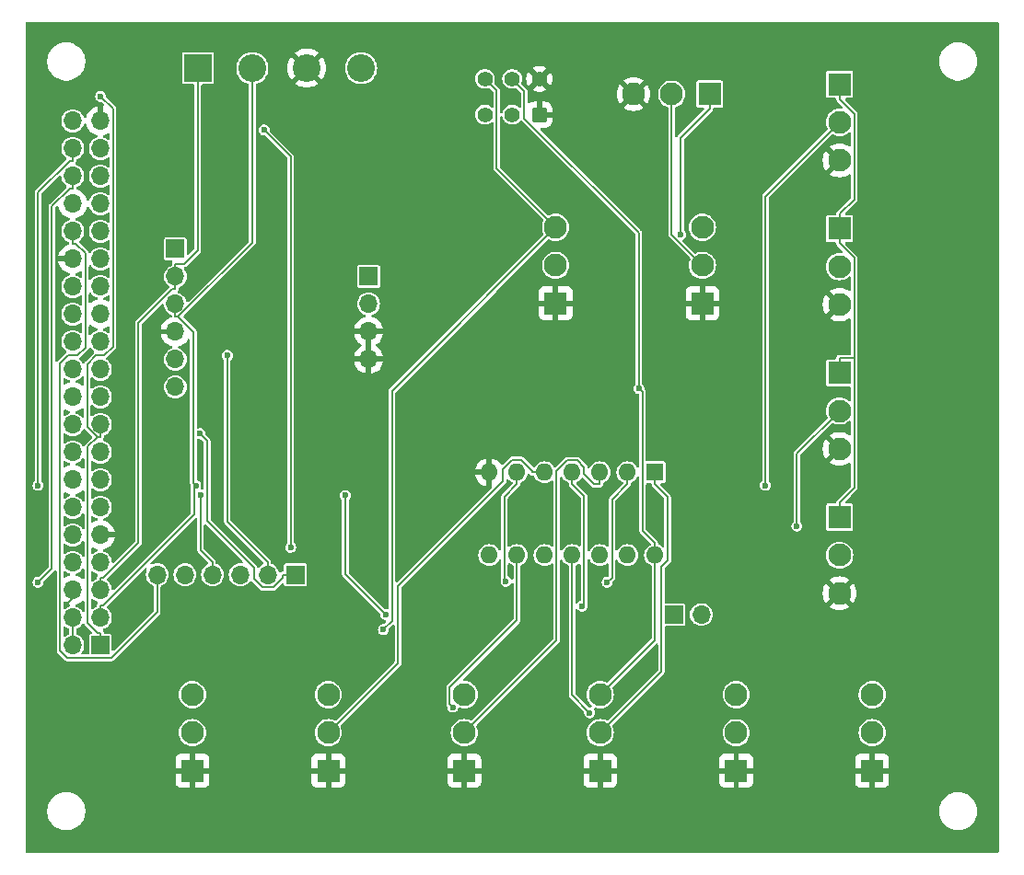
<source format=gbl>
%TF.GenerationSoftware,KiCad,Pcbnew,8.0.6*%
%TF.CreationDate,2025-02-04T19:04:09-05:00*%
%TF.ProjectId,Jetson_Extension_Board,4a657473-6f6e-45f4-9578-74656e73696f,rev?*%
%TF.SameCoordinates,Original*%
%TF.FileFunction,Copper,L2,Bot*%
%TF.FilePolarity,Positive*%
%FSLAX46Y46*%
G04 Gerber Fmt 4.6, Leading zero omitted, Abs format (unit mm)*
G04 Created by KiCad (PCBNEW 8.0.6) date 2025-02-04 19:04:09*
%MOMM*%
%LPD*%
G01*
G04 APERTURE LIST*
G04 Aperture macros list*
%AMRoundRect*
0 Rectangle with rounded corners*
0 $1 Rounding radius*
0 $2 $3 $4 $5 $6 $7 $8 $9 X,Y pos of 4 corners*
0 Add a 4 corners polygon primitive as box body*
4,1,4,$2,$3,$4,$5,$6,$7,$8,$9,$2,$3,0*
0 Add four circle primitives for the rounded corners*
1,1,$1+$1,$2,$3*
1,1,$1+$1,$4,$5*
1,1,$1+$1,$6,$7*
1,1,$1+$1,$8,$9*
0 Add four rect primitives between the rounded corners*
20,1,$1+$1,$2,$3,$4,$5,0*
20,1,$1+$1,$4,$5,$6,$7,0*
20,1,$1+$1,$6,$7,$8,$9,0*
20,1,$1+$1,$8,$9,$2,$3,0*%
G04 Aperture macros list end*
%TA.AperFunction,ComponentPad*%
%ADD10R,2.550000X2.550000*%
%TD*%
%TA.AperFunction,ComponentPad*%
%ADD11C,2.550000*%
%TD*%
%TA.AperFunction,ComponentPad*%
%ADD12R,1.700000X1.700000*%
%TD*%
%TA.AperFunction,ComponentPad*%
%ADD13O,1.700000X1.700000*%
%TD*%
%TA.AperFunction,ComponentPad*%
%ADD14R,2.100000X2.100000*%
%TD*%
%TA.AperFunction,ComponentPad*%
%ADD15C,2.100000*%
%TD*%
%TA.AperFunction,ComponentPad*%
%ADD16RoundRect,0.250000X0.450000X0.450000X-0.450000X0.450000X-0.450000X-0.450000X0.450000X-0.450000X0*%
%TD*%
%TA.AperFunction,ComponentPad*%
%ADD17C,1.400000*%
%TD*%
%TA.AperFunction,ComponentPad*%
%ADD18R,1.600000X1.600000*%
%TD*%
%TA.AperFunction,ComponentPad*%
%ADD19O,1.600000X1.600000*%
%TD*%
%TA.AperFunction,ViaPad*%
%ADD20C,0.600000*%
%TD*%
%TA.AperFunction,Conductor*%
%ADD21C,0.200000*%
%TD*%
G04 APERTURE END LIST*
D10*
%TO.P,J19,1,Pin_1*%
%TO.N,SCL*%
X101110000Y-75510000D03*
D11*
%TO.P,J19,2,Pin_2*%
%TO.N,SDA*%
X106110000Y-75510000D03*
%TO.P,J19,3,Pin_3*%
%TO.N,GND*%
X111110000Y-75510000D03*
%TO.P,J19,4,Pin_4*%
%TO.N,3.3V*%
X116110000Y-75510000D03*
%TD*%
D12*
%TO.P,J15,1,Pin_1*%
%TO.N,COM 3*%
X116800000Y-94670000D03*
D13*
%TO.P,J15,2,Pin_2*%
%TO.N,IMU INT*%
X116800000Y-97210000D03*
%TO.P,J15,3,Pin_3*%
%TO.N,GND*%
X116800000Y-99750000D03*
%TO.P,J15,4,Pin_4*%
X116800000Y-102290000D03*
%TD*%
D12*
%TO.P,J14,1,Pin_1*%
%TO.N,IMU nRESET*%
X99025000Y-92145000D03*
D13*
%TO.P,J14,2,Pin_2*%
%TO.N,SCL*%
X99025000Y-94685000D03*
%TO.P,J14,3,Pin_3*%
%TO.N,SDA*%
X99025000Y-97225000D03*
%TO.P,J14,4,Pin_4*%
%TO.N,GND*%
X99025000Y-99765000D03*
%TO.P,J14,5,Pin_5*%
%TO.N,/ADC/3.3V*%
X99025000Y-102305000D03*
%TO.P,J14,6,Pin_6*%
%TO.N,unconnected-(J14-Pin_6-Pad6)*%
X99025000Y-104845000D03*
%TD*%
D14*
%TO.P,J3,1,1*%
%TO.N,GND*%
X125600000Y-140162500D03*
D15*
%TO.P,J3,2,2*%
%TO.N,Net-(J3-Pad2)*%
X125600000Y-136662500D03*
%TO.P,J3,3,3*%
%TO.N,/SchmittTrigger(74LV14)/5V*%
X125600000Y-133162500D03*
%TD*%
D14*
%TO.P,J7,1,1*%
%TO.N,/ADC/3.3V*%
X160100000Y-116837500D03*
D15*
%TO.P,J7,2,2*%
%TO.N,/ADC/Signal 1*%
X160100000Y-120337500D03*
%TO.P,J7,3,3*%
%TO.N,GND*%
X160100000Y-123837500D03*
%TD*%
D14*
%TO.P,J4,1,1*%
%TO.N,GND*%
X113100000Y-140162500D03*
D15*
%TO.P,J4,2,2*%
%TO.N,Net-(J4-Pad2)*%
X113100000Y-136662500D03*
%TO.P,J4,3,3*%
%TO.N,/SchmittTrigger(74LV14)/5V*%
X113100000Y-133162500D03*
%TD*%
D12*
%TO.P,J6,1,Pin_1*%
%TO.N,3.3V*%
X92140000Y-128620000D03*
D13*
%TO.P,J6,2,Pin_2*%
%TO.N,5V*%
X89600000Y-128620000D03*
%TO.P,J6,3,Pin_3*%
%TO.N,SDA*%
X92140000Y-126080000D03*
%TO.P,J6,4,Pin_4*%
%TO.N,5V*%
X89600000Y-126080000D03*
%TO.P,J6,5,Pin_5*%
%TO.N,SCL*%
X92140000Y-123540000D03*
%TO.P,J6,6,Pin_6*%
%TO.N,GND*%
X89600000Y-123540000D03*
%TO.P,J6,7,Pin_7*%
%TO.N,ADC ALERT*%
X92140000Y-121000000D03*
%TO.P,J6,8,Pin_8*%
%TO.N,/UART_2_TX*%
X89600000Y-121000000D03*
%TO.P,J6,9,Pin_9*%
%TO.N,GND*%
X92140000Y-118460000D03*
%TO.P,J6,10,Pin_10*%
%TO.N,/UART_2_RX*%
X89600000Y-118460000D03*
%TO.P,J6,11,Pin_11*%
%TO.N,/gpio50*%
X92140000Y-115920000D03*
%TO.P,J6,12,Pin_12*%
%TO.N,/gpio79*%
X89600000Y-115920000D03*
%TO.P,J6,13,Pin_13*%
%TO.N,/gpio14*%
X92140000Y-113380000D03*
%TO.P,J6,14,Pin_14*%
%TO.N,GND*%
X89600000Y-113380000D03*
%TO.P,J6,15,Pin_15*%
%TO.N,/gpio194*%
X92140000Y-110840000D03*
%TO.P,J6,16,Pin_16*%
%TO.N,/gpio232*%
X89600000Y-110840000D03*
%TO.P,J6,17,Pin_17*%
%TO.N,3.3V*%
X92140000Y-108300000D03*
%TO.P,J6,18,Pin_18*%
%TO.N,/gpio15*%
X89600000Y-108300000D03*
%TO.P,J6,19,Pin_19*%
%TO.N,/gpio16*%
X92140000Y-105760000D03*
%TO.P,J6,20,Pin_20*%
%TO.N,GND*%
X89600000Y-105760000D03*
%TO.P,J6,21,Pin_21*%
%TO.N,ST 6*%
X92140000Y-103220000D03*
%TO.P,J6,22,Pin_22*%
%TO.N,/gpio13*%
X89600000Y-103220000D03*
%TO.P,J6,23,Pin_23*%
%TO.N,ST 5*%
X92140000Y-100680000D03*
%TO.P,J6,24,Pin_24*%
%TO.N,/gpio19*%
X89600000Y-100680000D03*
%TO.P,J6,25,Pin_25*%
%TO.N,GND*%
X92140000Y-98140000D03*
%TO.P,J6,26,Pin_26*%
%TO.N,/gpio20*%
X89600000Y-98140000D03*
%TO.P,J6,27,Pin_27*%
%TO.N,/I2C_1_SDA*%
X92140000Y-95600000D03*
%TO.P,J6,28,Pin_28*%
%TO.N,/I2C_1_SCL*%
X89600000Y-95600000D03*
%TO.P,J6,29,Pin_29*%
%TO.N,IMU nRESET*%
X92140000Y-93060000D03*
%TO.P,J6,30,Pin_30*%
%TO.N,GND*%
X89600000Y-93060000D03*
%TO.P,J6,31,Pin_31*%
%TO.N,IMU INT*%
X92140000Y-90520000D03*
%TO.P,J6,32,Pin_32*%
%TO.N,ST 1*%
X89600000Y-90520000D03*
%TO.P,J6,33,Pin_33*%
%TO.N,/gpio38*%
X92140000Y-87980000D03*
%TO.P,J6,34,Pin_34*%
%TO.N,GND*%
X89600000Y-87980000D03*
%TO.P,J6,35,Pin_35*%
%TO.N,COM 3*%
X92140000Y-85440000D03*
%TO.P,J6,36,Pin_36*%
%TO.N,ST 2*%
X89600000Y-85440000D03*
%TO.P,J6,37,Pin_37*%
%TO.N,/gpio12*%
X92140000Y-82900000D03*
%TO.P,J6,38,Pin_38*%
%TO.N,ST 3*%
X89600000Y-82900000D03*
%TO.P,J6,39,Pin_39*%
%TO.N,GND*%
X92140000Y-80360000D03*
%TO.P,J6,40,Pin_40*%
%TO.N,ST 4*%
X89600000Y-80360000D03*
%TD*%
D14*
%TO.P,J10,1,1*%
%TO.N,/ADC/3.3V*%
X160100000Y-77000000D03*
D15*
%TO.P,J10,2,2*%
%TO.N,/ADC/Signal 4*%
X160100000Y-80500000D03*
%TO.P,J10,3,3*%
%TO.N,GND*%
X160100000Y-84000000D03*
%TD*%
D12*
%TO.P,J11,1,Pin_1*%
%TO.N,ST 6*%
X110070000Y-122130000D03*
D13*
%TO.P,J11,2,Pin_2*%
%TO.N,ST 5*%
X107530000Y-122130000D03*
%TO.P,J11,3,Pin_3*%
%TO.N,ST 4*%
X104990000Y-122130000D03*
%TO.P,J11,4,Pin_4*%
%TO.N,ST 3*%
X102450000Y-122130000D03*
%TO.P,J11,5,Pin_5*%
%TO.N,ST 2*%
X99910000Y-122130000D03*
%TO.P,J11,6,Pin_6*%
%TO.N,ST 1*%
X97370000Y-122130000D03*
%TD*%
D14*
%TO.P,J8,1,1*%
%TO.N,/ADC/3.3V*%
X160100000Y-103558300D03*
D15*
%TO.P,J8,2,2*%
%TO.N,/ADC/Signal 2*%
X160100000Y-107058300D03*
%TO.P,J8,3,3*%
%TO.N,GND*%
X160100000Y-110558300D03*
%TD*%
D14*
%TO.P,J9,1,1*%
%TO.N,/ADC/3.3V*%
X160100000Y-90279200D03*
D15*
%TO.P,J9,2,2*%
%TO.N,/ADC/Signal 3*%
X160100000Y-93779200D03*
%TO.P,J9,3,3*%
%TO.N,GND*%
X160100000Y-97279200D03*
%TD*%
D12*
%TO.P,J1,1,Pin_1*%
%TO.N,SCL*%
X144860000Y-125800000D03*
D13*
%TO.P,J1,2,Pin_2*%
%TO.N,SDA*%
X147400000Y-125800000D03*
%TD*%
D14*
%TO.P,J16,1,1*%
%TO.N,GND*%
X134000000Y-97162500D03*
D15*
%TO.P,J16,2,2*%
%TO.N,Net-(J16-Pad2)*%
X134000000Y-93662500D03*
%TO.P,J16,3,3*%
%TO.N,5V*%
X134000000Y-90162500D03*
%TD*%
D16*
%TO.P,SW1,1,A*%
%TO.N,GND*%
X132500000Y-79800000D03*
D17*
%TO.P,SW1,2,B*%
%TO.N,/ADC/3.3V*%
X130000000Y-79800000D03*
%TO.P,SW1,3,C*%
%TO.N,3.3V*%
X127500000Y-79800000D03*
%TO.P,SW1,4,A*%
%TO.N,5V*%
X127500000Y-76500000D03*
%TO.P,SW1,5,B*%
%TO.N,/SchmittTrigger(74LV14)/5V*%
X130000000Y-76500000D03*
%TO.P,SW1,6,C*%
%TO.N,GND*%
X132500000Y-76500000D03*
%TD*%
D14*
%TO.P,J13,1,1*%
%TO.N,GND*%
X163100000Y-140162500D03*
D15*
%TO.P,J13,2,2*%
%TO.N,Net-(J13-Pad2)*%
X163100000Y-136662500D03*
%TO.P,J13,3,3*%
%TO.N,/SchmittTrigger(74LV14)/5V*%
X163100000Y-133162500D03*
%TD*%
D14*
%TO.P,J12,1,1*%
%TO.N,GND*%
X150600000Y-140162500D03*
D15*
%TO.P,J12,2,2*%
%TO.N,Net-(J12-Pad2)*%
X150600000Y-136662500D03*
%TO.P,J12,3,3*%
%TO.N,/SchmittTrigger(74LV14)/5V*%
X150600000Y-133162500D03*
%TD*%
D18*
%TO.P,U2,1*%
%TO.N,Net-(J2-Pad2)*%
X143125000Y-112700000D03*
D19*
%TO.P,U2,2*%
%TO.N,ST 1*%
X140585000Y-112700000D03*
%TO.P,U2,3*%
%TO.N,Net-(J3-Pad2)*%
X138045000Y-112700000D03*
%TO.P,U2,4*%
%TO.N,ST 2*%
X135505000Y-112700000D03*
%TO.P,U2,5*%
%TO.N,Net-(J4-Pad2)*%
X132965000Y-112700000D03*
%TO.P,U2,6*%
%TO.N,ST 3*%
X130425000Y-112700000D03*
%TO.P,U2,7,GND*%
%TO.N,GND*%
X127885000Y-112700000D03*
%TO.P,U2,8*%
%TO.N,ST 4*%
X127885000Y-120320000D03*
%TO.P,U2,9*%
%TO.N,Net-(J5-Pad2)*%
X130425000Y-120320000D03*
%TO.P,U2,10*%
%TO.N,ST 5*%
X132965000Y-120320000D03*
%TO.P,U2,11*%
%TO.N,Net-(J12-Pad2)*%
X135505000Y-120320000D03*
%TO.P,U2,12*%
%TO.N,ST 6*%
X138045000Y-120320000D03*
%TO.P,U2,13*%
%TO.N,Net-(J13-Pad2)*%
X140585000Y-120320000D03*
%TO.P,U2,14,3.3V*%
%TO.N,/SchmittTrigger(74LV14)/5V*%
X143125000Y-120320000D03*
%TD*%
D14*
%TO.P,J2,1,1*%
%TO.N,GND*%
X138100000Y-140162500D03*
D15*
%TO.P,J2,2,2*%
%TO.N,Net-(J2-Pad2)*%
X138100000Y-136662500D03*
%TO.P,J2,3,3*%
%TO.N,/SchmittTrigger(74LV14)/5V*%
X138100000Y-133162500D03*
%TD*%
D14*
%TO.P,J5,1,1*%
%TO.N,GND*%
X100600000Y-140162500D03*
D15*
%TO.P,J5,2,2*%
%TO.N,Net-(J5-Pad2)*%
X100600000Y-136662500D03*
%TO.P,J5,3,3*%
%TO.N,/SchmittTrigger(74LV14)/5V*%
X100600000Y-133162500D03*
%TD*%
D14*
%TO.P,J17,1,1*%
%TO.N,GND*%
X147500000Y-97162500D03*
D15*
%TO.P,J17,2,2*%
%TO.N,Net-(J17-Pad2)*%
X147500000Y-93662500D03*
%TO.P,J17,3,3*%
%TO.N,5V*%
X147500000Y-90162500D03*
%TD*%
D14*
%TO.P,J18,1,1*%
%TO.N,Net-(J16-Pad2)*%
X148162500Y-77900000D03*
D15*
%TO.P,J18,2,2*%
%TO.N,Net-(J17-Pad2)*%
X144662500Y-77900000D03*
%TO.P,J18,3,3*%
%TO.N,GND*%
X141162500Y-77900000D03*
%TD*%
D20*
%TO.N,GND*%
X122000000Y-113000000D03*
X118000000Y-114000000D03*
X93611585Y-104388415D03*
X128000000Y-111000000D03*
X115964835Y-116035165D03*
X87000000Y-125000000D03*
X89024000Y-124859047D03*
X133000000Y-101000000D03*
X95000000Y-99000000D03*
X97000000Y-100000000D03*
X88000000Y-87000000D03*
X94000000Y-98000000D03*
X95000000Y-94000000D03*
X87009900Y-113000000D03*
X94000000Y-118000000D03*
%TO.N,Net-(J16-Pad2)*%
X145486500Y-90833400D03*
%TO.N,Net-(J12-Pad2)*%
X137134200Y-134828300D03*
%TO.N,ST 5*%
X103813100Y-101958300D03*
%TO.N,/SchmittTrigger(74LV14)/5V*%
X141639200Y-104990000D03*
%TO.N,/ADC/Signal 2*%
X156187700Y-117653200D03*
%TO.N,/ADC/Signal 4*%
X153278000Y-113909300D03*
%TO.N,ST 6*%
X101297000Y-109156100D03*
%TO.N,ST 2*%
X86409900Y-122828600D03*
X136439800Y-125007600D03*
%TO.N,ST 3*%
X129435300Y-122733200D03*
X86409900Y-113909300D03*
X101356800Y-114802600D03*
%TO.N,ST 1*%
X138729500Y-122828600D03*
%TO.N,SDA*%
X100903400Y-113909300D03*
%TO.N,SCL*%
X118360000Y-125800100D03*
X114663500Y-114837900D03*
%TO.N,ST 4*%
X109632500Y-119623600D03*
X107193800Y-81205200D03*
%TO.N,Net-(J5-Pad2)*%
X124541400Y-134313300D03*
%TO.N,5V*%
X118157200Y-127182000D03*
%TO.N,3.3V*%
X92174300Y-78127800D03*
%TD*%
D21*
%TO.N,GND*%
X89600000Y-124283047D02*
X89024000Y-124859047D01*
X89600000Y-123540000D02*
X89600000Y-124283047D01*
X97235000Y-99765000D02*
X97000000Y-100000000D01*
X99025000Y-99765000D02*
X97235000Y-99765000D01*
%TO.N,Net-(J17-Pad2)*%
X147464800Y-93662500D02*
X147500000Y-93662500D01*
X144662500Y-90860200D02*
X147464800Y-93662500D01*
X144662500Y-77900000D02*
X144662500Y-90860200D01*
%TO.N,Net-(J16-Pad2)*%
X145486500Y-81927700D02*
X148162500Y-79251700D01*
X145486500Y-90833400D02*
X145486500Y-81927700D01*
X148162500Y-77900000D02*
X148162500Y-79251700D01*
%TO.N,Net-(J12-Pad2)*%
X135505000Y-133199100D02*
X137134200Y-134828300D01*
X135505000Y-120320000D02*
X135505000Y-133199100D01*
%TO.N,ST 5*%
X107530000Y-122130000D02*
X107530000Y-120978300D01*
X103813100Y-117261400D02*
X103813100Y-101958300D01*
X107530000Y-120978300D02*
X103813100Y-117261400D01*
%TO.N,/SchmittTrigger(74LV14)/5V*%
X143125000Y-120320000D02*
X143125000Y-119218300D01*
X143125000Y-128137500D02*
X138100000Y-133162500D01*
X143125000Y-120320000D02*
X143125000Y-128137500D01*
X141996500Y-118089800D02*
X143125000Y-119218300D01*
X141996500Y-105347300D02*
X141996500Y-118089800D01*
X141639200Y-104990000D02*
X141996500Y-105347300D01*
X141639200Y-90671800D02*
X141639200Y-104990000D01*
X131117600Y-80150200D02*
X141639200Y-90671800D01*
X131117600Y-77617600D02*
X131117600Y-80150200D01*
X130000000Y-76500000D02*
X131117600Y-77617600D01*
%TO.N,/ADC/3.3V*%
X160100000Y-90279200D02*
X160100000Y-91630900D01*
X160100000Y-103558300D02*
X160100000Y-102206600D01*
X160100000Y-116837500D02*
X160100000Y-115485800D01*
X161451700Y-102206600D02*
X160100000Y-102206600D01*
X161451700Y-92982600D02*
X161451700Y-102206600D01*
X160100000Y-91630900D02*
X161451700Y-92982600D01*
X161451700Y-114134100D02*
X160100000Y-115485800D01*
X161451700Y-102206600D02*
X161451700Y-114134100D01*
X161451700Y-87575800D02*
X160100000Y-88927500D01*
X161451700Y-79703400D02*
X161451700Y-87575800D01*
X160100000Y-78351700D02*
X161451700Y-79703400D01*
X160100000Y-77000000D02*
X160100000Y-78351700D01*
X160100000Y-90279200D02*
X160100000Y-88927500D01*
%TO.N,/ADC/Signal 2*%
X156187700Y-110970600D02*
X160100000Y-107058300D01*
X156187700Y-117653200D02*
X156187700Y-110970600D01*
%TO.N,/ADC/Signal 4*%
X153278000Y-87322000D02*
X160100000Y-80500000D01*
X153278000Y-113909300D02*
X153278000Y-87322000D01*
%TO.N,ST 6*%
X110070000Y-122130000D02*
X108918300Y-122130000D01*
X101958500Y-109817600D02*
X101297000Y-109156100D01*
X101958500Y-117208100D02*
X101958500Y-109817600D01*
X106260000Y-121509600D02*
X101958500Y-117208100D01*
X106260000Y-122525200D02*
X106260000Y-121509600D01*
X107021200Y-123286400D02*
X106260000Y-122525200D01*
X108049800Y-123286400D02*
X107021200Y-123286400D01*
X108918300Y-122417900D02*
X108049800Y-123286400D01*
X108918300Y-122130000D02*
X108918300Y-122417900D01*
%TO.N,ST 2*%
X87658600Y-121579900D02*
X86409900Y-122828600D01*
X87658600Y-88245200D02*
X87658600Y-121579900D01*
X89312100Y-86591700D02*
X87658600Y-88245200D01*
X89600000Y-86591700D02*
X89312100Y-86591700D01*
X89600000Y-85440000D02*
X89600000Y-86591700D01*
X136608600Y-124838800D02*
X136439800Y-125007600D01*
X136608600Y-114905300D02*
X136608600Y-124838800D01*
X135505000Y-113801700D02*
X136608600Y-114905300D01*
X135505000Y-112700000D02*
X135505000Y-113801700D01*
%TO.N,ST 3*%
X129295100Y-114931600D02*
X130425000Y-113801700D01*
X129295100Y-122593000D02*
X129295100Y-114931600D01*
X129435300Y-122733200D02*
X129295100Y-122593000D01*
X130425000Y-112700000D02*
X130425000Y-113801700D01*
X86409900Y-86953900D02*
X86409900Y-113909300D01*
X89312100Y-84051700D02*
X86409900Y-86953900D01*
X89600000Y-84051700D02*
X89312100Y-84051700D01*
X101356800Y-119885100D02*
X102450000Y-120978300D01*
X101356800Y-114802600D02*
X101356800Y-119885100D01*
X102450000Y-122130000D02*
X102450000Y-120978300D01*
X89600000Y-82900000D02*
X89600000Y-84051700D01*
%TO.N,ST 1*%
X89868500Y-91671700D02*
X89600000Y-91671700D01*
X90767800Y-92571000D02*
X89868500Y-91671700D01*
X90767800Y-101235000D02*
X90767800Y-92571000D01*
X90052800Y-101950000D02*
X90767800Y-101235000D01*
X89156100Y-101950000D02*
X90052800Y-101950000D01*
X88424000Y-102682100D02*
X89156100Y-101950000D01*
X88424000Y-129103000D02*
X88424000Y-102682100D01*
X89105400Y-129784400D02*
X88424000Y-129103000D01*
X93145600Y-129784400D02*
X89105400Y-129784400D01*
X97370000Y-125560000D02*
X93145600Y-129784400D01*
X97370000Y-122130000D02*
X97370000Y-125560000D01*
X89600000Y-90520000D02*
X89600000Y-91671700D01*
X139173500Y-115213200D02*
X140585000Y-113801700D01*
X139173500Y-122384600D02*
X139173500Y-115213200D01*
X138729500Y-122828600D02*
X139173500Y-122384600D01*
X140585000Y-112700000D02*
X140585000Y-113801700D01*
%TO.N,SDA*%
X99025000Y-97225000D02*
X99025000Y-98376700D01*
X106110000Y-91560200D02*
X106110000Y-75510000D01*
X99293500Y-98376700D02*
X106110000Y-91560200D01*
X99293500Y-98376700D02*
X99025000Y-98376700D01*
X92140000Y-126080000D02*
X92140000Y-124928300D01*
X100695300Y-113701200D02*
X100903400Y-113909300D01*
X100695300Y-99778500D02*
X100695300Y-113701200D01*
X99293500Y-98376700D02*
X100695300Y-99778500D01*
X92408500Y-124928300D02*
X92140000Y-124928300D01*
X100755100Y-116581700D02*
X92408500Y-124928300D01*
X100755100Y-114057600D02*
X100755100Y-116581700D01*
X100903400Y-113909300D02*
X100755100Y-114057600D01*
%TO.N,SCL*%
X98756500Y-95836700D02*
X99025000Y-95836700D01*
X95641800Y-98951400D02*
X98756500Y-95836700D01*
X95641800Y-119174400D02*
X95641800Y-98951400D01*
X92427900Y-122388300D02*
X95641800Y-119174400D01*
X92140000Y-122388300D02*
X92427900Y-122388300D01*
X92140000Y-123540000D02*
X92140000Y-122388300D01*
X99025000Y-94685000D02*
X99025000Y-95836700D01*
X101110000Y-92240100D02*
X101110000Y-75510000D01*
X99816800Y-93533300D02*
X101110000Y-92240100D01*
X99025000Y-93533300D02*
X99816800Y-93533300D01*
X99025000Y-94685000D02*
X99025000Y-93533300D01*
X114663500Y-122103600D02*
X118360000Y-125800100D01*
X114663500Y-114837900D02*
X114663500Y-122103600D01*
%TO.N,ST 4*%
X109632500Y-83643900D02*
X107193800Y-81205200D01*
X109632500Y-119623600D02*
X109632500Y-83643900D01*
%TO.N,Net-(J5-Pad2)*%
X124248300Y-134020200D02*
X124541400Y-134313300D01*
X124248300Y-132527500D02*
X124248300Y-134020200D01*
X130425000Y-126350800D02*
X124248300Y-132527500D01*
X130425000Y-120320000D02*
X130425000Y-126350800D01*
%TO.N,Net-(J4-Pad2)*%
X119507600Y-130254900D02*
X113100000Y-136662500D01*
X119507600Y-123187500D02*
X119507600Y-130254900D01*
X129155000Y-113540100D02*
X119507600Y-123187500D01*
X129155000Y-112392100D02*
X129155000Y-113540100D01*
X129975800Y-111571300D02*
X129155000Y-112392100D01*
X130872300Y-111571300D02*
X129975800Y-111571300D01*
X131863300Y-112562300D02*
X130872300Y-111571300D01*
X131863300Y-112700000D02*
X131863300Y-112562300D01*
X132965000Y-112700000D02*
X131863300Y-112700000D01*
%TO.N,Net-(J3-Pad2)*%
X138045000Y-112700000D02*
X138045000Y-113801700D01*
X134088200Y-128174300D02*
X125600000Y-136662500D01*
X134088200Y-112558700D02*
X134088200Y-128174300D01*
X135048600Y-111598300D02*
X134088200Y-112558700D01*
X135961400Y-111598300D02*
X135048600Y-111598300D01*
X136606700Y-112243600D02*
X135961400Y-111598300D01*
X136606700Y-112859200D02*
X136606700Y-112243600D01*
X137549200Y-113801700D02*
X136606700Y-112859200D01*
X138045000Y-113801700D02*
X137549200Y-113801700D01*
%TO.N,5V*%
X89600000Y-126080000D02*
X89600000Y-128620000D01*
X128584800Y-84747300D02*
X134000000Y-90162500D01*
X128584800Y-77584800D02*
X128584800Y-84747300D01*
X127500000Y-76500000D02*
X128584800Y-77584800D01*
X118961800Y-126377400D02*
X118157200Y-127182000D01*
X118961800Y-105200700D02*
X118961800Y-126377400D01*
X134000000Y-90162500D02*
X118961800Y-105200700D01*
%TO.N,Net-(J2-Pad2)*%
X143708300Y-131054200D02*
X138100000Y-136662500D01*
X143708300Y-121421700D02*
X143708300Y-131054200D01*
X144291600Y-120838400D02*
X143708300Y-121421700D01*
X144291600Y-114968300D02*
X144291600Y-120838400D01*
X143125000Y-113801700D02*
X144291600Y-114968300D01*
X143125000Y-112700000D02*
X143125000Y-113801700D01*
%TO.N,3.3V*%
X92140000Y-108300000D02*
X92140000Y-109451700D01*
X92140000Y-128620000D02*
X92140000Y-127468300D01*
X93291700Y-79245200D02*
X92174300Y-78127800D01*
X93291700Y-101164200D02*
X93291700Y-79245200D01*
X92505900Y-101950000D02*
X93291700Y-101164200D01*
X91721600Y-101950000D02*
X92505900Y-101950000D01*
X90929900Y-102741700D02*
X91721600Y-101950000D01*
X90929900Y-108529500D02*
X90929900Y-102741700D01*
X91852100Y-109451700D02*
X90929900Y-108529500D01*
X92140000Y-109451700D02*
X91852100Y-109451700D01*
X91852000Y-127468300D02*
X92140000Y-127468300D01*
X90988300Y-126604600D02*
X91852000Y-127468300D01*
X90988300Y-110315500D02*
X90988300Y-126604600D01*
X91852100Y-109451700D02*
X90988300Y-110315500D01*
%TD*%
%TA.AperFunction,Conductor*%
%TO.N,GND*%
G36*
X129090503Y-79972578D02*
G01*
X129127231Y-80027973D01*
X129172818Y-80168278D01*
X129172821Y-80168284D01*
X129267467Y-80332216D01*
X129330929Y-80402697D01*
X129394129Y-80472888D01*
X129547265Y-80584148D01*
X129547270Y-80584151D01*
X129720192Y-80661142D01*
X129720197Y-80661144D01*
X129905354Y-80700500D01*
X129905355Y-80700500D01*
X130094644Y-80700500D01*
X130094646Y-80700500D01*
X130279803Y-80661144D01*
X130452730Y-80584151D01*
X130605871Y-80472888D01*
X130712433Y-80354539D01*
X130771916Y-80317892D01*
X130841773Y-80319222D01*
X130892261Y-80349832D01*
X141302381Y-90759952D01*
X141335866Y-90821275D01*
X141338700Y-90847633D01*
X141338700Y-104526260D01*
X141319015Y-104593299D01*
X141308413Y-104607462D01*
X141213825Y-104716622D01*
X141213822Y-104716628D01*
X141154034Y-104847543D01*
X141133553Y-104990000D01*
X141154034Y-105132456D01*
X141213822Y-105263371D01*
X141213823Y-105263373D01*
X141308072Y-105372143D01*
X141429147Y-105449953D01*
X141429150Y-105449954D01*
X141429149Y-105449954D01*
X141567236Y-105490499D01*
X141567238Y-105490500D01*
X141567239Y-105490500D01*
X141572000Y-105490500D01*
X141639039Y-105510185D01*
X141684794Y-105562989D01*
X141696000Y-105614500D01*
X141696000Y-112161082D01*
X141676315Y-112228121D01*
X141623511Y-112273876D01*
X141554353Y-112283820D01*
X141490797Y-112254795D01*
X141462642Y-112219535D01*
X141420914Y-112141467D01*
X141420909Y-112141460D01*
X141295883Y-111989116D01*
X141143539Y-111864090D01*
X141143532Y-111864086D01*
X140969733Y-111771188D01*
X140969727Y-111771186D01*
X140781132Y-111713976D01*
X140781129Y-111713975D01*
X140585000Y-111694659D01*
X140388870Y-111713975D01*
X140200266Y-111771188D01*
X140026467Y-111864086D01*
X140026460Y-111864090D01*
X139874116Y-111989116D01*
X139749090Y-112141460D01*
X139749086Y-112141467D01*
X139656188Y-112315266D01*
X139598975Y-112503870D01*
X139579659Y-112700000D01*
X139598975Y-112896129D01*
X139598976Y-112896132D01*
X139654488Y-113079131D01*
X139656188Y-113084733D01*
X139749086Y-113258532D01*
X139749090Y-113258539D01*
X139874116Y-113410883D01*
X140026460Y-113535909D01*
X140026467Y-113535913D01*
X140139259Y-113596202D01*
X140189103Y-113645164D01*
X140204564Y-113713302D01*
X140180732Y-113778981D01*
X140168487Y-113793241D01*
X138988989Y-114972740D01*
X138933041Y-115028687D01*
X138933035Y-115028695D01*
X138893482Y-115097204D01*
X138893479Y-115097209D01*
X138873000Y-115173639D01*
X138873000Y-119443055D01*
X138853315Y-119510094D01*
X138800511Y-119555849D01*
X138731353Y-119565793D01*
X138670336Y-119538909D01*
X138603538Y-119484090D01*
X138603532Y-119484086D01*
X138429733Y-119391188D01*
X138429727Y-119391186D01*
X138241132Y-119333976D01*
X138241129Y-119333975D01*
X138045000Y-119314659D01*
X137848870Y-119333975D01*
X137660266Y-119391188D01*
X137486467Y-119484086D01*
X137486460Y-119484090D01*
X137334116Y-119609116D01*
X137209090Y-119761460D01*
X137209086Y-119761467D01*
X137142458Y-119886120D01*
X137093496Y-119935964D01*
X137025358Y-119951425D01*
X136959678Y-119927593D01*
X136917310Y-119872036D01*
X136909100Y-119827667D01*
X136909100Y-114865739D01*
X136908746Y-114864417D01*
X136888621Y-114789311D01*
X136864248Y-114747095D01*
X136849064Y-114720795D01*
X136849058Y-114720787D01*
X135921512Y-113793241D01*
X135888027Y-113731918D01*
X135893011Y-113662226D01*
X135934883Y-113606293D01*
X135950731Y-113596206D01*
X136063538Y-113535910D01*
X136215883Y-113410883D01*
X136340910Y-113258538D01*
X136345744Y-113249493D01*
X136394702Y-113199646D01*
X136462839Y-113184180D01*
X136528520Y-113208007D01*
X136542787Y-113220258D01*
X137308740Y-113986211D01*
X137364689Y-114042160D01*
X137364691Y-114042161D01*
X137364695Y-114042164D01*
X137433204Y-114081717D01*
X137433211Y-114081721D01*
X137509638Y-114102200D01*
X137509640Y-114102200D01*
X138084560Y-114102200D01*
X138084562Y-114102200D01*
X138160989Y-114081721D01*
X138229511Y-114042160D01*
X138285460Y-113986211D01*
X138325021Y-113917689D01*
X138345500Y-113841262D01*
X138345500Y-113746328D01*
X138365185Y-113679289D01*
X138417989Y-113633534D01*
X138424131Y-113631212D01*
X138424103Y-113631144D01*
X138429723Y-113628815D01*
X138429727Y-113628814D01*
X138603538Y-113535910D01*
X138755883Y-113410883D01*
X138880910Y-113258538D01*
X138964563Y-113102034D01*
X138973811Y-113084733D01*
X138973812Y-113084731D01*
X138973814Y-113084727D01*
X139031024Y-112896132D01*
X139050341Y-112700000D01*
X139031024Y-112503868D01*
X138973814Y-112315273D01*
X138973811Y-112315269D01*
X138973811Y-112315266D01*
X138880913Y-112141467D01*
X138880909Y-112141460D01*
X138755883Y-111989116D01*
X138603539Y-111864090D01*
X138603532Y-111864086D01*
X138429733Y-111771188D01*
X138429727Y-111771186D01*
X138241132Y-111713976D01*
X138241129Y-111713975D01*
X138045000Y-111694659D01*
X137848870Y-111713975D01*
X137660266Y-111771188D01*
X137486467Y-111864086D01*
X137486460Y-111864090D01*
X137334116Y-111989116D01*
X137209090Y-112141460D01*
X137209085Y-112141467D01*
X137140558Y-112269674D01*
X137091596Y-112319519D01*
X137023458Y-112334979D01*
X136957778Y-112311147D01*
X136915410Y-112255590D01*
X136907200Y-112211221D01*
X136907200Y-112204039D01*
X136904444Y-112193752D01*
X136886721Y-112127611D01*
X136886717Y-112127604D01*
X136847164Y-112059095D01*
X136847158Y-112059087D01*
X136145912Y-111357841D01*
X136145907Y-111357837D01*
X136099144Y-111330839D01*
X136099143Y-111330839D01*
X136077389Y-111318279D01*
X136077385Y-111318278D01*
X136000962Y-111297800D01*
X135088162Y-111297800D01*
X135009038Y-111297800D01*
X134932610Y-111318278D01*
X134864089Y-111357840D01*
X134864086Y-111357842D01*
X134016511Y-112205417D01*
X133955188Y-112238902D01*
X133885496Y-112233918D01*
X133829563Y-112192046D01*
X133819471Y-112176187D01*
X133800913Y-112141467D01*
X133800909Y-112141460D01*
X133675883Y-111989116D01*
X133523539Y-111864090D01*
X133523532Y-111864086D01*
X133349733Y-111771188D01*
X133349727Y-111771186D01*
X133161132Y-111713976D01*
X133161129Y-111713975D01*
X132965000Y-111694659D01*
X132768870Y-111713975D01*
X132580266Y-111771188D01*
X132406467Y-111864086D01*
X132406460Y-111864090D01*
X132254116Y-111989116D01*
X132129090Y-112141460D01*
X132116760Y-112164528D01*
X132067796Y-112214370D01*
X131999658Y-112229829D01*
X131933979Y-112205995D01*
X131919723Y-112193752D01*
X131056812Y-111330841D01*
X131056804Y-111330835D01*
X130988295Y-111291282D01*
X130988290Y-111291279D01*
X130962813Y-111284452D01*
X130911862Y-111270800D01*
X129936238Y-111270800D01*
X129898024Y-111281039D01*
X129859809Y-111291279D01*
X129859804Y-111291282D01*
X129791295Y-111330835D01*
X129791287Y-111330841D01*
X129144122Y-111978005D01*
X129082799Y-112011490D01*
X129013107Y-112006506D01*
X128957174Y-111964634D01*
X128954866Y-111961447D01*
X128884660Y-111861182D01*
X128723820Y-111700342D01*
X128537482Y-111569865D01*
X128331328Y-111473734D01*
X128135000Y-111421127D01*
X128135000Y-112384314D01*
X128130606Y-112379920D01*
X128039394Y-112327259D01*
X127937661Y-112300000D01*
X127832339Y-112300000D01*
X127730606Y-112327259D01*
X127639394Y-112379920D01*
X127635000Y-112384314D01*
X127635000Y-111421127D01*
X127438671Y-111473734D01*
X127232517Y-111569865D01*
X127046179Y-111700342D01*
X126885342Y-111861179D01*
X126754865Y-112047517D01*
X126658734Y-112253673D01*
X126658730Y-112253682D01*
X126606127Y-112449999D01*
X126606128Y-112450000D01*
X127569314Y-112450000D01*
X127564920Y-112454394D01*
X127512259Y-112545606D01*
X127485000Y-112647339D01*
X127485000Y-112752661D01*
X127512259Y-112854394D01*
X127564920Y-112945606D01*
X127569314Y-112950000D01*
X126606128Y-112950000D01*
X126658730Y-113146317D01*
X126658734Y-113146326D01*
X126754865Y-113352482D01*
X126885342Y-113538820D01*
X127046179Y-113699657D01*
X127232517Y-113830134D01*
X127438673Y-113926265D01*
X127438682Y-113926269D01*
X127634999Y-113978872D01*
X127635000Y-113978871D01*
X127635000Y-113015686D01*
X127639394Y-113020080D01*
X127730606Y-113072741D01*
X127832339Y-113100000D01*
X127937661Y-113100000D01*
X128039394Y-113072741D01*
X128130606Y-113020080D01*
X128135000Y-113015686D01*
X128135000Y-113993181D01*
X128152440Y-114017066D01*
X128156595Y-114086812D01*
X128123432Y-114146695D01*
X119473981Y-122796147D01*
X119412658Y-122829632D01*
X119342966Y-122824648D01*
X119287033Y-122782776D01*
X119262616Y-122717312D01*
X119262300Y-122708466D01*
X119262300Y-105376532D01*
X119281985Y-105309493D01*
X119298614Y-105288856D01*
X128522814Y-96064655D01*
X132450000Y-96064655D01*
X132450000Y-96912500D01*
X133345879Y-96912500D01*
X133326901Y-96958318D01*
X133300000Y-97093556D01*
X133300000Y-97231444D01*
X133326901Y-97366682D01*
X133345879Y-97412500D01*
X132450000Y-97412500D01*
X132450000Y-98260344D01*
X132456401Y-98319872D01*
X132456403Y-98319879D01*
X132506645Y-98454586D01*
X132506649Y-98454593D01*
X132592809Y-98569687D01*
X132592812Y-98569690D01*
X132707906Y-98655850D01*
X132707913Y-98655854D01*
X132842620Y-98706096D01*
X132842627Y-98706098D01*
X132902155Y-98712499D01*
X132902172Y-98712500D01*
X133750000Y-98712500D01*
X133750000Y-97816620D01*
X133795818Y-97835599D01*
X133931056Y-97862500D01*
X134068944Y-97862500D01*
X134204182Y-97835599D01*
X134250000Y-97816620D01*
X134250000Y-98712500D01*
X135097828Y-98712500D01*
X135097844Y-98712499D01*
X135157372Y-98706098D01*
X135157379Y-98706096D01*
X135292086Y-98655854D01*
X135292093Y-98655850D01*
X135407187Y-98569690D01*
X135407190Y-98569687D01*
X135493350Y-98454593D01*
X135493354Y-98454586D01*
X135543596Y-98319879D01*
X135543598Y-98319872D01*
X135549999Y-98260344D01*
X135550000Y-98260327D01*
X135550000Y-97412500D01*
X134654121Y-97412500D01*
X134673099Y-97366682D01*
X134700000Y-97231444D01*
X134700000Y-97093556D01*
X134673099Y-96958318D01*
X134654121Y-96912500D01*
X135550000Y-96912500D01*
X135550000Y-96064672D01*
X135549999Y-96064655D01*
X135543598Y-96005127D01*
X135543596Y-96005120D01*
X135493354Y-95870413D01*
X135493350Y-95870406D01*
X135407190Y-95755312D01*
X135407187Y-95755309D01*
X135292093Y-95669149D01*
X135292086Y-95669145D01*
X135157379Y-95618903D01*
X135157372Y-95618901D01*
X135097844Y-95612500D01*
X134250000Y-95612500D01*
X134250000Y-96508379D01*
X134204182Y-96489401D01*
X134068944Y-96462500D01*
X133931056Y-96462500D01*
X133795818Y-96489401D01*
X133750000Y-96508379D01*
X133750000Y-95612500D01*
X132902155Y-95612500D01*
X132842627Y-95618901D01*
X132842620Y-95618903D01*
X132707913Y-95669145D01*
X132707906Y-95669149D01*
X132592812Y-95755309D01*
X132592809Y-95755312D01*
X132506649Y-95870406D01*
X132506645Y-95870413D01*
X132456403Y-96005120D01*
X132456401Y-96005127D01*
X132450000Y-96064655D01*
X128522814Y-96064655D01*
X130924969Y-93662500D01*
X132744723Y-93662500D01*
X132762982Y-93871211D01*
X132763793Y-93880475D01*
X132763793Y-93880479D01*
X132820422Y-94091822D01*
X132820424Y-94091826D01*
X132820425Y-94091830D01*
X132866661Y-94190984D01*
X132912897Y-94290138D01*
X132912898Y-94290139D01*
X133038402Y-94469377D01*
X133193123Y-94624098D01*
X133372361Y-94749602D01*
X133570670Y-94842075D01*
X133782023Y-94898707D01*
X133964926Y-94914708D01*
X133999998Y-94917777D01*
X134000000Y-94917777D01*
X134000002Y-94917777D01*
X134028254Y-94915305D01*
X134217977Y-94898707D01*
X134429330Y-94842075D01*
X134627639Y-94749602D01*
X134806877Y-94624098D01*
X134961598Y-94469377D01*
X135087102Y-94290139D01*
X135179575Y-94091830D01*
X135236207Y-93880477D01*
X135255277Y-93662500D01*
X135253641Y-93643805D01*
X135248621Y-93586421D01*
X135236207Y-93444523D01*
X135179575Y-93233170D01*
X135087102Y-93034862D01*
X135087100Y-93034859D01*
X135087099Y-93034857D01*
X134961599Y-92855624D01*
X134904062Y-92798087D01*
X134806877Y-92700902D01*
X134657786Y-92596507D01*
X134627638Y-92575397D01*
X134517250Y-92523923D01*
X134429330Y-92482925D01*
X134429326Y-92482924D01*
X134429322Y-92482922D01*
X134217977Y-92426293D01*
X134000002Y-92407223D01*
X133999998Y-92407223D01*
X133854682Y-92419936D01*
X133782023Y-92426293D01*
X133782020Y-92426293D01*
X133570677Y-92482922D01*
X133570668Y-92482926D01*
X133372361Y-92575398D01*
X133372357Y-92575400D01*
X133193121Y-92700902D01*
X133038402Y-92855621D01*
X132912900Y-93034857D01*
X132912898Y-93034861D01*
X132820426Y-93233168D01*
X132820422Y-93233177D01*
X132763793Y-93444520D01*
X132763793Y-93444524D01*
X132746359Y-93643805D01*
X132744723Y-93662500D01*
X130924969Y-93662500D01*
X133287444Y-91300025D01*
X133348765Y-91266542D01*
X133418457Y-91271526D01*
X133427511Y-91275318D01*
X133570670Y-91342075D01*
X133782023Y-91398707D01*
X133964926Y-91414708D01*
X133999998Y-91417777D01*
X134000000Y-91417777D01*
X134000002Y-91417777D01*
X134028254Y-91415305D01*
X134217977Y-91398707D01*
X134429330Y-91342075D01*
X134627639Y-91249602D01*
X134806877Y-91124098D01*
X134961598Y-90969377D01*
X135087102Y-90790139D01*
X135179575Y-90591830D01*
X135236207Y-90380477D01*
X135255277Y-90162500D01*
X135236207Y-89944523D01*
X135179575Y-89733170D01*
X135087102Y-89534862D01*
X135087100Y-89534859D01*
X135087099Y-89534857D01*
X134961599Y-89355624D01*
X134892133Y-89286158D01*
X134806877Y-89200902D01*
X134647926Y-89089603D01*
X134627638Y-89075397D01*
X134519500Y-89024972D01*
X134429330Y-88982925D01*
X134429326Y-88982924D01*
X134429322Y-88982922D01*
X134217977Y-88926293D01*
X134000002Y-88907223D01*
X133999998Y-88907223D01*
X133854682Y-88919936D01*
X133782023Y-88926293D01*
X133782020Y-88926293D01*
X133570677Y-88982922D01*
X133570668Y-88982926D01*
X133427529Y-89049673D01*
X133358451Y-89060165D01*
X133294667Y-89031645D01*
X133287443Y-89024972D01*
X128921619Y-84659148D01*
X128888134Y-84597825D01*
X128885300Y-84571467D01*
X128885300Y-80066291D01*
X128904985Y-79999252D01*
X128957789Y-79953497D01*
X129026947Y-79943553D01*
X129090503Y-79972578D01*
G37*
%TD.AperFunction*%
%TA.AperFunction,Conductor*%
G36*
X88917728Y-124710891D02*
G01*
X88917729Y-124710891D01*
X88917734Y-124710894D01*
X88919624Y-124711642D01*
X88922414Y-124713596D01*
X88922420Y-124713599D01*
X89136507Y-124813429D01*
X89136516Y-124813433D01*
X89258649Y-124846158D01*
X89318310Y-124882523D01*
X89348839Y-124945369D01*
X89340545Y-125014745D01*
X89296059Y-125068623D01*
X89262552Y-125084593D01*
X89196046Y-125104767D01*
X89100032Y-125156089D01*
X89013550Y-125202315D01*
X89013548Y-125202316D01*
X89013547Y-125202317D01*
X88927164Y-125273209D01*
X88862854Y-125300521D01*
X88793987Y-125288730D01*
X88742427Y-125241577D01*
X88724500Y-125177355D01*
X88724500Y-124813216D01*
X88744185Y-124746177D01*
X88796989Y-124700422D01*
X88866147Y-124690478D01*
X88917728Y-124710891D01*
G37*
%TD.AperFunction*%
%TA.AperFunction,Conductor*%
G36*
X97899243Y-97221440D02*
G01*
X97955176Y-97263312D01*
X97979312Y-97325467D01*
X97989699Y-97430932D01*
X97989700Y-97430934D01*
X98049768Y-97628954D01*
X98147315Y-97811450D01*
X98181969Y-97853677D01*
X98278589Y-97971410D01*
X98375209Y-98050702D01*
X98438550Y-98102685D01*
X98621046Y-98200232D01*
X98636496Y-98204918D01*
X98694932Y-98243212D01*
X98723390Y-98307024D01*
X98724500Y-98323578D01*
X98724500Y-98352747D01*
X98704815Y-98419786D01*
X98652011Y-98465541D01*
X98632595Y-98472522D01*
X98561504Y-98491571D01*
X98347422Y-98591399D01*
X98347420Y-98591400D01*
X98153926Y-98726886D01*
X98153920Y-98726891D01*
X97986891Y-98893920D01*
X97986886Y-98893926D01*
X97851400Y-99087420D01*
X97851399Y-99087422D01*
X97751570Y-99301507D01*
X97751567Y-99301513D01*
X97694364Y-99514999D01*
X97694364Y-99515000D01*
X98591988Y-99515000D01*
X98559075Y-99572007D01*
X98525000Y-99699174D01*
X98525000Y-99830826D01*
X98559075Y-99957993D01*
X98591988Y-100015000D01*
X97694364Y-100015000D01*
X97751567Y-100228486D01*
X97751570Y-100228492D01*
X97851399Y-100442578D01*
X97986894Y-100636082D01*
X98153917Y-100803105D01*
X98347421Y-100938600D01*
X98561507Y-101038429D01*
X98561516Y-101038433D01*
X98683649Y-101071158D01*
X98743310Y-101107523D01*
X98773839Y-101170369D01*
X98765545Y-101239745D01*
X98721059Y-101293623D01*
X98687552Y-101309593D01*
X98621046Y-101329767D01*
X98490358Y-101399622D01*
X98438550Y-101427315D01*
X98438548Y-101427316D01*
X98438547Y-101427317D01*
X98278589Y-101558589D01*
X98147317Y-101718547D01*
X98049769Y-101901043D01*
X97989699Y-102099067D01*
X97969417Y-102305000D01*
X97989699Y-102510932D01*
X98015810Y-102597007D01*
X98049768Y-102708954D01*
X98147315Y-102891450D01*
X98147317Y-102891452D01*
X98278589Y-103051410D01*
X98375209Y-103130702D01*
X98438550Y-103182685D01*
X98621046Y-103280232D01*
X98819066Y-103340300D01*
X98819065Y-103340300D01*
X98837529Y-103342118D01*
X99025000Y-103360583D01*
X99230934Y-103340300D01*
X99428954Y-103280232D01*
X99611450Y-103182685D01*
X99771410Y-103051410D01*
X99902685Y-102891450D01*
X100000232Y-102708954D01*
X100060300Y-102510934D01*
X100080583Y-102305000D01*
X100060300Y-102099066D01*
X100000232Y-101901046D01*
X99902685Y-101718550D01*
X99850702Y-101655209D01*
X99771410Y-101558589D01*
X99611452Y-101427317D01*
X99611453Y-101427317D01*
X99611450Y-101427315D01*
X99428954Y-101329768D01*
X99362447Y-101309593D01*
X99304009Y-101271296D01*
X99275553Y-101207484D01*
X99286113Y-101138417D01*
X99332337Y-101086023D01*
X99366350Y-101071158D01*
X99488483Y-101038433D01*
X99488492Y-101038429D01*
X99702578Y-100938600D01*
X99896082Y-100803105D01*
X100063105Y-100636082D01*
X100169225Y-100484529D01*
X100223802Y-100440905D01*
X100293301Y-100433712D01*
X100355655Y-100465234D01*
X100391069Y-100525464D01*
X100394800Y-100555653D01*
X100394800Y-113740762D01*
X100401788Y-113766843D01*
X100405909Y-113782223D01*
X100408871Y-113831958D01*
X100397753Y-113909297D01*
X100397753Y-113909299D01*
X100418234Y-114051756D01*
X100443394Y-114106846D01*
X100454600Y-114158358D01*
X100454600Y-116405866D01*
X100434915Y-116472905D01*
X100418281Y-116493547D01*
X93396771Y-123515056D01*
X93335448Y-123548541D01*
X93265756Y-123543557D01*
X93209823Y-123501685D01*
X93185687Y-123439529D01*
X93178182Y-123363333D01*
X93175300Y-123334066D01*
X93115232Y-123136046D01*
X93017685Y-122953550D01*
X92953760Y-122875657D01*
X92886410Y-122793589D01*
X92751143Y-122682580D01*
X92711808Y-122624834D01*
X92709937Y-122554990D01*
X92742126Y-122499045D01*
X94305707Y-120935464D01*
X95882260Y-119358911D01*
X95896656Y-119333976D01*
X95921821Y-119290389D01*
X95942300Y-119213962D01*
X95942300Y-104845000D01*
X97969417Y-104845000D01*
X97989699Y-105050932D01*
X97989700Y-105050934D01*
X98049768Y-105248954D01*
X98147315Y-105431450D01*
X98147317Y-105431452D01*
X98278589Y-105591410D01*
X98306725Y-105614500D01*
X98438550Y-105722685D01*
X98621046Y-105820232D01*
X98819066Y-105880300D01*
X98819065Y-105880300D01*
X98837529Y-105882118D01*
X99025000Y-105900583D01*
X99230934Y-105880300D01*
X99428954Y-105820232D01*
X99611450Y-105722685D01*
X99771410Y-105591410D01*
X99902685Y-105431450D01*
X100000232Y-105248954D01*
X100060300Y-105050934D01*
X100080583Y-104845000D01*
X100060300Y-104639066D01*
X100000232Y-104441046D01*
X99902685Y-104258550D01*
X99850702Y-104195209D01*
X99771410Y-104098589D01*
X99617062Y-103971921D01*
X99611450Y-103967315D01*
X99428954Y-103869768D01*
X99230934Y-103809700D01*
X99230932Y-103809699D01*
X99230934Y-103809699D01*
X99025000Y-103789417D01*
X98819067Y-103809699D01*
X98621043Y-103869769D01*
X98510898Y-103928643D01*
X98438550Y-103967315D01*
X98438548Y-103967316D01*
X98438547Y-103967317D01*
X98278589Y-104098589D01*
X98147317Y-104258547D01*
X98049769Y-104441043D01*
X97989699Y-104639067D01*
X97969417Y-104845000D01*
X95942300Y-104845000D01*
X95942300Y-99127232D01*
X95961985Y-99060193D01*
X95978614Y-99039556D01*
X97768230Y-97249939D01*
X97829551Y-97216456D01*
X97899243Y-97221440D01*
G37*
%TD.AperFunction*%
%TA.AperFunction,Conductor*%
G36*
X88212460Y-88218824D02*
G01*
X88268393Y-88260696D01*
X88288901Y-88302913D01*
X88326566Y-88443483D01*
X88326570Y-88443492D01*
X88426399Y-88657578D01*
X88561894Y-88851082D01*
X88728917Y-89018105D01*
X88922421Y-89153600D01*
X89136507Y-89253429D01*
X89136516Y-89253433D01*
X89258649Y-89286158D01*
X89318310Y-89322523D01*
X89348839Y-89385369D01*
X89340545Y-89454745D01*
X89296059Y-89508623D01*
X89262552Y-89524593D01*
X89196046Y-89544767D01*
X89111369Y-89590029D01*
X89013550Y-89642315D01*
X89013548Y-89642316D01*
X89013547Y-89642317D01*
X88853589Y-89773589D01*
X88722317Y-89933547D01*
X88722315Y-89933550D01*
X88683643Y-90005898D01*
X88624769Y-90116043D01*
X88564699Y-90314067D01*
X88544417Y-90520000D01*
X88564699Y-90725932D01*
X88564700Y-90725934D01*
X88624768Y-90923954D01*
X88722315Y-91106450D01*
X88722580Y-91106773D01*
X88853589Y-91266410D01*
X88918183Y-91319420D01*
X89013550Y-91397685D01*
X89196046Y-91495232D01*
X89211496Y-91499918D01*
X89269932Y-91538212D01*
X89298390Y-91602024D01*
X89299500Y-91618578D01*
X89299500Y-91647747D01*
X89279815Y-91714786D01*
X89227011Y-91760541D01*
X89207595Y-91767522D01*
X89136504Y-91786571D01*
X88922422Y-91886399D01*
X88922420Y-91886400D01*
X88728926Y-92021886D01*
X88728920Y-92021891D01*
X88561891Y-92188920D01*
X88561886Y-92188926D01*
X88426400Y-92382420D01*
X88426399Y-92382422D01*
X88326570Y-92596507D01*
X88326567Y-92596513D01*
X88269364Y-92809999D01*
X88269364Y-92810000D01*
X89166988Y-92810000D01*
X89134075Y-92867007D01*
X89100000Y-92994174D01*
X89100000Y-93125826D01*
X89134075Y-93252993D01*
X89166988Y-93310000D01*
X88269364Y-93310000D01*
X88326567Y-93523486D01*
X88326570Y-93523492D01*
X88426399Y-93737578D01*
X88561894Y-93931082D01*
X88728917Y-94098105D01*
X88922421Y-94233600D01*
X89136507Y-94333429D01*
X89136516Y-94333433D01*
X89258649Y-94366158D01*
X89318310Y-94402523D01*
X89348839Y-94465369D01*
X89340545Y-94534745D01*
X89296059Y-94588623D01*
X89262552Y-94604593D01*
X89196046Y-94624767D01*
X89083361Y-94685000D01*
X89013550Y-94722315D01*
X89013548Y-94722316D01*
X89013547Y-94722317D01*
X88853589Y-94853589D01*
X88722317Y-95013547D01*
X88722315Y-95013550D01*
X88718120Y-95021399D01*
X88624769Y-95196043D01*
X88564699Y-95394067D01*
X88544417Y-95600000D01*
X88564699Y-95805932D01*
X88591374Y-95893868D01*
X88624768Y-96003954D01*
X88722315Y-96186450D01*
X88732700Y-96199104D01*
X88853589Y-96346410D01*
X88918183Y-96399420D01*
X89013550Y-96477685D01*
X89196046Y-96575232D01*
X89394066Y-96635300D01*
X89394065Y-96635300D01*
X89412529Y-96637118D01*
X89600000Y-96655583D01*
X89805934Y-96635300D01*
X90003954Y-96575232D01*
X90186450Y-96477685D01*
X90264635Y-96413521D01*
X90328945Y-96386208D01*
X90397813Y-96397999D01*
X90449373Y-96445152D01*
X90467300Y-96509374D01*
X90467300Y-97230625D01*
X90447615Y-97297664D01*
X90394811Y-97343419D01*
X90325653Y-97353363D01*
X90264636Y-97326479D01*
X90186453Y-97262317D01*
X90186451Y-97262316D01*
X90186450Y-97262315D01*
X90003954Y-97164768D01*
X89805934Y-97104700D01*
X89805932Y-97104699D01*
X89805934Y-97104699D01*
X89600000Y-97084417D01*
X89394067Y-97104699D01*
X89196043Y-97164769D01*
X89099345Y-97216456D01*
X89013550Y-97262315D01*
X89013548Y-97262316D01*
X89013547Y-97262317D01*
X88853589Y-97393589D01*
X88722317Y-97553547D01*
X88624769Y-97736043D01*
X88564699Y-97934067D01*
X88544417Y-98140000D01*
X88564699Y-98345932D01*
X88587102Y-98419786D01*
X88624768Y-98543954D01*
X88722315Y-98726450D01*
X88722317Y-98726452D01*
X88853589Y-98886410D01*
X88935365Y-98953521D01*
X89013550Y-99017685D01*
X89196046Y-99115232D01*
X89394066Y-99175300D01*
X89394065Y-99175300D01*
X89412529Y-99177118D01*
X89600000Y-99195583D01*
X89805934Y-99175300D01*
X90003954Y-99115232D01*
X90186450Y-99017685D01*
X90264635Y-98953521D01*
X90328945Y-98926208D01*
X90397813Y-98937999D01*
X90449373Y-98985152D01*
X90467300Y-99049374D01*
X90467300Y-99770625D01*
X90447615Y-99837664D01*
X90394811Y-99883419D01*
X90325653Y-99893363D01*
X90264636Y-99866479D01*
X90186453Y-99802317D01*
X90186451Y-99802316D01*
X90186450Y-99802315D01*
X90003954Y-99704768D01*
X89805934Y-99644700D01*
X89805932Y-99644699D01*
X89805934Y-99644699D01*
X89600000Y-99624417D01*
X89394067Y-99644699D01*
X89218692Y-99697898D01*
X89196050Y-99704767D01*
X89196043Y-99704769D01*
X89132119Y-99738938D01*
X89013550Y-99802315D01*
X89013548Y-99802316D01*
X89013547Y-99802317D01*
X88853589Y-99933589D01*
X88722317Y-100093547D01*
X88624769Y-100276043D01*
X88564699Y-100474067D01*
X88544417Y-100680000D01*
X88564699Y-100885932D01*
X88564700Y-100885934D01*
X88624768Y-101083954D01*
X88722315Y-101266450D01*
X88730840Y-101276838D01*
X88853589Y-101426410D01*
X88968150Y-101520426D01*
X89007485Y-101578172D01*
X89009356Y-101648016D01*
X88977167Y-101703961D01*
X88239489Y-102441640D01*
X88183539Y-102497589D01*
X88181471Y-102500285D01*
X88179148Y-102501980D01*
X88177793Y-102503336D01*
X88177581Y-102503124D01*
X88125040Y-102541484D01*
X88055294Y-102545634D01*
X87994376Y-102511418D01*
X87961627Y-102449699D01*
X87959100Y-102424792D01*
X87959100Y-88421032D01*
X87978785Y-88353993D01*
X87995414Y-88333356D01*
X88081447Y-88247323D01*
X88142768Y-88213840D01*
X88212460Y-88218824D01*
G37*
%TD.AperFunction*%
%TA.AperFunction,Conductor*%
G36*
X117050000Y-101856988D02*
G01*
X116992993Y-101824075D01*
X116865826Y-101790000D01*
X116734174Y-101790000D01*
X116607007Y-101824075D01*
X116550000Y-101856988D01*
X116550000Y-100183012D01*
X116607007Y-100215925D01*
X116734174Y-100250000D01*
X116865826Y-100250000D01*
X116992993Y-100215925D01*
X117050000Y-100183012D01*
X117050000Y-101856988D01*
G37*
%TD.AperFunction*%
%TA.AperFunction,Conductor*%
G36*
X174688539Y-71274185D02*
G01*
X174734294Y-71326989D01*
X174745500Y-71378500D01*
X174745500Y-147621500D01*
X174725815Y-147688539D01*
X174673011Y-147734294D01*
X174621500Y-147745500D01*
X85378500Y-147745500D01*
X85311461Y-147725815D01*
X85265706Y-147673011D01*
X85254500Y-147621500D01*
X85254500Y-143785010D01*
X87245500Y-143785010D01*
X87245500Y-144014989D01*
X87245501Y-144015005D01*
X87275518Y-144243009D01*
X87275519Y-144243014D01*
X87275520Y-144243020D01*
X87275521Y-144243022D01*
X87335046Y-144465175D01*
X87335049Y-144465185D01*
X87423057Y-144677654D01*
X87423061Y-144677664D01*
X87538055Y-144876839D01*
X87678064Y-145059303D01*
X87678070Y-145059310D01*
X87840689Y-145221929D01*
X87840696Y-145221935D01*
X88023160Y-145361944D01*
X88222335Y-145476938D01*
X88222336Y-145476938D01*
X88222339Y-145476940D01*
X88434824Y-145564954D01*
X88656980Y-145624480D01*
X88885004Y-145654500D01*
X88885011Y-145654500D01*
X89114989Y-145654500D01*
X89114996Y-145654500D01*
X89343020Y-145624480D01*
X89565176Y-145564954D01*
X89777661Y-145476940D01*
X89976840Y-145361944D01*
X90159305Y-145221934D01*
X90321934Y-145059305D01*
X90461944Y-144876840D01*
X90576940Y-144677661D01*
X90664954Y-144465176D01*
X90724480Y-144243020D01*
X90754500Y-144014996D01*
X90754500Y-143785010D01*
X169245500Y-143785010D01*
X169245500Y-144014989D01*
X169245501Y-144015005D01*
X169275518Y-144243009D01*
X169275519Y-144243014D01*
X169275520Y-144243020D01*
X169275521Y-144243022D01*
X169335046Y-144465175D01*
X169335049Y-144465185D01*
X169423057Y-144677654D01*
X169423061Y-144677664D01*
X169538055Y-144876839D01*
X169678064Y-145059303D01*
X169678070Y-145059310D01*
X169840689Y-145221929D01*
X169840696Y-145221935D01*
X170023160Y-145361944D01*
X170222335Y-145476938D01*
X170222336Y-145476938D01*
X170222339Y-145476940D01*
X170434824Y-145564954D01*
X170656980Y-145624480D01*
X170885004Y-145654500D01*
X170885011Y-145654500D01*
X171114989Y-145654500D01*
X171114996Y-145654500D01*
X171343020Y-145624480D01*
X171565176Y-145564954D01*
X171777661Y-145476940D01*
X171976840Y-145361944D01*
X172159305Y-145221934D01*
X172321934Y-145059305D01*
X172461944Y-144876840D01*
X172576940Y-144677661D01*
X172664954Y-144465176D01*
X172724480Y-144243020D01*
X172754500Y-144014996D01*
X172754500Y-143785004D01*
X172724480Y-143556980D01*
X172664954Y-143334824D01*
X172576940Y-143122339D01*
X172461944Y-142923160D01*
X172321934Y-142740695D01*
X172321929Y-142740689D01*
X172159310Y-142578070D01*
X172159303Y-142578064D01*
X171976839Y-142438055D01*
X171777664Y-142323061D01*
X171777654Y-142323057D01*
X171565185Y-142235049D01*
X171565178Y-142235047D01*
X171565176Y-142235046D01*
X171343020Y-142175520D01*
X171343014Y-142175519D01*
X171343009Y-142175518D01*
X171115005Y-142145501D01*
X171115002Y-142145500D01*
X171114996Y-142145500D01*
X170885004Y-142145500D01*
X170884998Y-142145500D01*
X170884994Y-142145501D01*
X170656990Y-142175518D01*
X170656983Y-142175519D01*
X170656980Y-142175520D01*
X170434824Y-142235046D01*
X170434814Y-142235049D01*
X170222345Y-142323057D01*
X170222335Y-142323061D01*
X170023160Y-142438055D01*
X169840696Y-142578064D01*
X169840689Y-142578070D01*
X169678070Y-142740689D01*
X169678064Y-142740696D01*
X169538055Y-142923160D01*
X169423061Y-143122335D01*
X169423057Y-143122345D01*
X169335049Y-143334814D01*
X169335046Y-143334824D01*
X169275521Y-143556977D01*
X169275518Y-143556990D01*
X169245501Y-143784994D01*
X169245500Y-143785010D01*
X90754500Y-143785010D01*
X90754500Y-143785004D01*
X90724480Y-143556980D01*
X90664954Y-143334824D01*
X90576940Y-143122339D01*
X90461944Y-142923160D01*
X90321934Y-142740695D01*
X90321929Y-142740689D01*
X90159310Y-142578070D01*
X90159303Y-142578064D01*
X89976839Y-142438055D01*
X89777664Y-142323061D01*
X89777654Y-142323057D01*
X89565185Y-142235049D01*
X89565178Y-142235047D01*
X89565176Y-142235046D01*
X89343020Y-142175520D01*
X89343014Y-142175519D01*
X89343009Y-142175518D01*
X89115005Y-142145501D01*
X89115002Y-142145500D01*
X89114996Y-142145500D01*
X88885004Y-142145500D01*
X88884998Y-142145500D01*
X88884994Y-142145501D01*
X88656990Y-142175518D01*
X88656983Y-142175519D01*
X88656980Y-142175520D01*
X88434824Y-142235046D01*
X88434814Y-142235049D01*
X88222345Y-142323057D01*
X88222335Y-142323061D01*
X88023160Y-142438055D01*
X87840696Y-142578064D01*
X87840689Y-142578070D01*
X87678070Y-142740689D01*
X87678064Y-142740696D01*
X87538055Y-142923160D01*
X87423061Y-143122335D01*
X87423057Y-143122345D01*
X87335049Y-143334814D01*
X87335046Y-143334824D01*
X87275521Y-143556977D01*
X87275518Y-143556990D01*
X87245501Y-143784994D01*
X87245500Y-143785010D01*
X85254500Y-143785010D01*
X85254500Y-139064655D01*
X99050000Y-139064655D01*
X99050000Y-139912500D01*
X99945879Y-139912500D01*
X99926901Y-139958318D01*
X99900000Y-140093556D01*
X99900000Y-140231444D01*
X99926901Y-140366682D01*
X99945879Y-140412500D01*
X99050000Y-140412500D01*
X99050000Y-141260344D01*
X99056401Y-141319872D01*
X99056403Y-141319879D01*
X99106645Y-141454586D01*
X99106649Y-141454593D01*
X99192809Y-141569687D01*
X99192812Y-141569690D01*
X99307906Y-141655850D01*
X99307913Y-141655854D01*
X99442620Y-141706096D01*
X99442627Y-141706098D01*
X99502155Y-141712499D01*
X99502172Y-141712500D01*
X100350000Y-141712500D01*
X100350000Y-140816620D01*
X100395818Y-140835599D01*
X100531056Y-140862500D01*
X100668944Y-140862500D01*
X100804182Y-140835599D01*
X100850000Y-140816620D01*
X100850000Y-141712500D01*
X101697828Y-141712500D01*
X101697844Y-141712499D01*
X101757372Y-141706098D01*
X101757379Y-141706096D01*
X101892086Y-141655854D01*
X101892093Y-141655850D01*
X102007187Y-141569690D01*
X102007190Y-141569687D01*
X102093350Y-141454593D01*
X102093354Y-141454586D01*
X102143596Y-141319879D01*
X102143598Y-141319872D01*
X102149999Y-141260344D01*
X102150000Y-141260327D01*
X102150000Y-140412500D01*
X101254121Y-140412500D01*
X101273099Y-140366682D01*
X101300000Y-140231444D01*
X101300000Y-140093556D01*
X101273099Y-139958318D01*
X101254121Y-139912500D01*
X102150000Y-139912500D01*
X102150000Y-139064672D01*
X102149999Y-139064655D01*
X111550000Y-139064655D01*
X111550000Y-139912500D01*
X112445879Y-139912500D01*
X112426901Y-139958318D01*
X112400000Y-140093556D01*
X112400000Y-140231444D01*
X112426901Y-140366682D01*
X112445879Y-140412500D01*
X111550000Y-140412500D01*
X111550000Y-141260344D01*
X111556401Y-141319872D01*
X111556403Y-141319879D01*
X111606645Y-141454586D01*
X111606649Y-141454593D01*
X111692809Y-141569687D01*
X111692812Y-141569690D01*
X111807906Y-141655850D01*
X111807913Y-141655854D01*
X111942620Y-141706096D01*
X111942627Y-141706098D01*
X112002155Y-141712499D01*
X112002172Y-141712500D01*
X112850000Y-141712500D01*
X112850000Y-140816620D01*
X112895818Y-140835599D01*
X113031056Y-140862500D01*
X113168944Y-140862500D01*
X113304182Y-140835599D01*
X113350000Y-140816620D01*
X113350000Y-141712500D01*
X114197828Y-141712500D01*
X114197844Y-141712499D01*
X114257372Y-141706098D01*
X114257379Y-141706096D01*
X114392086Y-141655854D01*
X114392093Y-141655850D01*
X114507187Y-141569690D01*
X114507190Y-141569687D01*
X114593350Y-141454593D01*
X114593354Y-141454586D01*
X114643596Y-141319879D01*
X114643598Y-141319872D01*
X114649999Y-141260344D01*
X114650000Y-141260327D01*
X114650000Y-140412500D01*
X113754121Y-140412500D01*
X113773099Y-140366682D01*
X113800000Y-140231444D01*
X113800000Y-140093556D01*
X113773099Y-139958318D01*
X113754121Y-139912500D01*
X114650000Y-139912500D01*
X114650000Y-139064672D01*
X114649999Y-139064655D01*
X124050000Y-139064655D01*
X124050000Y-139912500D01*
X124945879Y-139912500D01*
X124926901Y-139958318D01*
X124900000Y-140093556D01*
X124900000Y-140231444D01*
X124926901Y-140366682D01*
X124945879Y-140412500D01*
X124050000Y-140412500D01*
X124050000Y-141260344D01*
X124056401Y-141319872D01*
X124056403Y-141319879D01*
X124106645Y-141454586D01*
X124106649Y-141454593D01*
X124192809Y-141569687D01*
X124192812Y-141569690D01*
X124307906Y-141655850D01*
X124307913Y-141655854D01*
X124442620Y-141706096D01*
X124442627Y-141706098D01*
X124502155Y-141712499D01*
X124502172Y-141712500D01*
X125350000Y-141712500D01*
X125350000Y-140816620D01*
X125395818Y-140835599D01*
X125531056Y-140862500D01*
X125668944Y-140862500D01*
X125804182Y-140835599D01*
X125850000Y-140816620D01*
X125850000Y-141712500D01*
X126697828Y-141712500D01*
X126697844Y-141712499D01*
X126757372Y-141706098D01*
X126757379Y-141706096D01*
X126892086Y-141655854D01*
X126892093Y-141655850D01*
X127007187Y-141569690D01*
X127007190Y-141569687D01*
X127093350Y-141454593D01*
X127093354Y-141454586D01*
X127143596Y-141319879D01*
X127143598Y-141319872D01*
X127149999Y-141260344D01*
X127150000Y-141260327D01*
X127150000Y-140412500D01*
X126254121Y-140412500D01*
X126273099Y-140366682D01*
X126300000Y-140231444D01*
X126300000Y-140093556D01*
X126273099Y-139958318D01*
X126254121Y-139912500D01*
X127150000Y-139912500D01*
X127150000Y-139064672D01*
X127149999Y-139064655D01*
X136550000Y-139064655D01*
X136550000Y-139912500D01*
X137445879Y-139912500D01*
X137426901Y-139958318D01*
X137400000Y-140093556D01*
X137400000Y-140231444D01*
X137426901Y-140366682D01*
X137445879Y-140412500D01*
X136550000Y-140412500D01*
X136550000Y-141260344D01*
X136556401Y-141319872D01*
X136556403Y-141319879D01*
X136606645Y-141454586D01*
X136606649Y-141454593D01*
X136692809Y-141569687D01*
X136692812Y-141569690D01*
X136807906Y-141655850D01*
X136807913Y-141655854D01*
X136942620Y-141706096D01*
X136942627Y-141706098D01*
X137002155Y-141712499D01*
X137002172Y-141712500D01*
X137850000Y-141712500D01*
X137850000Y-140816620D01*
X137895818Y-140835599D01*
X138031056Y-140862500D01*
X138168944Y-140862500D01*
X138304182Y-140835599D01*
X138350000Y-140816620D01*
X138350000Y-141712500D01*
X139197828Y-141712500D01*
X139197844Y-141712499D01*
X139257372Y-141706098D01*
X139257379Y-141706096D01*
X139392086Y-141655854D01*
X139392093Y-141655850D01*
X139507187Y-141569690D01*
X139507190Y-141569687D01*
X139593350Y-141454593D01*
X139593354Y-141454586D01*
X139643596Y-141319879D01*
X139643598Y-141319872D01*
X139649999Y-141260344D01*
X139650000Y-141260327D01*
X139650000Y-140412500D01*
X138754121Y-140412500D01*
X138773099Y-140366682D01*
X138800000Y-140231444D01*
X138800000Y-140093556D01*
X138773099Y-139958318D01*
X138754121Y-139912500D01*
X139650000Y-139912500D01*
X139650000Y-139064672D01*
X139649999Y-139064655D01*
X149050000Y-139064655D01*
X149050000Y-139912500D01*
X149945879Y-139912500D01*
X149926901Y-139958318D01*
X149900000Y-140093556D01*
X149900000Y-140231444D01*
X149926901Y-140366682D01*
X149945879Y-140412500D01*
X149050000Y-140412500D01*
X149050000Y-141260344D01*
X149056401Y-141319872D01*
X149056403Y-141319879D01*
X149106645Y-141454586D01*
X149106649Y-141454593D01*
X149192809Y-141569687D01*
X149192812Y-141569690D01*
X149307906Y-141655850D01*
X149307913Y-141655854D01*
X149442620Y-141706096D01*
X149442627Y-141706098D01*
X149502155Y-141712499D01*
X149502172Y-141712500D01*
X150350000Y-141712500D01*
X150350000Y-140816620D01*
X150395818Y-140835599D01*
X150531056Y-140862500D01*
X150668944Y-140862500D01*
X150804182Y-140835599D01*
X150850000Y-140816620D01*
X150850000Y-141712500D01*
X151697828Y-141712500D01*
X151697844Y-141712499D01*
X151757372Y-141706098D01*
X151757379Y-141706096D01*
X151892086Y-141655854D01*
X151892093Y-141655850D01*
X152007187Y-141569690D01*
X152007190Y-141569687D01*
X152093350Y-141454593D01*
X152093354Y-141454586D01*
X152143596Y-141319879D01*
X152143598Y-141319872D01*
X152149999Y-141260344D01*
X152150000Y-141260327D01*
X152150000Y-140412500D01*
X151254121Y-140412500D01*
X151273099Y-140366682D01*
X151300000Y-140231444D01*
X151300000Y-140093556D01*
X151273099Y-139958318D01*
X151254121Y-139912500D01*
X152150000Y-139912500D01*
X152150000Y-139064672D01*
X152149999Y-139064655D01*
X161550000Y-139064655D01*
X161550000Y-139912500D01*
X162445879Y-139912500D01*
X162426901Y-139958318D01*
X162400000Y-140093556D01*
X162400000Y-140231444D01*
X162426901Y-140366682D01*
X162445879Y-140412500D01*
X161550000Y-140412500D01*
X161550000Y-141260344D01*
X161556401Y-141319872D01*
X161556403Y-141319879D01*
X161606645Y-141454586D01*
X161606649Y-141454593D01*
X161692809Y-141569687D01*
X161692812Y-141569690D01*
X161807906Y-141655850D01*
X161807913Y-141655854D01*
X161942620Y-141706096D01*
X161942627Y-141706098D01*
X162002155Y-141712499D01*
X162002172Y-141712500D01*
X162850000Y-141712500D01*
X162850000Y-140816620D01*
X162895818Y-140835599D01*
X163031056Y-140862500D01*
X163168944Y-140862500D01*
X163304182Y-140835599D01*
X163350000Y-140816620D01*
X163350000Y-141712500D01*
X164197828Y-141712500D01*
X164197844Y-141712499D01*
X164257372Y-141706098D01*
X164257379Y-141706096D01*
X164392086Y-141655854D01*
X164392093Y-141655850D01*
X164507187Y-141569690D01*
X164507190Y-141569687D01*
X164593350Y-141454593D01*
X164593354Y-141454586D01*
X164643596Y-141319879D01*
X164643598Y-141319872D01*
X164649999Y-141260344D01*
X164650000Y-141260327D01*
X164650000Y-140412500D01*
X163754121Y-140412500D01*
X163773099Y-140366682D01*
X163800000Y-140231444D01*
X163800000Y-140093556D01*
X163773099Y-139958318D01*
X163754121Y-139912500D01*
X164650000Y-139912500D01*
X164650000Y-139064672D01*
X164649999Y-139064655D01*
X164643598Y-139005127D01*
X164643596Y-139005120D01*
X164593354Y-138870413D01*
X164593350Y-138870406D01*
X164507190Y-138755312D01*
X164507187Y-138755309D01*
X164392093Y-138669149D01*
X164392086Y-138669145D01*
X164257379Y-138618903D01*
X164257372Y-138618901D01*
X164197844Y-138612500D01*
X163350000Y-138612500D01*
X163350000Y-139508379D01*
X163304182Y-139489401D01*
X163168944Y-139462500D01*
X163031056Y-139462500D01*
X162895818Y-139489401D01*
X162850000Y-139508379D01*
X162850000Y-138612500D01*
X162002155Y-138612500D01*
X161942627Y-138618901D01*
X161942620Y-138618903D01*
X161807913Y-138669145D01*
X161807906Y-138669149D01*
X161692812Y-138755309D01*
X161692809Y-138755312D01*
X161606649Y-138870406D01*
X161606645Y-138870413D01*
X161556403Y-139005120D01*
X161556401Y-139005127D01*
X161550000Y-139064655D01*
X152149999Y-139064655D01*
X152143598Y-139005127D01*
X152143596Y-139005120D01*
X152093354Y-138870413D01*
X152093350Y-138870406D01*
X152007190Y-138755312D01*
X152007187Y-138755309D01*
X151892093Y-138669149D01*
X151892086Y-138669145D01*
X151757379Y-138618903D01*
X151757372Y-138618901D01*
X151697844Y-138612500D01*
X150850000Y-138612500D01*
X150850000Y-139508379D01*
X150804182Y-139489401D01*
X150668944Y-139462500D01*
X150531056Y-139462500D01*
X150395818Y-139489401D01*
X150350000Y-139508379D01*
X150350000Y-138612500D01*
X149502155Y-138612500D01*
X149442627Y-138618901D01*
X149442620Y-138618903D01*
X149307913Y-138669145D01*
X149307906Y-138669149D01*
X149192812Y-138755309D01*
X149192809Y-138755312D01*
X149106649Y-138870406D01*
X149106645Y-138870413D01*
X149056403Y-139005120D01*
X149056401Y-139005127D01*
X149050000Y-139064655D01*
X139649999Y-139064655D01*
X139643598Y-139005127D01*
X139643596Y-139005120D01*
X139593354Y-138870413D01*
X139593350Y-138870406D01*
X139507190Y-138755312D01*
X139507187Y-138755309D01*
X139392093Y-138669149D01*
X139392086Y-138669145D01*
X139257379Y-138618903D01*
X139257372Y-138618901D01*
X139197844Y-138612500D01*
X138350000Y-138612500D01*
X138350000Y-139508379D01*
X138304182Y-139489401D01*
X138168944Y-139462500D01*
X138031056Y-139462500D01*
X137895818Y-139489401D01*
X137850000Y-139508379D01*
X137850000Y-138612500D01*
X137002155Y-138612500D01*
X136942627Y-138618901D01*
X136942620Y-138618903D01*
X136807913Y-138669145D01*
X136807906Y-138669149D01*
X136692812Y-138755309D01*
X136692809Y-138755312D01*
X136606649Y-138870406D01*
X136606645Y-138870413D01*
X136556403Y-139005120D01*
X136556401Y-139005127D01*
X136550000Y-139064655D01*
X127149999Y-139064655D01*
X127143598Y-139005127D01*
X127143596Y-139005120D01*
X127093354Y-138870413D01*
X127093350Y-138870406D01*
X127007190Y-138755312D01*
X127007187Y-138755309D01*
X126892093Y-138669149D01*
X126892086Y-138669145D01*
X126757379Y-138618903D01*
X126757372Y-138618901D01*
X126697844Y-138612500D01*
X125850000Y-138612500D01*
X125850000Y-139508379D01*
X125804182Y-139489401D01*
X125668944Y-139462500D01*
X125531056Y-139462500D01*
X125395818Y-139489401D01*
X125350000Y-139508379D01*
X125350000Y-138612500D01*
X124502155Y-138612500D01*
X124442627Y-138618901D01*
X124442620Y-138618903D01*
X124307913Y-138669145D01*
X124307906Y-138669149D01*
X124192812Y-138755309D01*
X124192809Y-138755312D01*
X124106649Y-138870406D01*
X124106645Y-138870413D01*
X124056403Y-139005120D01*
X124056401Y-139005127D01*
X124050000Y-139064655D01*
X114649999Y-139064655D01*
X114643598Y-139005127D01*
X114643596Y-139005120D01*
X114593354Y-138870413D01*
X114593350Y-138870406D01*
X114507190Y-138755312D01*
X114507187Y-138755309D01*
X114392093Y-138669149D01*
X114392086Y-138669145D01*
X114257379Y-138618903D01*
X114257372Y-138618901D01*
X114197844Y-138612500D01*
X113350000Y-138612500D01*
X113350000Y-139508379D01*
X113304182Y-139489401D01*
X113168944Y-139462500D01*
X113031056Y-139462500D01*
X112895818Y-139489401D01*
X112850000Y-139508379D01*
X112850000Y-138612500D01*
X112002155Y-138612500D01*
X111942627Y-138618901D01*
X111942620Y-138618903D01*
X111807913Y-138669145D01*
X111807906Y-138669149D01*
X111692812Y-138755309D01*
X111692809Y-138755312D01*
X111606649Y-138870406D01*
X111606645Y-138870413D01*
X111556403Y-139005120D01*
X111556401Y-139005127D01*
X111550000Y-139064655D01*
X102149999Y-139064655D01*
X102143598Y-139005127D01*
X102143596Y-139005120D01*
X102093354Y-138870413D01*
X102093350Y-138870406D01*
X102007190Y-138755312D01*
X102007187Y-138755309D01*
X101892093Y-138669149D01*
X101892086Y-138669145D01*
X101757379Y-138618903D01*
X101757372Y-138618901D01*
X101697844Y-138612500D01*
X100850000Y-138612500D01*
X100850000Y-139508379D01*
X100804182Y-139489401D01*
X100668944Y-139462500D01*
X100531056Y-139462500D01*
X100395818Y-139489401D01*
X100350000Y-139508379D01*
X100350000Y-138612500D01*
X99502155Y-138612500D01*
X99442627Y-138618901D01*
X99442620Y-138618903D01*
X99307913Y-138669145D01*
X99307906Y-138669149D01*
X99192812Y-138755309D01*
X99192809Y-138755312D01*
X99106649Y-138870406D01*
X99106645Y-138870413D01*
X99056403Y-139005120D01*
X99056401Y-139005127D01*
X99050000Y-139064655D01*
X85254500Y-139064655D01*
X85254500Y-136662497D01*
X99344723Y-136662497D01*
X99344723Y-136662502D01*
X99363793Y-136880475D01*
X99363793Y-136880479D01*
X99420422Y-137091822D01*
X99420424Y-137091826D01*
X99420425Y-137091830D01*
X99466661Y-137190984D01*
X99512897Y-137290138D01*
X99512898Y-137290139D01*
X99638402Y-137469377D01*
X99793123Y-137624098D01*
X99972361Y-137749602D01*
X100170670Y-137842075D01*
X100382023Y-137898707D01*
X100564926Y-137914708D01*
X100599998Y-137917777D01*
X100600000Y-137917777D01*
X100600002Y-137917777D01*
X100628254Y-137915305D01*
X100817977Y-137898707D01*
X101029330Y-137842075D01*
X101227639Y-137749602D01*
X101406877Y-137624098D01*
X101561598Y-137469377D01*
X101687102Y-137290139D01*
X101779575Y-137091830D01*
X101836207Y-136880477D01*
X101855277Y-136662500D01*
X101855277Y-136662497D01*
X111844723Y-136662497D01*
X111844723Y-136662502D01*
X111863793Y-136880475D01*
X111863793Y-136880479D01*
X111920422Y-137091822D01*
X111920424Y-137091826D01*
X111920425Y-137091830D01*
X111966661Y-137190984D01*
X112012897Y-137290138D01*
X112012898Y-137290139D01*
X112138402Y-137469377D01*
X112293123Y-137624098D01*
X112472361Y-137749602D01*
X112670670Y-137842075D01*
X112882023Y-137898707D01*
X113064926Y-137914708D01*
X113099998Y-137917777D01*
X113100000Y-137917777D01*
X113100002Y-137917777D01*
X113128254Y-137915305D01*
X113317977Y-137898707D01*
X113529330Y-137842075D01*
X113727639Y-137749602D01*
X113906877Y-137624098D01*
X114061598Y-137469377D01*
X114187102Y-137290139D01*
X114279575Y-137091830D01*
X114336207Y-136880477D01*
X114355277Y-136662500D01*
X114336207Y-136444523D01*
X114279575Y-136233170D01*
X114212825Y-136090026D01*
X114202334Y-136020951D01*
X114230854Y-135957167D01*
X114237514Y-135949955D01*
X119748060Y-130439411D01*
X119787621Y-130370889D01*
X119808100Y-130294462D01*
X119808100Y-123363333D01*
X119827785Y-123296294D01*
X119844419Y-123275652D01*
X129395457Y-113724614D01*
X129395460Y-113724611D01*
X129409380Y-113700500D01*
X129435021Y-113656089D01*
X129455500Y-113579662D01*
X129455500Y-113442314D01*
X129475185Y-113375275D01*
X129527989Y-113329520D01*
X129597147Y-113319576D01*
X129660703Y-113348601D01*
X129675354Y-113363650D01*
X129714117Y-113410883D01*
X129866460Y-113535909D01*
X129866467Y-113535913D01*
X129979259Y-113596202D01*
X130029103Y-113645164D01*
X130044564Y-113713302D01*
X130020732Y-113778981D01*
X130008487Y-113793241D01*
X129110589Y-114691140D01*
X129054641Y-114747087D01*
X129054635Y-114747095D01*
X129015082Y-114815604D01*
X129015079Y-114815609D01*
X128994600Y-114892039D01*
X128994600Y-119778463D01*
X128974915Y-119845502D01*
X128922111Y-119891257D01*
X128852953Y-119901201D01*
X128789397Y-119872176D01*
X128761242Y-119836916D01*
X128720914Y-119761467D01*
X128720909Y-119761460D01*
X128595883Y-119609116D01*
X128443539Y-119484090D01*
X128443532Y-119484086D01*
X128269733Y-119391188D01*
X128269727Y-119391186D01*
X128081132Y-119333976D01*
X128081129Y-119333975D01*
X127885000Y-119314659D01*
X127688870Y-119333975D01*
X127500266Y-119391188D01*
X127326467Y-119484086D01*
X127326460Y-119484090D01*
X127174116Y-119609116D01*
X127049090Y-119761460D01*
X127049086Y-119761467D01*
X126956188Y-119935266D01*
X126898975Y-120123870D01*
X126879659Y-120320000D01*
X126898975Y-120516129D01*
X126898976Y-120516132D01*
X126951595Y-120689594D01*
X126956188Y-120704733D01*
X127049086Y-120878532D01*
X127049090Y-120878539D01*
X127174116Y-121030883D01*
X127326460Y-121155909D01*
X127326467Y-121155913D01*
X127500266Y-121248811D01*
X127500269Y-121248811D01*
X127500273Y-121248814D01*
X127688868Y-121306024D01*
X127885000Y-121325341D01*
X128081132Y-121306024D01*
X128269727Y-121248814D01*
X128323109Y-121220281D01*
X128368918Y-121195795D01*
X128443538Y-121155910D01*
X128595883Y-121030883D01*
X128720910Y-120878538D01*
X128761242Y-120803083D01*
X128810204Y-120753239D01*
X128878341Y-120737778D01*
X128944021Y-120761609D01*
X128986390Y-120817167D01*
X128994600Y-120861536D01*
X128994600Y-122466404D01*
X128983395Y-122517913D01*
X128960014Y-122569111D01*
X128950134Y-122590745D01*
X128950134Y-122590747D01*
X128929653Y-122733200D01*
X128950134Y-122875656D01*
X128985708Y-122953550D01*
X129009923Y-123006573D01*
X129104172Y-123115343D01*
X129225247Y-123193153D01*
X129225250Y-123193154D01*
X129225249Y-123193154D01*
X129332407Y-123224617D01*
X129360931Y-123232993D01*
X129363336Y-123233699D01*
X129363338Y-123233700D01*
X129363339Y-123233700D01*
X129507262Y-123233700D01*
X129507262Y-123233699D01*
X129645353Y-123193153D01*
X129766428Y-123115343D01*
X129860677Y-123006573D01*
X129887706Y-122947387D01*
X129933461Y-122894585D01*
X130000500Y-122874900D01*
X130067540Y-122894585D01*
X130113294Y-122947389D01*
X130124500Y-122998900D01*
X130124500Y-126174967D01*
X130104815Y-126242006D01*
X130088181Y-126262648D01*
X124007841Y-132342987D01*
X124007835Y-132342995D01*
X123968282Y-132411504D01*
X123968279Y-132411509D01*
X123957981Y-132449942D01*
X123947800Y-132487938D01*
X123947800Y-134059762D01*
X123962901Y-134116119D01*
X123968279Y-134136189D01*
X124003564Y-134197306D01*
X124006273Y-134201997D01*
X124007840Y-134204711D01*
X124007844Y-134204715D01*
X124012705Y-134211051D01*
X124037896Y-134276221D01*
X124037064Y-134304179D01*
X124035753Y-134313298D01*
X124035753Y-134313299D01*
X124056234Y-134455756D01*
X124101525Y-134554927D01*
X124116023Y-134586673D01*
X124210272Y-134695443D01*
X124331347Y-134773253D01*
X124331350Y-134773254D01*
X124331349Y-134773254D01*
X124469436Y-134813799D01*
X124469438Y-134813800D01*
X124469439Y-134813800D01*
X124613362Y-134813800D01*
X124613362Y-134813799D01*
X124751453Y-134773253D01*
X124872528Y-134695443D01*
X124966777Y-134586673D01*
X125026565Y-134455757D01*
X125027766Y-134447400D01*
X125056787Y-134383847D01*
X125115564Y-134346070D01*
X125182597Y-134345271D01*
X125218805Y-134354972D01*
X125382023Y-134398707D01*
X125564926Y-134414708D01*
X125599998Y-134417777D01*
X125600000Y-134417777D01*
X125600002Y-134417777D01*
X125628254Y-134415305D01*
X125817977Y-134398707D01*
X126029330Y-134342075D01*
X126227639Y-134249602D01*
X126406877Y-134124098D01*
X126561598Y-133969377D01*
X126687102Y-133790139D01*
X126779575Y-133591830D01*
X126836207Y-133380477D01*
X126855277Y-133162500D01*
X126836207Y-132944523D01*
X126779575Y-132733170D01*
X126687102Y-132534862D01*
X126687100Y-132534859D01*
X126687099Y-132534857D01*
X126561599Y-132355624D01*
X126493015Y-132287040D01*
X126406877Y-132200902D01*
X126227639Y-132075398D01*
X126227640Y-132075398D01*
X126227638Y-132075397D01*
X126119498Y-132024971D01*
X126029330Y-131982925D01*
X126029326Y-131982924D01*
X126029322Y-131982922D01*
X125817977Y-131926293D01*
X125600002Y-131907223D01*
X125594586Y-131907223D01*
X125594586Y-131905120D01*
X125535008Y-131893119D01*
X125484846Y-131844482D01*
X125468942Y-131776447D01*
X125492346Y-131710613D01*
X125505060Y-131695709D01*
X130665460Y-126535311D01*
X130671121Y-126525505D01*
X130705021Y-126466789D01*
X130725500Y-126390362D01*
X130725500Y-121366328D01*
X130745185Y-121299289D01*
X130797989Y-121253534D01*
X130804131Y-121251212D01*
X130804103Y-121251144D01*
X130809723Y-121248815D01*
X130809727Y-121248814D01*
X130983538Y-121155910D01*
X131135883Y-121030883D01*
X131260910Y-120878538D01*
X131353814Y-120704727D01*
X131411024Y-120516132D01*
X131430341Y-120320000D01*
X131411024Y-120123868D01*
X131353814Y-119935273D01*
X131353811Y-119935269D01*
X131353811Y-119935266D01*
X131260913Y-119761467D01*
X131260909Y-119761460D01*
X131135883Y-119609116D01*
X130983539Y-119484090D01*
X130983532Y-119484086D01*
X130809733Y-119391188D01*
X130809727Y-119391186D01*
X130621132Y-119333976D01*
X130621129Y-119333975D01*
X130425000Y-119314659D01*
X130228870Y-119333975D01*
X130040266Y-119391188D01*
X129866467Y-119484086D01*
X129866461Y-119484090D01*
X129798264Y-119540058D01*
X129733954Y-119567370D01*
X129665087Y-119555579D01*
X129613527Y-119508426D01*
X129595600Y-119444204D01*
X129595600Y-115107433D01*
X129615285Y-115040394D01*
X129631919Y-115019752D01*
X130665457Y-113986214D01*
X130665460Y-113986211D01*
X130677095Y-113966059D01*
X130705021Y-113917689D01*
X130725500Y-113841262D01*
X130725500Y-113746328D01*
X130745185Y-113679289D01*
X130797989Y-113633534D01*
X130804131Y-113631212D01*
X130804103Y-113631144D01*
X130809723Y-113628815D01*
X130809727Y-113628814D01*
X130983538Y-113535910D01*
X131135883Y-113410883D01*
X131260910Y-113258538D01*
X131344563Y-113102034D01*
X131353812Y-113084731D01*
X131353812Y-113084730D01*
X131353814Y-113084727D01*
X131403487Y-112920977D01*
X131441783Y-112862542D01*
X131505595Y-112834086D01*
X131574662Y-112844646D01*
X131620521Y-112881488D01*
X131622838Y-112884508D01*
X131622840Y-112884511D01*
X131678789Y-112940460D01*
X131678791Y-112940461D01*
X131678795Y-112940464D01*
X131740421Y-112976043D01*
X131747311Y-112980021D01*
X131823738Y-113000500D01*
X131918672Y-113000500D01*
X131985711Y-113020185D01*
X132031466Y-113072989D01*
X132033787Y-113079131D01*
X132033856Y-113079103D01*
X132036185Y-113084726D01*
X132129086Y-113258532D01*
X132129090Y-113258539D01*
X132254116Y-113410883D01*
X132406460Y-113535909D01*
X132406467Y-113535913D01*
X132580266Y-113628811D01*
X132580269Y-113628811D01*
X132580273Y-113628814D01*
X132768868Y-113686024D01*
X132965000Y-113705341D01*
X133161132Y-113686024D01*
X133349727Y-113628814D01*
X133523538Y-113535910D01*
X133585034Y-113485440D01*
X133649344Y-113458127D01*
X133718212Y-113469918D01*
X133769772Y-113517069D01*
X133787700Y-113581293D01*
X133787700Y-119438706D01*
X133768015Y-119505745D01*
X133715211Y-119551500D01*
X133646053Y-119561444D01*
X133585035Y-119534559D01*
X133523539Y-119484090D01*
X133523532Y-119484086D01*
X133349733Y-119391188D01*
X133349727Y-119391186D01*
X133161132Y-119333976D01*
X133161129Y-119333975D01*
X132965000Y-119314659D01*
X132768870Y-119333975D01*
X132580266Y-119391188D01*
X132406467Y-119484086D01*
X132406460Y-119484090D01*
X132254116Y-119609116D01*
X132129090Y-119761460D01*
X132129086Y-119761467D01*
X132036188Y-119935266D01*
X131978975Y-120123870D01*
X131959659Y-120320000D01*
X131978975Y-120516129D01*
X131978976Y-120516132D01*
X132031595Y-120689594D01*
X132036188Y-120704733D01*
X132129086Y-120878532D01*
X132129090Y-120878539D01*
X132254116Y-121030883D01*
X132406460Y-121155909D01*
X132406467Y-121155913D01*
X132580266Y-121248811D01*
X132580269Y-121248811D01*
X132580273Y-121248814D01*
X132768868Y-121306024D01*
X132965000Y-121325341D01*
X133161132Y-121306024D01*
X133349727Y-121248814D01*
X133403109Y-121220281D01*
X133448918Y-121195795D01*
X133523538Y-121155910D01*
X133585034Y-121105440D01*
X133649344Y-121078127D01*
X133718212Y-121089918D01*
X133769772Y-121137069D01*
X133787700Y-121201293D01*
X133787700Y-127998466D01*
X133768015Y-128065505D01*
X133751381Y-128086147D01*
X126312556Y-135524971D01*
X126251233Y-135558456D01*
X126181541Y-135553472D01*
X126172471Y-135549672D01*
X126029336Y-135482927D01*
X126029322Y-135482922D01*
X125817977Y-135426293D01*
X125600002Y-135407223D01*
X125599998Y-135407223D01*
X125454682Y-135419936D01*
X125382023Y-135426293D01*
X125382020Y-135426293D01*
X125170677Y-135482922D01*
X125170668Y-135482926D01*
X124972361Y-135575398D01*
X124972357Y-135575400D01*
X124793121Y-135700902D01*
X124638402Y-135855621D01*
X124512900Y-136034857D01*
X124512898Y-136034861D01*
X124420426Y-136233168D01*
X124420422Y-136233177D01*
X124363793Y-136444520D01*
X124363793Y-136444524D01*
X124344723Y-136662497D01*
X124344723Y-136662502D01*
X124363793Y-136880475D01*
X124363793Y-136880479D01*
X124420422Y-137091822D01*
X124420424Y-137091826D01*
X124420425Y-137091830D01*
X124466661Y-137190984D01*
X124512897Y-137290138D01*
X124512898Y-137290139D01*
X124638402Y-137469377D01*
X124793123Y-137624098D01*
X124972361Y-137749602D01*
X125170670Y-137842075D01*
X125382023Y-137898707D01*
X125564926Y-137914708D01*
X125599998Y-137917777D01*
X125600000Y-137917777D01*
X125600002Y-137917777D01*
X125628254Y-137915305D01*
X125817977Y-137898707D01*
X126029330Y-137842075D01*
X126227639Y-137749602D01*
X126406877Y-137624098D01*
X126561598Y-137469377D01*
X126687102Y-137290139D01*
X126779575Y-137091830D01*
X126836207Y-136880477D01*
X126855277Y-136662500D01*
X126836207Y-136444523D01*
X126779575Y-136233170D01*
X126712825Y-136090026D01*
X126702334Y-136020951D01*
X126730854Y-135957167D01*
X126737514Y-135949955D01*
X134328660Y-128358811D01*
X134368222Y-128290288D01*
X134388700Y-128213862D01*
X134388700Y-128134738D01*
X134388700Y-120849001D01*
X134408385Y-120781962D01*
X134461189Y-120736207D01*
X134530347Y-120726263D01*
X134593903Y-120755288D01*
X134622056Y-120790545D01*
X134669087Y-120878532D01*
X134669091Y-120878539D01*
X134794116Y-121030883D01*
X134946460Y-121155909D01*
X134946467Y-121155913D01*
X135120273Y-121248814D01*
X135125897Y-121251144D01*
X135125020Y-121253260D01*
X135174917Y-121285945D01*
X135203387Y-121349751D01*
X135204500Y-121366328D01*
X135204500Y-133238662D01*
X135218152Y-133289613D01*
X135224979Y-133315090D01*
X135224980Y-133315091D01*
X135243409Y-133347011D01*
X135264540Y-133383611D01*
X135264542Y-133383613D01*
X136594804Y-134713875D01*
X136628289Y-134775198D01*
X136629861Y-134819202D01*
X136628553Y-134828299D01*
X136649034Y-134970756D01*
X136708822Y-135101671D01*
X136708823Y-135101673D01*
X136803072Y-135210443D01*
X136924147Y-135288253D01*
X136924150Y-135288254D01*
X136924149Y-135288254D01*
X137062236Y-135328799D01*
X137062238Y-135328800D01*
X137062239Y-135328800D01*
X137206162Y-135328800D01*
X137206162Y-135328799D01*
X137344253Y-135288253D01*
X137465328Y-135210443D01*
X137559577Y-135101673D01*
X137619365Y-134970757D01*
X137639847Y-134828300D01*
X137619365Y-134685843D01*
X137559577Y-134554927D01*
X137559575Y-134554925D01*
X137559574Y-134554922D01*
X137550626Y-134544596D01*
X137521601Y-134481040D01*
X137531545Y-134411882D01*
X137577300Y-134359078D01*
X137644340Y-134339394D01*
X137676431Y-134343618D01*
X137882023Y-134398707D01*
X138069787Y-134415133D01*
X138099998Y-134417777D01*
X138100000Y-134417777D01*
X138100002Y-134417777D01*
X138128254Y-134415305D01*
X138317977Y-134398707D01*
X138529330Y-134342075D01*
X138727639Y-134249602D01*
X138906877Y-134124098D01*
X139061598Y-133969377D01*
X139187102Y-133790139D01*
X139279575Y-133591830D01*
X139336207Y-133380477D01*
X139355277Y-133162500D01*
X139336207Y-132944523D01*
X139279575Y-132733170D01*
X139212825Y-132590026D01*
X139202334Y-132520951D01*
X139230854Y-132457167D01*
X139237514Y-132449955D01*
X143196121Y-128491349D01*
X143257442Y-128457866D01*
X143327134Y-128462850D01*
X143383067Y-128504722D01*
X143407484Y-128570186D01*
X143407800Y-128579032D01*
X143407800Y-130878366D01*
X143388115Y-130945405D01*
X143371481Y-130966047D01*
X138812556Y-135524971D01*
X138751233Y-135558456D01*
X138681541Y-135553472D01*
X138672471Y-135549672D01*
X138529336Y-135482927D01*
X138529322Y-135482922D01*
X138317977Y-135426293D01*
X138100002Y-135407223D01*
X138099998Y-135407223D01*
X137954682Y-135419936D01*
X137882023Y-135426293D01*
X137882020Y-135426293D01*
X137670677Y-135482922D01*
X137670668Y-135482926D01*
X137472361Y-135575398D01*
X137472357Y-135575400D01*
X137293121Y-135700902D01*
X137138402Y-135855621D01*
X137012900Y-136034857D01*
X137012898Y-136034861D01*
X136920426Y-136233168D01*
X136920422Y-136233177D01*
X136863793Y-136444520D01*
X136863793Y-136444524D01*
X136844723Y-136662497D01*
X136844723Y-136662502D01*
X136863793Y-136880475D01*
X136863793Y-136880479D01*
X136920422Y-137091822D01*
X136920424Y-137091826D01*
X136920425Y-137091830D01*
X136966661Y-137190984D01*
X137012897Y-137290138D01*
X137012898Y-137290139D01*
X137138402Y-137469377D01*
X137293123Y-137624098D01*
X137472361Y-137749602D01*
X137670670Y-137842075D01*
X137882023Y-137898707D01*
X138064926Y-137914708D01*
X138099998Y-137917777D01*
X138100000Y-137917777D01*
X138100002Y-137917777D01*
X138128254Y-137915305D01*
X138317977Y-137898707D01*
X138529330Y-137842075D01*
X138727639Y-137749602D01*
X138906877Y-137624098D01*
X139061598Y-137469377D01*
X139187102Y-137290139D01*
X139279575Y-137091830D01*
X139336207Y-136880477D01*
X139355277Y-136662500D01*
X139355277Y-136662497D01*
X149344723Y-136662497D01*
X149344723Y-136662502D01*
X149363793Y-136880475D01*
X149363793Y-136880479D01*
X149420422Y-137091822D01*
X149420424Y-137091826D01*
X149420425Y-137091830D01*
X149466661Y-137190984D01*
X149512897Y-137290138D01*
X149512898Y-137290139D01*
X149638402Y-137469377D01*
X149793123Y-137624098D01*
X149972361Y-137749602D01*
X150170670Y-137842075D01*
X150382023Y-137898707D01*
X150564926Y-137914708D01*
X150599998Y-137917777D01*
X150600000Y-137917777D01*
X150600002Y-137917777D01*
X150628254Y-137915305D01*
X150817977Y-137898707D01*
X151029330Y-137842075D01*
X151227639Y-137749602D01*
X151406877Y-137624098D01*
X151561598Y-137469377D01*
X151687102Y-137290139D01*
X151779575Y-137091830D01*
X151836207Y-136880477D01*
X151855277Y-136662500D01*
X151855277Y-136662497D01*
X161844723Y-136662497D01*
X161844723Y-136662502D01*
X161863793Y-136880475D01*
X161863793Y-136880479D01*
X161920422Y-137091822D01*
X161920424Y-137091826D01*
X161920425Y-137091830D01*
X161966661Y-137190984D01*
X162012897Y-137290138D01*
X162012898Y-137290139D01*
X162138402Y-137469377D01*
X162293123Y-137624098D01*
X162472361Y-137749602D01*
X162670670Y-137842075D01*
X162882023Y-137898707D01*
X163064926Y-137914708D01*
X163099998Y-137917777D01*
X163100000Y-137917777D01*
X163100002Y-137917777D01*
X163128254Y-137915305D01*
X163317977Y-137898707D01*
X163529330Y-137842075D01*
X163727639Y-137749602D01*
X163906877Y-137624098D01*
X164061598Y-137469377D01*
X164187102Y-137290139D01*
X164279575Y-137091830D01*
X164336207Y-136880477D01*
X164355277Y-136662500D01*
X164336207Y-136444523D01*
X164279575Y-136233170D01*
X164187102Y-136034862D01*
X164187100Y-136034859D01*
X164187099Y-136034857D01*
X164061599Y-135855624D01*
X164061596Y-135855621D01*
X163906877Y-135700902D01*
X163727639Y-135575398D01*
X163727640Y-135575398D01*
X163727638Y-135575397D01*
X163619498Y-135524971D01*
X163529330Y-135482925D01*
X163529326Y-135482924D01*
X163529322Y-135482922D01*
X163317977Y-135426293D01*
X163100002Y-135407223D01*
X163099998Y-135407223D01*
X162954682Y-135419936D01*
X162882023Y-135426293D01*
X162882020Y-135426293D01*
X162670677Y-135482922D01*
X162670668Y-135482926D01*
X162472361Y-135575398D01*
X162472357Y-135575400D01*
X162293121Y-135700902D01*
X162138402Y-135855621D01*
X162012900Y-136034857D01*
X162012898Y-136034861D01*
X161920426Y-136233168D01*
X161920422Y-136233177D01*
X161863793Y-136444520D01*
X161863793Y-136444524D01*
X161844723Y-136662497D01*
X151855277Y-136662497D01*
X151836207Y-136444523D01*
X151779575Y-136233170D01*
X151687102Y-136034862D01*
X151687100Y-136034859D01*
X151687099Y-136034857D01*
X151561599Y-135855624D01*
X151561596Y-135855621D01*
X151406877Y-135700902D01*
X151227639Y-135575398D01*
X151227640Y-135575398D01*
X151227638Y-135575397D01*
X151119498Y-135524971D01*
X151029330Y-135482925D01*
X151029326Y-135482924D01*
X151029322Y-135482922D01*
X150817977Y-135426293D01*
X150600002Y-135407223D01*
X150599998Y-135407223D01*
X150454682Y-135419936D01*
X150382023Y-135426293D01*
X150382020Y-135426293D01*
X150170677Y-135482922D01*
X150170668Y-135482926D01*
X149972361Y-135575398D01*
X149972357Y-135575400D01*
X149793121Y-135700902D01*
X149638402Y-135855621D01*
X149512900Y-136034857D01*
X149512898Y-136034861D01*
X149420426Y-136233168D01*
X149420422Y-136233177D01*
X149363793Y-136444520D01*
X149363793Y-136444524D01*
X149344723Y-136662497D01*
X139355277Y-136662497D01*
X139336207Y-136444523D01*
X139279575Y-136233170D01*
X139212825Y-136090026D01*
X139202334Y-136020951D01*
X139230854Y-135957167D01*
X139237514Y-135949955D01*
X142024970Y-133162500D01*
X149344723Y-133162500D01*
X149358072Y-133315089D01*
X149363793Y-133380475D01*
X149363793Y-133380479D01*
X149420422Y-133591822D01*
X149420424Y-133591826D01*
X149420425Y-133591830D01*
X149466661Y-133690984D01*
X149512897Y-133790138D01*
X149512898Y-133790139D01*
X149638402Y-133969377D01*
X149793123Y-134124098D01*
X149972361Y-134249602D01*
X150170670Y-134342075D01*
X150170676Y-134342076D01*
X150170677Y-134342077D01*
X150201364Y-134350299D01*
X150382023Y-134398707D01*
X150564926Y-134414708D01*
X150599998Y-134417777D01*
X150600000Y-134417777D01*
X150600002Y-134417777D01*
X150628254Y-134415305D01*
X150817977Y-134398707D01*
X151029330Y-134342075D01*
X151227639Y-134249602D01*
X151406877Y-134124098D01*
X151561598Y-133969377D01*
X151687102Y-133790139D01*
X151779575Y-133591830D01*
X151836207Y-133380477D01*
X151855277Y-133162500D01*
X161844723Y-133162500D01*
X161858072Y-133315089D01*
X161863793Y-133380475D01*
X161863793Y-133380479D01*
X161920422Y-133591822D01*
X161920424Y-133591826D01*
X161920425Y-133591830D01*
X161966661Y-133690984D01*
X162012897Y-133790138D01*
X162012898Y-133790139D01*
X162138402Y-133969377D01*
X162293123Y-134124098D01*
X162472361Y-134249602D01*
X162670670Y-134342075D01*
X162670676Y-134342076D01*
X162670677Y-134342077D01*
X162701364Y-134350299D01*
X162882023Y-134398707D01*
X163064926Y-134414708D01*
X163099998Y-134417777D01*
X163100000Y-134417777D01*
X163100002Y-134417777D01*
X163128254Y-134415305D01*
X163317977Y-134398707D01*
X163529330Y-134342075D01*
X163727639Y-134249602D01*
X163906877Y-134124098D01*
X164061598Y-133969377D01*
X164187102Y-133790139D01*
X164279575Y-133591830D01*
X164336207Y-133380477D01*
X164355277Y-133162500D01*
X164336207Y-132944523D01*
X164279575Y-132733170D01*
X164187102Y-132534862D01*
X164187100Y-132534859D01*
X164187099Y-132534857D01*
X164061599Y-132355624D01*
X163993015Y-132287040D01*
X163906877Y-132200902D01*
X163727639Y-132075398D01*
X163727640Y-132075398D01*
X163727638Y-132075397D01*
X163619498Y-132024971D01*
X163529330Y-131982925D01*
X163529326Y-131982924D01*
X163529322Y-131982922D01*
X163317977Y-131926293D01*
X163100002Y-131907223D01*
X163099998Y-131907223D01*
X162954682Y-131919936D01*
X162882023Y-131926293D01*
X162882020Y-131926293D01*
X162670677Y-131982922D01*
X162670668Y-131982926D01*
X162472361Y-132075398D01*
X162472357Y-132075400D01*
X162293121Y-132200902D01*
X162138402Y-132355621D01*
X162012900Y-132534857D01*
X162012898Y-132534861D01*
X161920426Y-132733168D01*
X161920422Y-132733177D01*
X161863793Y-132944520D01*
X161863793Y-132944524D01*
X161852411Y-133074629D01*
X161844723Y-133162500D01*
X151855277Y-133162500D01*
X151836207Y-132944523D01*
X151779575Y-132733170D01*
X151687102Y-132534862D01*
X151687100Y-132534859D01*
X151687099Y-132534857D01*
X151561599Y-132355624D01*
X151493015Y-132287040D01*
X151406877Y-132200902D01*
X151227639Y-132075398D01*
X151227640Y-132075398D01*
X151227638Y-132075397D01*
X151119498Y-132024971D01*
X151029330Y-131982925D01*
X151029326Y-131982924D01*
X151029322Y-131982922D01*
X150817977Y-131926293D01*
X150600002Y-131907223D01*
X150599998Y-131907223D01*
X150454682Y-131919936D01*
X150382023Y-131926293D01*
X150382020Y-131926293D01*
X150170677Y-131982922D01*
X150170668Y-131982926D01*
X149972361Y-132075398D01*
X149972357Y-132075400D01*
X149793121Y-132200902D01*
X149638402Y-132355621D01*
X149512900Y-132534857D01*
X149512898Y-132534861D01*
X149420426Y-132733168D01*
X149420422Y-132733177D01*
X149363793Y-132944520D01*
X149363793Y-132944524D01*
X149352411Y-133074629D01*
X149344723Y-133162500D01*
X142024970Y-133162500D01*
X143948760Y-131238711D01*
X143988321Y-131170189D01*
X144008800Y-131093762D01*
X144008800Y-126974500D01*
X144028485Y-126907461D01*
X144081289Y-126861706D01*
X144132800Y-126850500D01*
X145729750Y-126850500D01*
X145729751Y-126850499D01*
X145744568Y-126847552D01*
X145788229Y-126838868D01*
X145788229Y-126838867D01*
X145788231Y-126838867D01*
X145854552Y-126794552D01*
X145898867Y-126728231D01*
X145898867Y-126728229D01*
X145898868Y-126728229D01*
X145910499Y-126669752D01*
X145910500Y-126669750D01*
X145910500Y-125800000D01*
X146344417Y-125800000D01*
X146364699Y-126005932D01*
X146364700Y-126005934D01*
X146424768Y-126203954D01*
X146522315Y-126386450D01*
X146556969Y-126428677D01*
X146653589Y-126546410D01*
X146730653Y-126609654D01*
X146813550Y-126677685D01*
X146996046Y-126775232D01*
X147194066Y-126835300D01*
X147194065Y-126835300D01*
X147212529Y-126837118D01*
X147400000Y-126855583D01*
X147605934Y-126835300D01*
X147803954Y-126775232D01*
X147986450Y-126677685D01*
X148146410Y-126546410D01*
X148277685Y-126386450D01*
X148375232Y-126203954D01*
X148435300Y-126005934D01*
X148455583Y-125800000D01*
X148435300Y-125594066D01*
X148375232Y-125396046D01*
X148277685Y-125213550D01*
X148195011Y-125112811D01*
X148146410Y-125053589D01*
X148028677Y-124956969D01*
X147986450Y-124922315D01*
X147803954Y-124824768D01*
X147605934Y-124764700D01*
X147605932Y-124764699D01*
X147605934Y-124764699D01*
X147400000Y-124744417D01*
X147194067Y-124764699D01*
X146996043Y-124824769D01*
X146956028Y-124846158D01*
X146813550Y-124922315D01*
X146813548Y-124922316D01*
X146813547Y-124922317D01*
X146653589Y-125053589D01*
X146522317Y-125213547D01*
X146522315Y-125213550D01*
X146490426Y-125273209D01*
X146424769Y-125396043D01*
X146364699Y-125594067D01*
X146344417Y-125800000D01*
X145910500Y-125800000D01*
X145910500Y-124930249D01*
X145910499Y-124930247D01*
X145898868Y-124871770D01*
X145898867Y-124871769D01*
X145854552Y-124805447D01*
X145788230Y-124761132D01*
X145788229Y-124761131D01*
X145729752Y-124749500D01*
X145729748Y-124749500D01*
X144132800Y-124749500D01*
X144065761Y-124729815D01*
X144020006Y-124677011D01*
X144008800Y-124625500D01*
X144008800Y-123837500D01*
X158545207Y-123837500D01*
X158564348Y-124080719D01*
X158621303Y-124317957D01*
X158714668Y-124543361D01*
X158838504Y-124745441D01*
X159460689Y-124123255D01*
X159479668Y-124169074D01*
X159556274Y-124283724D01*
X159653776Y-124381226D01*
X159768426Y-124457832D01*
X159814242Y-124476809D01*
X159192057Y-125098994D01*
X159394138Y-125222831D01*
X159619542Y-125316196D01*
X159856780Y-125373151D01*
X159856779Y-125373151D01*
X160100000Y-125392292D01*
X160343219Y-125373151D01*
X160580457Y-125316196D01*
X160805861Y-125222831D01*
X161007941Y-125098995D01*
X161007941Y-125098994D01*
X160385757Y-124476809D01*
X160431574Y-124457832D01*
X160546224Y-124381226D01*
X160643726Y-124283724D01*
X160720332Y-124169074D01*
X160739309Y-124123256D01*
X161361494Y-124745441D01*
X161361495Y-124745441D01*
X161485331Y-124543361D01*
X161578696Y-124317957D01*
X161635651Y-124080719D01*
X161654792Y-123837500D01*
X161635651Y-123594280D01*
X161578696Y-123357042D01*
X161485331Y-123131638D01*
X161361494Y-122929557D01*
X160739309Y-123551742D01*
X160720332Y-123505926D01*
X160643726Y-123391276D01*
X160546224Y-123293774D01*
X160431574Y-123217168D01*
X160385756Y-123198189D01*
X161007941Y-122576004D01*
X160805861Y-122452168D01*
X160580457Y-122358803D01*
X160343219Y-122301848D01*
X160343220Y-122301848D01*
X160100000Y-122282707D01*
X159856780Y-122301848D01*
X159619542Y-122358803D01*
X159394138Y-122452168D01*
X159192057Y-122576004D01*
X159814243Y-123198189D01*
X159768426Y-123217168D01*
X159653776Y-123293774D01*
X159556274Y-123391276D01*
X159479668Y-123505926D01*
X159460690Y-123551743D01*
X158838504Y-122929557D01*
X158714668Y-123131638D01*
X158621303Y-123357042D01*
X158564348Y-123594280D01*
X158545207Y-123837500D01*
X144008800Y-123837500D01*
X144008800Y-121597533D01*
X144028485Y-121530494D01*
X144045119Y-121509852D01*
X144288285Y-121266686D01*
X144532060Y-121022911D01*
X144571622Y-120954388D01*
X144592100Y-120877962D01*
X144592100Y-120798838D01*
X144592100Y-120337497D01*
X158844723Y-120337497D01*
X158844723Y-120337502D01*
X158863793Y-120555475D01*
X158863793Y-120555479D01*
X158920422Y-120766822D01*
X158920424Y-120766826D01*
X158920425Y-120766830D01*
X158935351Y-120798838D01*
X159012897Y-120965138D01*
X159012898Y-120965139D01*
X159138402Y-121144377D01*
X159293123Y-121299098D01*
X159472361Y-121424602D01*
X159670670Y-121517075D01*
X159670676Y-121517076D01*
X159670677Y-121517077D01*
X159701364Y-121525299D01*
X159882023Y-121573707D01*
X160058108Y-121589112D01*
X160099998Y-121592777D01*
X160100000Y-121592777D01*
X160100002Y-121592777D01*
X160128254Y-121590305D01*
X160317977Y-121573707D01*
X160529330Y-121517075D01*
X160727639Y-121424602D01*
X160906877Y-121299098D01*
X161061598Y-121144377D01*
X161187102Y-120965139D01*
X161279575Y-120766830D01*
X161336207Y-120555477D01*
X161355277Y-120337500D01*
X161336207Y-120119523D01*
X161283994Y-119924662D01*
X161279577Y-119908177D01*
X161279576Y-119908176D01*
X161279575Y-119908170D01*
X161187102Y-119709862D01*
X161187100Y-119709859D01*
X161187099Y-119709857D01*
X161061599Y-119530624D01*
X161005298Y-119474323D01*
X160906877Y-119375902D01*
X160727639Y-119250398D01*
X160727640Y-119250398D01*
X160727638Y-119250397D01*
X160628484Y-119204161D01*
X160529330Y-119157925D01*
X160529326Y-119157924D01*
X160529322Y-119157922D01*
X160317977Y-119101293D01*
X160100002Y-119082223D01*
X160099998Y-119082223D01*
X159954682Y-119094936D01*
X159882023Y-119101293D01*
X159882020Y-119101293D01*
X159670677Y-119157922D01*
X159670670Y-119157924D01*
X159670670Y-119157925D01*
X159645631Y-119169600D01*
X159472361Y-119250398D01*
X159472357Y-119250400D01*
X159293121Y-119375902D01*
X159138402Y-119530621D01*
X159012900Y-119709857D01*
X159012898Y-119709861D01*
X158920426Y-119908168D01*
X158920422Y-119908177D01*
X158863793Y-120119520D01*
X158863793Y-120119524D01*
X158844723Y-120337497D01*
X144592100Y-120337497D01*
X144592100Y-114928738D01*
X144574865Y-114864417D01*
X144574865Y-114864416D01*
X144574864Y-114864410D01*
X144571625Y-114852319D01*
X144571622Y-114852314D01*
X144571622Y-114852312D01*
X144532060Y-114783789D01*
X143660452Y-113912181D01*
X143658879Y-113909300D01*
X152772353Y-113909300D01*
X152792834Y-114051756D01*
X152848507Y-114173660D01*
X152852623Y-114182673D01*
X152946872Y-114291443D01*
X153067947Y-114369253D01*
X153067950Y-114369254D01*
X153067949Y-114369254D01*
X153206036Y-114409799D01*
X153206038Y-114409800D01*
X153206039Y-114409800D01*
X153349962Y-114409800D01*
X153349962Y-114409799D01*
X153488053Y-114369253D01*
X153609128Y-114291443D01*
X153703377Y-114182673D01*
X153763165Y-114051757D01*
X153783647Y-113909300D01*
X153763165Y-113766843D01*
X153703377Y-113635927D01*
X153703375Y-113635925D01*
X153703374Y-113635922D01*
X153608787Y-113526762D01*
X153579762Y-113463206D01*
X153578500Y-113445560D01*
X153578500Y-87497832D01*
X153598185Y-87430793D01*
X153614814Y-87410156D01*
X159387444Y-81637525D01*
X159448765Y-81604042D01*
X159518457Y-81609026D01*
X159527511Y-81612818D01*
X159670670Y-81679575D01*
X159882023Y-81736207D01*
X160064926Y-81752208D01*
X160099998Y-81755277D01*
X160100000Y-81755277D01*
X160100002Y-81755277D01*
X160128254Y-81752805D01*
X160317977Y-81736207D01*
X160529330Y-81679575D01*
X160727639Y-81587102D01*
X160906877Y-81461598D01*
X160939519Y-81428956D01*
X161000842Y-81395471D01*
X161070534Y-81400455D01*
X161126467Y-81442327D01*
X161150884Y-81507791D01*
X161151200Y-81516637D01*
X161151200Y-82604875D01*
X161131515Y-82671914D01*
X161078711Y-82717669D01*
X161009553Y-82727613D01*
X160962410Y-82710602D01*
X160805861Y-82614668D01*
X160580457Y-82521303D01*
X160343219Y-82464348D01*
X160343220Y-82464348D01*
X160100000Y-82445207D01*
X159856780Y-82464348D01*
X159619542Y-82521303D01*
X159394138Y-82614668D01*
X159192057Y-82738504D01*
X159814243Y-83360690D01*
X159768426Y-83379668D01*
X159653776Y-83456274D01*
X159556274Y-83553776D01*
X159479668Y-83668426D01*
X159460690Y-83714243D01*
X158838504Y-83092057D01*
X158714668Y-83294138D01*
X158621303Y-83519542D01*
X158564348Y-83756780D01*
X158545207Y-84000000D01*
X158564348Y-84243219D01*
X158621303Y-84480457D01*
X158714668Y-84705861D01*
X158838504Y-84907941D01*
X159460689Y-84285755D01*
X159479668Y-84331574D01*
X159556274Y-84446224D01*
X159653776Y-84543726D01*
X159768426Y-84620332D01*
X159814241Y-84639309D01*
X159192057Y-85261494D01*
X159394138Y-85385331D01*
X159619542Y-85478696D01*
X159856780Y-85535651D01*
X159856779Y-85535651D01*
X160100000Y-85554792D01*
X160343219Y-85535651D01*
X160580457Y-85478696D01*
X160805861Y-85385331D01*
X160962410Y-85289397D01*
X161029855Y-85271152D01*
X161096458Y-85292268D01*
X161141072Y-85346040D01*
X161151200Y-85395124D01*
X161151200Y-87399967D01*
X161131515Y-87467006D01*
X161114881Y-87487648D01*
X159859541Y-88742987D01*
X159859535Y-88742995D01*
X159819982Y-88811504D01*
X159819979Y-88811509D01*
X159799500Y-88887939D01*
X159799500Y-88904700D01*
X159779815Y-88971739D01*
X159727011Y-89017494D01*
X159675500Y-89028700D01*
X159030247Y-89028700D01*
X158971770Y-89040331D01*
X158971769Y-89040332D01*
X158905447Y-89084647D01*
X158861132Y-89150969D01*
X158861131Y-89150970D01*
X158849500Y-89209447D01*
X158849500Y-91348952D01*
X158861131Y-91407429D01*
X158861132Y-91407430D01*
X158905447Y-91473752D01*
X158971769Y-91518067D01*
X158971770Y-91518068D01*
X159030247Y-91529699D01*
X159030250Y-91529700D01*
X159030252Y-91529700D01*
X159675500Y-91529700D01*
X159742539Y-91549385D01*
X159788294Y-91602189D01*
X159799500Y-91653700D01*
X159799500Y-91670462D01*
X159810433Y-91711262D01*
X159819979Y-91746890D01*
X159819980Y-91746891D01*
X159843489Y-91787610D01*
X159859540Y-91815411D01*
X159859542Y-91815413D01*
X160372025Y-92327896D01*
X160405510Y-92389219D01*
X160400526Y-92458911D01*
X160358654Y-92514844D01*
X160293190Y-92539261D01*
X160273537Y-92539105D01*
X160100002Y-92523923D01*
X160099998Y-92523923D01*
X159960058Y-92536166D01*
X159882023Y-92542993D01*
X159882020Y-92542993D01*
X159670677Y-92599622D01*
X159670668Y-92599626D01*
X159472361Y-92692098D01*
X159472357Y-92692100D01*
X159293121Y-92817602D01*
X159138402Y-92972321D01*
X159012900Y-93151557D01*
X159012898Y-93151561D01*
X158920426Y-93349868D01*
X158920422Y-93349877D01*
X158863793Y-93561220D01*
X158863793Y-93561224D01*
X158844723Y-93779197D01*
X158844723Y-93779202D01*
X158847183Y-93807315D01*
X158862516Y-93982586D01*
X158863793Y-93997175D01*
X158863793Y-93997179D01*
X158920422Y-94208522D01*
X158920424Y-94208526D01*
X158920425Y-94208530D01*
X158958480Y-94290139D01*
X159012897Y-94406838D01*
X159012898Y-94406839D01*
X159138402Y-94586077D01*
X159293123Y-94740798D01*
X159472361Y-94866302D01*
X159670670Y-94958775D01*
X159882023Y-95015407D01*
X160064926Y-95031408D01*
X160099998Y-95034477D01*
X160100000Y-95034477D01*
X160100002Y-95034477D01*
X160128254Y-95032005D01*
X160317977Y-95015407D01*
X160529330Y-94958775D01*
X160727639Y-94866302D01*
X160906877Y-94740798D01*
X160939519Y-94708156D01*
X161000842Y-94674671D01*
X161070534Y-94679655D01*
X161126467Y-94721527D01*
X161150884Y-94786991D01*
X161151200Y-94795837D01*
X161151200Y-95884075D01*
X161131515Y-95951114D01*
X161078711Y-95996869D01*
X161009553Y-96006813D01*
X160962410Y-95989802D01*
X160805861Y-95893868D01*
X160580457Y-95800503D01*
X160343219Y-95743548D01*
X160343220Y-95743548D01*
X160100000Y-95724407D01*
X159856780Y-95743548D01*
X159619542Y-95800503D01*
X159394138Y-95893868D01*
X159192057Y-96017704D01*
X159814243Y-96639890D01*
X159768426Y-96658868D01*
X159653776Y-96735474D01*
X159556274Y-96832976D01*
X159479668Y-96947626D01*
X159460690Y-96993443D01*
X158838504Y-96371257D01*
X158714668Y-96573338D01*
X158621303Y-96798742D01*
X158564348Y-97035980D01*
X158545207Y-97279200D01*
X158564348Y-97522419D01*
X158621303Y-97759657D01*
X158714668Y-97985061D01*
X158838504Y-98187141D01*
X159460689Y-97564955D01*
X159479668Y-97610774D01*
X159556274Y-97725424D01*
X159653776Y-97822926D01*
X159768426Y-97899532D01*
X159814241Y-97918509D01*
X159192057Y-98540694D01*
X159394138Y-98664531D01*
X159619542Y-98757896D01*
X159856780Y-98814851D01*
X159856779Y-98814851D01*
X160100000Y-98833992D01*
X160343219Y-98814851D01*
X160580457Y-98757896D01*
X160805861Y-98664531D01*
X160962410Y-98568597D01*
X161029855Y-98550352D01*
X161096458Y-98571468D01*
X161141072Y-98625240D01*
X161151200Y-98674324D01*
X161151200Y-101782100D01*
X161131515Y-101849139D01*
X161078711Y-101894894D01*
X161027200Y-101906100D01*
X160139562Y-101906100D01*
X160060438Y-101906100D01*
X160022224Y-101916339D01*
X159984009Y-101926579D01*
X159984004Y-101926582D01*
X159915495Y-101966135D01*
X159915487Y-101966141D01*
X159859541Y-102022087D01*
X159859535Y-102022095D01*
X159819982Y-102090604D01*
X159819979Y-102090609D01*
X159799500Y-102167039D01*
X159799500Y-102183800D01*
X159779815Y-102250839D01*
X159727011Y-102296594D01*
X159675500Y-102307800D01*
X159030247Y-102307800D01*
X158971770Y-102319431D01*
X158971769Y-102319432D01*
X158905447Y-102363747D01*
X158861132Y-102430069D01*
X158861131Y-102430070D01*
X158849500Y-102488547D01*
X158849500Y-104628052D01*
X158861131Y-104686529D01*
X158861132Y-104686530D01*
X158905447Y-104752852D01*
X158971769Y-104797167D01*
X158971770Y-104797168D01*
X159030247Y-104808799D01*
X159030250Y-104808800D01*
X159030252Y-104808800D01*
X161027200Y-104808800D01*
X161094239Y-104828485D01*
X161139994Y-104881289D01*
X161151200Y-104932800D01*
X161151200Y-106041663D01*
X161131515Y-106108702D01*
X161078711Y-106154457D01*
X161009553Y-106164401D01*
X160945997Y-106135376D01*
X160939519Y-106129344D01*
X160906881Y-106096706D01*
X160906877Y-106096702D01*
X160727639Y-105971198D01*
X160727640Y-105971198D01*
X160727638Y-105971197D01*
X160628484Y-105924961D01*
X160529330Y-105878725D01*
X160529326Y-105878724D01*
X160529322Y-105878722D01*
X160317977Y-105822093D01*
X160100002Y-105803023D01*
X160099998Y-105803023D01*
X159954682Y-105815736D01*
X159882023Y-105822093D01*
X159882020Y-105822093D01*
X159670677Y-105878722D01*
X159670670Y-105878724D01*
X159670670Y-105878725D01*
X159645631Y-105890400D01*
X159472361Y-105971198D01*
X159472357Y-105971200D01*
X159293121Y-106096702D01*
X159138402Y-106251421D01*
X159012900Y-106430657D01*
X159012898Y-106430661D01*
X158920426Y-106628968D01*
X158920422Y-106628977D01*
X158863793Y-106840320D01*
X158863793Y-106840324D01*
X158844723Y-107058297D01*
X158844723Y-107058302D01*
X158863793Y-107276275D01*
X158863793Y-107276279D01*
X158920422Y-107487622D01*
X158920427Y-107487636D01*
X158987172Y-107630771D01*
X158997664Y-107699848D01*
X158969144Y-107763632D01*
X158962471Y-107770856D01*
X156003189Y-110730140D01*
X155947241Y-110786087D01*
X155947235Y-110786095D01*
X155907682Y-110854604D01*
X155907679Y-110854609D01*
X155887200Y-110931039D01*
X155887200Y-117189460D01*
X155867515Y-117256499D01*
X155856913Y-117270662D01*
X155762325Y-117379822D01*
X155762322Y-117379828D01*
X155702534Y-117510743D01*
X155682053Y-117653200D01*
X155702534Y-117795656D01*
X155748275Y-117895812D01*
X155762323Y-117926573D01*
X155856572Y-118035343D01*
X155977647Y-118113153D01*
X155977650Y-118113154D01*
X155977649Y-118113154D01*
X156032850Y-118129362D01*
X156113331Y-118152993D01*
X156115736Y-118153699D01*
X156115738Y-118153700D01*
X156115739Y-118153700D01*
X156259662Y-118153700D01*
X156259662Y-118153699D01*
X156397753Y-118113153D01*
X156518828Y-118035343D01*
X156613077Y-117926573D01*
X156672865Y-117795657D01*
X156693347Y-117653200D01*
X156672865Y-117510743D01*
X156613077Y-117379827D01*
X156613075Y-117379825D01*
X156613074Y-117379822D01*
X156518487Y-117270662D01*
X156489462Y-117207106D01*
X156488200Y-117189460D01*
X156488200Y-111146432D01*
X156507885Y-111079393D01*
X156524514Y-111058756D01*
X159387444Y-108195825D01*
X159448765Y-108162342D01*
X159518457Y-108167326D01*
X159527511Y-108171118D01*
X159670670Y-108237875D01*
X159882023Y-108294507D01*
X160064926Y-108310508D01*
X160099998Y-108313577D01*
X160100000Y-108313577D01*
X160100002Y-108313577D01*
X160128254Y-108311105D01*
X160317977Y-108294507D01*
X160529330Y-108237875D01*
X160727639Y-108145402D01*
X160906877Y-108019898D01*
X160939519Y-107987256D01*
X161000842Y-107953771D01*
X161070534Y-107958755D01*
X161126467Y-108000627D01*
X161150884Y-108066091D01*
X161151200Y-108074937D01*
X161151200Y-109163175D01*
X161131515Y-109230214D01*
X161078711Y-109275969D01*
X161009553Y-109285913D01*
X160962410Y-109268902D01*
X160805861Y-109172968D01*
X160580457Y-109079603D01*
X160343219Y-109022648D01*
X160343220Y-109022648D01*
X160100000Y-109003507D01*
X159856780Y-109022648D01*
X159619542Y-109079603D01*
X159394138Y-109172968D01*
X159192057Y-109296804D01*
X159814243Y-109918990D01*
X159768426Y-109937968D01*
X159653776Y-110014574D01*
X159556274Y-110112076D01*
X159479668Y-110226726D01*
X159460690Y-110272543D01*
X158838504Y-109650357D01*
X158714668Y-109852438D01*
X158621303Y-110077842D01*
X158564348Y-110315080D01*
X158545207Y-110558300D01*
X158564348Y-110801519D01*
X158621303Y-111038757D01*
X158714668Y-111264161D01*
X158838504Y-111466241D01*
X159460689Y-110844055D01*
X159479668Y-110889874D01*
X159556274Y-111004524D01*
X159653776Y-111102026D01*
X159768426Y-111178632D01*
X159814241Y-111197609D01*
X159192057Y-111819794D01*
X159394138Y-111943631D01*
X159619542Y-112036996D01*
X159856780Y-112093951D01*
X159856779Y-112093951D01*
X160100000Y-112113092D01*
X160343219Y-112093951D01*
X160580457Y-112036996D01*
X160805861Y-111943631D01*
X160962410Y-111847697D01*
X161029855Y-111829452D01*
X161096458Y-111850568D01*
X161141072Y-111904340D01*
X161151200Y-111953424D01*
X161151200Y-113958267D01*
X161131515Y-114025306D01*
X161114881Y-114045948D01*
X159859541Y-115301287D01*
X159859535Y-115301295D01*
X159819982Y-115369804D01*
X159819979Y-115369809D01*
X159799500Y-115446239D01*
X159799500Y-115463000D01*
X159779815Y-115530039D01*
X159727011Y-115575794D01*
X159675500Y-115587000D01*
X159030247Y-115587000D01*
X158971770Y-115598631D01*
X158971769Y-115598632D01*
X158905447Y-115642947D01*
X158861132Y-115709269D01*
X158861131Y-115709270D01*
X158849500Y-115767747D01*
X158849500Y-117907252D01*
X158861131Y-117965729D01*
X158861132Y-117965730D01*
X158905447Y-118032052D01*
X158971769Y-118076367D01*
X158971770Y-118076368D01*
X159030247Y-118087999D01*
X159030250Y-118088000D01*
X159030252Y-118088000D01*
X161169750Y-118088000D01*
X161169751Y-118087999D01*
X161184568Y-118085052D01*
X161228229Y-118076368D01*
X161228229Y-118076367D01*
X161228231Y-118076367D01*
X161294552Y-118032052D01*
X161338867Y-117965731D01*
X161338867Y-117965729D01*
X161338868Y-117965729D01*
X161347552Y-117922068D01*
X161350500Y-117907248D01*
X161350500Y-115767752D01*
X161350500Y-115767749D01*
X161350499Y-115767747D01*
X161338868Y-115709270D01*
X161338867Y-115709269D01*
X161294552Y-115642947D01*
X161228230Y-115598632D01*
X161228229Y-115598631D01*
X161169752Y-115587000D01*
X161169748Y-115587000D01*
X160723133Y-115587000D01*
X160656094Y-115567315D01*
X160610339Y-115514511D01*
X160600395Y-115445353D01*
X160629420Y-115381797D01*
X160635452Y-115375319D01*
X161158460Y-114852311D01*
X161692160Y-114318611D01*
X161731721Y-114250089D01*
X161752200Y-114173662D01*
X161752200Y-102167038D01*
X161752200Y-92943038D01*
X161731721Y-92866611D01*
X161724478Y-92854066D01*
X161692164Y-92798095D01*
X161692158Y-92798087D01*
X160635452Y-91741381D01*
X160601967Y-91680058D01*
X160606951Y-91610366D01*
X160648823Y-91554433D01*
X160714287Y-91530016D01*
X160723133Y-91529700D01*
X161169750Y-91529700D01*
X161169751Y-91529699D01*
X161185262Y-91526614D01*
X161228229Y-91518068D01*
X161228229Y-91518067D01*
X161228231Y-91518067D01*
X161294552Y-91473752D01*
X161338867Y-91407431D01*
X161338867Y-91407429D01*
X161338868Y-91407429D01*
X161350499Y-91348952D01*
X161350500Y-91348950D01*
X161350500Y-89209449D01*
X161350499Y-89209447D01*
X161338868Y-89150970D01*
X161338867Y-89150969D01*
X161294552Y-89084647D01*
X161228230Y-89040332D01*
X161228229Y-89040331D01*
X161169752Y-89028700D01*
X161169748Y-89028700D01*
X160723133Y-89028700D01*
X160656094Y-89009015D01*
X160610339Y-88956211D01*
X160600395Y-88887053D01*
X160629420Y-88823497D01*
X160635452Y-88817019D01*
X161149558Y-88302913D01*
X161692160Y-87760311D01*
X161692386Y-87759920D01*
X161731721Y-87691789D01*
X161752200Y-87615362D01*
X161752200Y-79663838D01*
X161731721Y-79587411D01*
X161700716Y-79533708D01*
X161692164Y-79518895D01*
X161692158Y-79518887D01*
X160635452Y-78462181D01*
X160601967Y-78400858D01*
X160606951Y-78331166D01*
X160648823Y-78275233D01*
X160714287Y-78250816D01*
X160723133Y-78250500D01*
X161169750Y-78250500D01*
X161169751Y-78250499D01*
X161184568Y-78247552D01*
X161228229Y-78238868D01*
X161228229Y-78238867D01*
X161228231Y-78238867D01*
X161294552Y-78194552D01*
X161338867Y-78128231D01*
X161338867Y-78128229D01*
X161338868Y-78128229D01*
X161350499Y-78069752D01*
X161350500Y-78069750D01*
X161350500Y-75930249D01*
X161350499Y-75930247D01*
X161338868Y-75871770D01*
X161338867Y-75871769D01*
X161294552Y-75805447D01*
X161228230Y-75761132D01*
X161228229Y-75761131D01*
X161169752Y-75749500D01*
X161169748Y-75749500D01*
X159030252Y-75749500D01*
X159030247Y-75749500D01*
X158971770Y-75761131D01*
X158971769Y-75761132D01*
X158905447Y-75805447D01*
X158861132Y-75871769D01*
X158861131Y-75871770D01*
X158849500Y-75930247D01*
X158849500Y-78069752D01*
X158861131Y-78128229D01*
X158861132Y-78128230D01*
X158905447Y-78194552D01*
X158971769Y-78238867D01*
X158971770Y-78238868D01*
X159030247Y-78250499D01*
X159030250Y-78250500D01*
X159030252Y-78250500D01*
X159675500Y-78250500D01*
X159742539Y-78270185D01*
X159788294Y-78322989D01*
X159799500Y-78374500D01*
X159799500Y-78391262D01*
X159802156Y-78401173D01*
X159819979Y-78467690D01*
X159831748Y-78488073D01*
X159843517Y-78508458D01*
X159854199Y-78526960D01*
X159859539Y-78536210D01*
X160372025Y-79048696D01*
X160405510Y-79110019D01*
X160400526Y-79179711D01*
X160358654Y-79235644D01*
X160293190Y-79260061D01*
X160273537Y-79259905D01*
X160100002Y-79244723D01*
X160099998Y-79244723D01*
X159954682Y-79257436D01*
X159882023Y-79263793D01*
X159882020Y-79263793D01*
X159670677Y-79320422D01*
X159670670Y-79320424D01*
X159670670Y-79320425D01*
X159661502Y-79324700D01*
X159472361Y-79412898D01*
X159472357Y-79412900D01*
X159293121Y-79538402D01*
X159138402Y-79693121D01*
X159012900Y-79872357D01*
X159012898Y-79872361D01*
X158920426Y-80070668D01*
X158920422Y-80070677D01*
X158863793Y-80282020D01*
X158863793Y-80282023D01*
X158860655Y-80317892D01*
X158846592Y-80478642D01*
X158844723Y-80500000D01*
X158862631Y-80704700D01*
X158863793Y-80717975D01*
X158863793Y-80717979D01*
X158920422Y-80929322D01*
X158920427Y-80929336D01*
X158987172Y-81072471D01*
X158997664Y-81141548D01*
X158969144Y-81205332D01*
X158962471Y-81212556D01*
X153093489Y-87081540D01*
X153037541Y-87137487D01*
X153037535Y-87137495D01*
X152997982Y-87206004D01*
X152997979Y-87206009D01*
X152977500Y-87282439D01*
X152977500Y-113445560D01*
X152957815Y-113512599D01*
X152947213Y-113526762D01*
X152852625Y-113635922D01*
X152852622Y-113635928D01*
X152792834Y-113766843D01*
X152772353Y-113909300D01*
X143658879Y-113909300D01*
X143626967Y-113850858D01*
X143631951Y-113781166D01*
X143673823Y-113725233D01*
X143739287Y-113700816D01*
X143748133Y-113700500D01*
X143944750Y-113700500D01*
X143944751Y-113700499D01*
X143959568Y-113697552D01*
X144003229Y-113688868D01*
X144003229Y-113688867D01*
X144003231Y-113688867D01*
X144069552Y-113644552D01*
X144113867Y-113578231D01*
X144113867Y-113578229D01*
X144113868Y-113578229D01*
X144125499Y-113519752D01*
X144125500Y-113519750D01*
X144125500Y-111880249D01*
X144125499Y-111880247D01*
X144113868Y-111821770D01*
X144113867Y-111821769D01*
X144069552Y-111755447D01*
X144003230Y-111711132D01*
X144003229Y-111711131D01*
X143944752Y-111699500D01*
X143944748Y-111699500D01*
X142421000Y-111699500D01*
X142353961Y-111679815D01*
X142308206Y-111627011D01*
X142297000Y-111575500D01*
X142297000Y-105307740D01*
X142296999Y-105307736D01*
X142286894Y-105270021D01*
X142276522Y-105231312D01*
X142236960Y-105162789D01*
X142178595Y-105104424D01*
X142145110Y-105043101D01*
X142143539Y-104999094D01*
X142144847Y-104990000D01*
X142124365Y-104847543D01*
X142064577Y-104716627D01*
X142064575Y-104716625D01*
X142064574Y-104716622D01*
X141969987Y-104607462D01*
X141940962Y-104543906D01*
X141939700Y-104526260D01*
X141939700Y-96064655D01*
X145950000Y-96064655D01*
X145950000Y-96912500D01*
X146845879Y-96912500D01*
X146826901Y-96958318D01*
X146800000Y-97093556D01*
X146800000Y-97231444D01*
X146826901Y-97366682D01*
X146845879Y-97412500D01*
X145950000Y-97412500D01*
X145950000Y-98260344D01*
X145956401Y-98319872D01*
X145956403Y-98319879D01*
X146006645Y-98454586D01*
X146006649Y-98454593D01*
X146092809Y-98569687D01*
X146092812Y-98569690D01*
X146207906Y-98655850D01*
X146207913Y-98655854D01*
X146342620Y-98706096D01*
X146342627Y-98706098D01*
X146402155Y-98712499D01*
X146402172Y-98712500D01*
X147250000Y-98712500D01*
X147250000Y-97816620D01*
X147295818Y-97835599D01*
X147431056Y-97862500D01*
X147568944Y-97862500D01*
X147704182Y-97835599D01*
X147750000Y-97816620D01*
X147750000Y-98712500D01*
X148597828Y-98712500D01*
X148597844Y-98712499D01*
X148657372Y-98706098D01*
X148657379Y-98706096D01*
X148792086Y-98655854D01*
X148792093Y-98655850D01*
X148907187Y-98569690D01*
X148907190Y-98569687D01*
X148993350Y-98454593D01*
X148993354Y-98454586D01*
X149043596Y-98319879D01*
X149043598Y-98319872D01*
X149049999Y-98260344D01*
X149050000Y-98260327D01*
X149050000Y-97412500D01*
X148154121Y-97412500D01*
X148173099Y-97366682D01*
X148200000Y-97231444D01*
X148200000Y-97093556D01*
X148173099Y-96958318D01*
X148154121Y-96912500D01*
X149050000Y-96912500D01*
X149050000Y-96064672D01*
X149049999Y-96064655D01*
X149043598Y-96005127D01*
X149043596Y-96005120D01*
X148993354Y-95870413D01*
X148993350Y-95870406D01*
X148907190Y-95755312D01*
X148907187Y-95755309D01*
X148792093Y-95669149D01*
X148792086Y-95669145D01*
X148657379Y-95618903D01*
X148657372Y-95618901D01*
X148597844Y-95612500D01*
X147750000Y-95612500D01*
X147750000Y-96508379D01*
X147704182Y-96489401D01*
X147568944Y-96462500D01*
X147431056Y-96462500D01*
X147295818Y-96489401D01*
X147250000Y-96508379D01*
X147250000Y-95612500D01*
X146402155Y-95612500D01*
X146342627Y-95618901D01*
X146342620Y-95618903D01*
X146207913Y-95669145D01*
X146207906Y-95669149D01*
X146092812Y-95755309D01*
X146092809Y-95755312D01*
X146006649Y-95870406D01*
X146006645Y-95870413D01*
X145956403Y-96005120D01*
X145956401Y-96005127D01*
X145950000Y-96064655D01*
X141939700Y-96064655D01*
X141939700Y-90632239D01*
X141928874Y-90591836D01*
X141919221Y-90555811D01*
X141898546Y-90520000D01*
X141879664Y-90487295D01*
X141879658Y-90487287D01*
X132604051Y-81211680D01*
X132570566Y-81150357D01*
X132575550Y-81080665D01*
X132617422Y-81024732D01*
X132682886Y-81000315D01*
X132691732Y-80999999D01*
X132999972Y-80999999D01*
X132999986Y-80999998D01*
X133102697Y-80989505D01*
X133269119Y-80934358D01*
X133269124Y-80934356D01*
X133418345Y-80842315D01*
X133542315Y-80718345D01*
X133634356Y-80569124D01*
X133634358Y-80569119D01*
X133689505Y-80402697D01*
X133689506Y-80402690D01*
X133699999Y-80299986D01*
X133700000Y-80299973D01*
X133700000Y-80050000D01*
X132875278Y-80050000D01*
X132919333Y-79973694D01*
X132950000Y-79859244D01*
X132950000Y-79740756D01*
X132919333Y-79626306D01*
X132875278Y-79550000D01*
X133699999Y-79550000D01*
X133699999Y-79300028D01*
X133699998Y-79300013D01*
X133689505Y-79197302D01*
X133634358Y-79030880D01*
X133634356Y-79030875D01*
X133542315Y-78881654D01*
X133418345Y-78757684D01*
X133269124Y-78665643D01*
X133269119Y-78665641D01*
X133102697Y-78610494D01*
X133102690Y-78610493D01*
X132999986Y-78600000D01*
X132750000Y-78600000D01*
X132750000Y-79424722D01*
X132673694Y-79380667D01*
X132559244Y-79350000D01*
X132440756Y-79350000D01*
X132326306Y-79380667D01*
X132250000Y-79424722D01*
X132250000Y-78600000D01*
X132000029Y-78600000D01*
X132000012Y-78600001D01*
X131897302Y-78610494D01*
X131730880Y-78665641D01*
X131730871Y-78665645D01*
X131607196Y-78741929D01*
X131539804Y-78760369D01*
X131473141Y-78739446D01*
X131428371Y-78685804D01*
X131418100Y-78636390D01*
X131418100Y-77900000D01*
X139607707Y-77900000D01*
X139626848Y-78143219D01*
X139683803Y-78380457D01*
X139777168Y-78605861D01*
X139901004Y-78807941D01*
X140523189Y-78185755D01*
X140542168Y-78231574D01*
X140618774Y-78346224D01*
X140716276Y-78443726D01*
X140830926Y-78520332D01*
X140876742Y-78539309D01*
X140254557Y-79161494D01*
X140456638Y-79285331D01*
X140682042Y-79378696D01*
X140919280Y-79435651D01*
X140919279Y-79435651D01*
X141162500Y-79454792D01*
X141405719Y-79435651D01*
X141642957Y-79378696D01*
X141868361Y-79285331D01*
X142070441Y-79161495D01*
X142070441Y-79161494D01*
X141448257Y-78539309D01*
X141494074Y-78520332D01*
X141608724Y-78443726D01*
X141706226Y-78346224D01*
X141782832Y-78231574D01*
X141801809Y-78185756D01*
X142423994Y-78807941D01*
X142423995Y-78807941D01*
X142547831Y-78605861D01*
X142641196Y-78380457D01*
X142698151Y-78143219D01*
X142717292Y-77900000D01*
X142717292Y-77899997D01*
X143407223Y-77899997D01*
X143407223Y-77900002D01*
X143426293Y-78117975D01*
X143426293Y-78117979D01*
X143482922Y-78329322D01*
X143482924Y-78329326D01*
X143482925Y-78329330D01*
X143516279Y-78400858D01*
X143575397Y-78527638D01*
X143575398Y-78527639D01*
X143700902Y-78706877D01*
X143855623Y-78861598D01*
X143977767Y-78947124D01*
X144034861Y-78987102D01*
X144233170Y-79079575D01*
X144233174Y-79079576D01*
X144270092Y-79089468D01*
X144329753Y-79125832D01*
X144360283Y-79188678D01*
X144362000Y-79209243D01*
X144362000Y-90899762D01*
X144382479Y-90976189D01*
X144382480Y-90976191D01*
X144396783Y-91000964D01*
X144396785Y-91000967D01*
X144422039Y-91044709D01*
X144422041Y-91044712D01*
X146351277Y-92973948D01*
X146384762Y-93035271D01*
X146379778Y-93104963D01*
X146375979Y-93114033D01*
X146320424Y-93233172D01*
X146320422Y-93233177D01*
X146263793Y-93444520D01*
X146263793Y-93444524D01*
X146246359Y-93643805D01*
X146244723Y-93662500D01*
X146262982Y-93871211D01*
X146263793Y-93880475D01*
X146263793Y-93880479D01*
X146320422Y-94091822D01*
X146320424Y-94091826D01*
X146320425Y-94091830D01*
X146366661Y-94190984D01*
X146412897Y-94290138D01*
X146412898Y-94290139D01*
X146538402Y-94469377D01*
X146693123Y-94624098D01*
X146872361Y-94749602D01*
X147070670Y-94842075D01*
X147282023Y-94898707D01*
X147464926Y-94914708D01*
X147499998Y-94917777D01*
X147500000Y-94917777D01*
X147500002Y-94917777D01*
X147528254Y-94915305D01*
X147717977Y-94898707D01*
X147929330Y-94842075D01*
X148127639Y-94749602D01*
X148306877Y-94624098D01*
X148461598Y-94469377D01*
X148587102Y-94290139D01*
X148679575Y-94091830D01*
X148736207Y-93880477D01*
X148755277Y-93662500D01*
X148753641Y-93643805D01*
X148748621Y-93586421D01*
X148736207Y-93444523D01*
X148679575Y-93233170D01*
X148587102Y-93034862D01*
X148587100Y-93034859D01*
X148587099Y-93034857D01*
X148461599Y-92855624D01*
X148404062Y-92798087D01*
X148306877Y-92700902D01*
X148157786Y-92596507D01*
X148127638Y-92575397D01*
X148017250Y-92523923D01*
X147929330Y-92482925D01*
X147929326Y-92482924D01*
X147929322Y-92482922D01*
X147717977Y-92426293D01*
X147500002Y-92407223D01*
X147499998Y-92407223D01*
X147354682Y-92419936D01*
X147282023Y-92426293D01*
X147282020Y-92426293D01*
X147070677Y-92482922D01*
X147070668Y-92482926D01*
X146903523Y-92560867D01*
X146834445Y-92571359D01*
X146770661Y-92542839D01*
X146763437Y-92536166D01*
X145698258Y-91470987D01*
X145664773Y-91409664D01*
X145669757Y-91339972D01*
X145711629Y-91284039D01*
X145718884Y-91279001D01*
X145817628Y-91215543D01*
X145911877Y-91106773D01*
X145971665Y-90975857D01*
X145992147Y-90833400D01*
X145971665Y-90690943D01*
X145911877Y-90560027D01*
X145911875Y-90560025D01*
X145911874Y-90560022D01*
X145817287Y-90450862D01*
X145788262Y-90387306D01*
X145787000Y-90369660D01*
X145787000Y-90162497D01*
X146244723Y-90162497D01*
X146244723Y-90162502D01*
X146263793Y-90380475D01*
X146263793Y-90380479D01*
X146320422Y-90591822D01*
X146320424Y-90591826D01*
X146320425Y-90591830D01*
X146320428Y-90591836D01*
X146412897Y-90790138D01*
X146422637Y-90804048D01*
X146538402Y-90969377D01*
X146693123Y-91124098D01*
X146872361Y-91249602D01*
X147070670Y-91342075D01*
X147282023Y-91398707D01*
X147464926Y-91414708D01*
X147499998Y-91417777D01*
X147500000Y-91417777D01*
X147500002Y-91417777D01*
X147528254Y-91415305D01*
X147717977Y-91398707D01*
X147929330Y-91342075D01*
X148127639Y-91249602D01*
X148306877Y-91124098D01*
X148461598Y-90969377D01*
X148587102Y-90790139D01*
X148679575Y-90591830D01*
X148736207Y-90380477D01*
X148755277Y-90162500D01*
X148736207Y-89944523D01*
X148679575Y-89733170D01*
X148587102Y-89534862D01*
X148587100Y-89534859D01*
X148587099Y-89534857D01*
X148461599Y-89355624D01*
X148392133Y-89286158D01*
X148306877Y-89200902D01*
X148147926Y-89089603D01*
X148127638Y-89075397D01*
X148019500Y-89024972D01*
X147929330Y-88982925D01*
X147929326Y-88982924D01*
X147929322Y-88982922D01*
X147717977Y-88926293D01*
X147500002Y-88907223D01*
X147499998Y-88907223D01*
X147354682Y-88919936D01*
X147282023Y-88926293D01*
X147282020Y-88926293D01*
X147070677Y-88982922D01*
X147070668Y-88982926D01*
X146872361Y-89075398D01*
X146872357Y-89075400D01*
X146693121Y-89200902D01*
X146538402Y-89355621D01*
X146412900Y-89534857D01*
X146412898Y-89534861D01*
X146320426Y-89733168D01*
X146320422Y-89733177D01*
X146263793Y-89944520D01*
X146263793Y-89944524D01*
X146244723Y-90162497D01*
X145787000Y-90162497D01*
X145787000Y-82103533D01*
X145806685Y-82036494D01*
X145823319Y-82015852D01*
X148402959Y-79436212D01*
X148406717Y-79429705D01*
X148419209Y-79408065D01*
X148442521Y-79367689D01*
X148463000Y-79291262D01*
X148463000Y-79274500D01*
X148482685Y-79207461D01*
X148535489Y-79161706D01*
X148587000Y-79150500D01*
X149232250Y-79150500D01*
X149232251Y-79150499D01*
X149247068Y-79147552D01*
X149290729Y-79138868D01*
X149290729Y-79138867D01*
X149290731Y-79138867D01*
X149357052Y-79094552D01*
X149401367Y-79028231D01*
X149401367Y-79028229D01*
X149401368Y-79028229D01*
X149412999Y-78969752D01*
X149413000Y-78969750D01*
X149413000Y-76830249D01*
X149412999Y-76830247D01*
X149401368Y-76771770D01*
X149401367Y-76771769D01*
X149357052Y-76705447D01*
X149290730Y-76661132D01*
X149290729Y-76661131D01*
X149232252Y-76649500D01*
X149232248Y-76649500D01*
X147092752Y-76649500D01*
X147092747Y-76649500D01*
X147034270Y-76661131D01*
X147034269Y-76661132D01*
X146967947Y-76705447D01*
X146923632Y-76771769D01*
X146923631Y-76771770D01*
X146912000Y-76830247D01*
X146912000Y-78969752D01*
X146923631Y-79028229D01*
X146923632Y-79028230D01*
X146967947Y-79094552D01*
X147034269Y-79138867D01*
X147034270Y-79138868D01*
X147092747Y-79150499D01*
X147092750Y-79150500D01*
X147092752Y-79150500D01*
X147539367Y-79150500D01*
X147606406Y-79170185D01*
X147652161Y-79222989D01*
X147662105Y-79292147D01*
X147633080Y-79355703D01*
X147627048Y-79362181D01*
X145246041Y-81743187D01*
X145246035Y-81743195D01*
X145206482Y-81811704D01*
X145203370Y-81819218D01*
X145201898Y-81818608D01*
X145170408Y-81870270D01*
X145107560Y-81900798D01*
X145038185Y-81892501D01*
X144984308Y-81848015D01*
X144963035Y-81781462D01*
X144963000Y-81778514D01*
X144963000Y-79209243D01*
X144982685Y-79142204D01*
X145035489Y-79096449D01*
X145054908Y-79089468D01*
X145058468Y-79088513D01*
X145091830Y-79079575D01*
X145290139Y-78987102D01*
X145469377Y-78861598D01*
X145624098Y-78706877D01*
X145749602Y-78527639D01*
X145842075Y-78329330D01*
X145898707Y-78117977D01*
X145917777Y-77900000D01*
X145898707Y-77682023D01*
X145862055Y-77545238D01*
X145842077Y-77470677D01*
X145842076Y-77470676D01*
X145842075Y-77470670D01*
X145749602Y-77272362D01*
X145749600Y-77272359D01*
X145749599Y-77272357D01*
X145624099Y-77093124D01*
X145563189Y-77032214D01*
X145469377Y-76938402D01*
X145290139Y-76812898D01*
X145290140Y-76812898D01*
X145290138Y-76812897D01*
X145190984Y-76766661D01*
X145091830Y-76720425D01*
X145091826Y-76720424D01*
X145091822Y-76720422D01*
X144880477Y-76663793D01*
X144662502Y-76644723D01*
X144662498Y-76644723D01*
X144550768Y-76654498D01*
X144444523Y-76663793D01*
X144444520Y-76663793D01*
X144233177Y-76720422D01*
X144233170Y-76720424D01*
X144233170Y-76720425D01*
X144208131Y-76732100D01*
X144034861Y-76812898D01*
X144034857Y-76812900D01*
X143855621Y-76938402D01*
X143700902Y-77093121D01*
X143575400Y-77272357D01*
X143575398Y-77272361D01*
X143482926Y-77470668D01*
X143482922Y-77470677D01*
X143426293Y-77682020D01*
X143426293Y-77682024D01*
X143407223Y-77899997D01*
X142717292Y-77899997D01*
X142698151Y-77656780D01*
X142641196Y-77419542D01*
X142547831Y-77194138D01*
X142423994Y-76992057D01*
X141801809Y-77614242D01*
X141782832Y-77568426D01*
X141706226Y-77453776D01*
X141608724Y-77356274D01*
X141494074Y-77279668D01*
X141448256Y-77260689D01*
X142070441Y-76638504D01*
X141868361Y-76514668D01*
X141642957Y-76421303D01*
X141405719Y-76364348D01*
X141405720Y-76364348D01*
X141162500Y-76345207D01*
X140919280Y-76364348D01*
X140682042Y-76421303D01*
X140456638Y-76514668D01*
X140254557Y-76638504D01*
X140876743Y-77260689D01*
X140830926Y-77279668D01*
X140716276Y-77356274D01*
X140618774Y-77453776D01*
X140542168Y-77568426D01*
X140523190Y-77614243D01*
X139901004Y-76992057D01*
X139777168Y-77194138D01*
X139683803Y-77419542D01*
X139626848Y-77656780D01*
X139607707Y-77900000D01*
X131418100Y-77900000D01*
X131418100Y-77578039D01*
X131415524Y-77568426D01*
X131397621Y-77501611D01*
X131397617Y-77501604D01*
X131358064Y-77433095D01*
X131358058Y-77433087D01*
X130872590Y-76947619D01*
X130839105Y-76886296D01*
X130842339Y-76821624D01*
X130885674Y-76688256D01*
X130905460Y-76500000D01*
X130905460Y-76499999D01*
X131294859Y-76499999D01*
X131294859Y-76500000D01*
X131315378Y-76721439D01*
X131376240Y-76935350D01*
X131475369Y-77134428D01*
X131491137Y-77155308D01*
X131491138Y-77155308D01*
X132057861Y-76588584D01*
X132080667Y-76673694D01*
X132139910Y-76776306D01*
X132223694Y-76860090D01*
X132326306Y-76919333D01*
X132411414Y-76942137D01*
X131846672Y-77506879D01*
X131846672Y-77506880D01*
X131962821Y-77578797D01*
X131962822Y-77578798D01*
X132170195Y-77659134D01*
X132388807Y-77700000D01*
X132611193Y-77700000D01*
X132829809Y-77659133D01*
X133037168Y-77578801D01*
X133037181Y-77578795D01*
X133153326Y-77506879D01*
X132588585Y-76942137D01*
X132673694Y-76919333D01*
X132776306Y-76860090D01*
X132860090Y-76776306D01*
X132919333Y-76673694D01*
X132942138Y-76588585D01*
X133508861Y-77155308D01*
X133524631Y-77134425D01*
X133524633Y-77134422D01*
X133623759Y-76935350D01*
X133684621Y-76721439D01*
X133705141Y-76500000D01*
X133705141Y-76499999D01*
X133684621Y-76278560D01*
X133623759Y-76064649D01*
X133524635Y-75865580D01*
X133524630Y-75865572D01*
X133508860Y-75844690D01*
X132942137Y-76411413D01*
X132919333Y-76326306D01*
X132860090Y-76223694D01*
X132776306Y-76139910D01*
X132673694Y-76080667D01*
X132588585Y-76057862D01*
X133153327Y-75493119D01*
X133037178Y-75421202D01*
X133037177Y-75421201D01*
X132829804Y-75340865D01*
X132611193Y-75300000D01*
X132388807Y-75300000D01*
X132170195Y-75340865D01*
X131962824Y-75421200D01*
X131962823Y-75421201D01*
X131846671Y-75493119D01*
X132411414Y-76057861D01*
X132326306Y-76080667D01*
X132223694Y-76139910D01*
X132139910Y-76223694D01*
X132080667Y-76326306D01*
X132057861Y-76411414D01*
X131491138Y-75844691D01*
X131491137Y-75844691D01*
X131475368Y-75865574D01*
X131376240Y-76064649D01*
X131315378Y-76278560D01*
X131294859Y-76499999D01*
X130905460Y-76499999D01*
X130885674Y-76311744D01*
X130827179Y-76131716D01*
X130732533Y-75967784D01*
X130605871Y-75827112D01*
X130534547Y-75775292D01*
X130452734Y-75715851D01*
X130452729Y-75715848D01*
X130279807Y-75638857D01*
X130279802Y-75638855D01*
X130134001Y-75607865D01*
X130094646Y-75599500D01*
X129905354Y-75599500D01*
X129872897Y-75606398D01*
X129720197Y-75638855D01*
X129720192Y-75638857D01*
X129547270Y-75715848D01*
X129547265Y-75715851D01*
X129394129Y-75827111D01*
X129267466Y-75967785D01*
X129172821Y-76131715D01*
X129172818Y-76131722D01*
X129125108Y-76278560D01*
X129114326Y-76311744D01*
X129094540Y-76500000D01*
X129114326Y-76688256D01*
X129114327Y-76688259D01*
X129172818Y-76868277D01*
X129172821Y-76868284D01*
X129267467Y-77032216D01*
X129378300Y-77155308D01*
X129394129Y-77172888D01*
X129547265Y-77284148D01*
X129547270Y-77284151D01*
X129720192Y-77361142D01*
X129720197Y-77361144D01*
X129905354Y-77400500D01*
X129905355Y-77400500D01*
X130094644Y-77400500D01*
X130094646Y-77400500D01*
X130279803Y-77361144D01*
X130310144Y-77347634D01*
X130379394Y-77338349D01*
X130442671Y-77367977D01*
X130448262Y-77373233D01*
X130780781Y-77705752D01*
X130814266Y-77767075D01*
X130817100Y-77793433D01*
X130817100Y-79038794D01*
X130797415Y-79105833D01*
X130744611Y-79151588D01*
X130675453Y-79161532D01*
X130611897Y-79132507D01*
X130610134Y-79130949D01*
X130605875Y-79127115D01*
X130605869Y-79127111D01*
X130561056Y-79094552D01*
X130452734Y-79015851D01*
X130452729Y-79015848D01*
X130279807Y-78938857D01*
X130279802Y-78938855D01*
X130134001Y-78907865D01*
X130094646Y-78899500D01*
X129905354Y-78899500D01*
X129872897Y-78906398D01*
X129720197Y-78938855D01*
X129720192Y-78938857D01*
X129547270Y-79015848D01*
X129547265Y-79015851D01*
X129394129Y-79127111D01*
X129267466Y-79267785D01*
X129172821Y-79431715D01*
X129172818Y-79431722D01*
X129127231Y-79572026D01*
X129087793Y-79629702D01*
X129023435Y-79656900D01*
X128954588Y-79644985D01*
X128903113Y-79597741D01*
X128885300Y-79533708D01*
X128885300Y-77545239D01*
X128885300Y-77545238D01*
X128864821Y-77468811D01*
X128856141Y-77453776D01*
X128825264Y-77400295D01*
X128825258Y-77400287D01*
X128372590Y-76947619D01*
X128339105Y-76886296D01*
X128342339Y-76821624D01*
X128385674Y-76688256D01*
X128405460Y-76500000D01*
X128385674Y-76311744D01*
X128327179Y-76131716D01*
X128232533Y-75967784D01*
X128105871Y-75827112D01*
X128034547Y-75775292D01*
X127952734Y-75715851D01*
X127952729Y-75715848D01*
X127779807Y-75638857D01*
X127779802Y-75638855D01*
X127634001Y-75607865D01*
X127594646Y-75599500D01*
X127405354Y-75599500D01*
X127372897Y-75606398D01*
X127220197Y-75638855D01*
X127220192Y-75638857D01*
X127047270Y-75715848D01*
X127047265Y-75715851D01*
X126894129Y-75827111D01*
X126767466Y-75967785D01*
X126672821Y-76131715D01*
X126672818Y-76131722D01*
X126625108Y-76278560D01*
X126614326Y-76311744D01*
X126594540Y-76500000D01*
X126614326Y-76688256D01*
X126614327Y-76688259D01*
X126672818Y-76868277D01*
X126672821Y-76868284D01*
X126767467Y-77032216D01*
X126878300Y-77155308D01*
X126894129Y-77172888D01*
X127047265Y-77284148D01*
X127047270Y-77284151D01*
X127220192Y-77361142D01*
X127220197Y-77361144D01*
X127405354Y-77400500D01*
X127405355Y-77400500D01*
X127594644Y-77400500D01*
X127594646Y-77400500D01*
X127779803Y-77361144D01*
X127810144Y-77347634D01*
X127879394Y-77338349D01*
X127942671Y-77367977D01*
X127948262Y-77373233D01*
X128247981Y-77672952D01*
X128281466Y-77734275D01*
X128284300Y-77760633D01*
X128284300Y-79013384D01*
X128264615Y-79080423D01*
X128211811Y-79126178D01*
X128142653Y-79136122D01*
X128087415Y-79113702D01*
X127952734Y-79015851D01*
X127952729Y-79015848D01*
X127779807Y-78938857D01*
X127779802Y-78938855D01*
X127634001Y-78907865D01*
X127594646Y-78899500D01*
X127405354Y-78899500D01*
X127372897Y-78906398D01*
X127220197Y-78938855D01*
X127220192Y-78938857D01*
X127047270Y-79015848D01*
X127047265Y-79015851D01*
X126894129Y-79127111D01*
X126767466Y-79267785D01*
X126672821Y-79431715D01*
X126672818Y-79431722D01*
X126622233Y-79587409D01*
X126614326Y-79611744D01*
X126594540Y-79800000D01*
X126614326Y-79988256D01*
X126614327Y-79988259D01*
X126672818Y-80168277D01*
X126672821Y-80168284D01*
X126767467Y-80332216D01*
X126830929Y-80402697D01*
X126894129Y-80472888D01*
X127047265Y-80584148D01*
X127047270Y-80584151D01*
X127220192Y-80661142D01*
X127220197Y-80661144D01*
X127405354Y-80700500D01*
X127405355Y-80700500D01*
X127594644Y-80700500D01*
X127594646Y-80700500D01*
X127779803Y-80661144D01*
X127952730Y-80584151D01*
X128087415Y-80486296D01*
X128153221Y-80462817D01*
X128221275Y-80478642D01*
X128269970Y-80528748D01*
X128284300Y-80586615D01*
X128284300Y-84786862D01*
X128293522Y-84821277D01*
X128304779Y-84863290D01*
X128304782Y-84863295D01*
X128344335Y-84931804D01*
X128344341Y-84931812D01*
X132862472Y-89449943D01*
X132895957Y-89511266D01*
X132890973Y-89580958D01*
X132887173Y-89590029D01*
X132820426Y-89733168D01*
X132820422Y-89733177D01*
X132763793Y-89944520D01*
X132763793Y-89944524D01*
X132744723Y-90162497D01*
X132744723Y-90162502D01*
X132763793Y-90380475D01*
X132763793Y-90380479D01*
X132820422Y-90591822D01*
X132820427Y-90591836D01*
X132887172Y-90734971D01*
X132897664Y-90804048D01*
X132869144Y-90867832D01*
X132862471Y-90875056D01*
X118777289Y-104960240D01*
X118721341Y-105016187D01*
X118721335Y-105016195D01*
X118681782Y-105084704D01*
X118681779Y-105084709D01*
X118661300Y-105161139D01*
X118661300Y-125201294D01*
X118641615Y-125268333D01*
X118588811Y-125314088D01*
X118519653Y-125324032D01*
X118502367Y-125320272D01*
X118431961Y-125299600D01*
X118335833Y-125299600D01*
X118268794Y-125279915D01*
X118248152Y-125263281D01*
X115000319Y-122015448D01*
X114966834Y-121954125D01*
X114964000Y-121927767D01*
X114964000Y-115301638D01*
X114983685Y-115234599D01*
X114994287Y-115220435D01*
X114994624Y-115220044D01*
X114994628Y-115220043D01*
X115088877Y-115111273D01*
X115148665Y-114980357D01*
X115169147Y-114837900D01*
X115148665Y-114695443D01*
X115088877Y-114564527D01*
X114994628Y-114455757D01*
X114873553Y-114377947D01*
X114873551Y-114377946D01*
X114873549Y-114377945D01*
X114873550Y-114377945D01*
X114735463Y-114337400D01*
X114735461Y-114337400D01*
X114591539Y-114337400D01*
X114591536Y-114337400D01*
X114453449Y-114377945D01*
X114332373Y-114455756D01*
X114238123Y-114564526D01*
X114238122Y-114564528D01*
X114178334Y-114695443D01*
X114157853Y-114837900D01*
X114178334Y-114980356D01*
X114206631Y-115042317D01*
X114238123Y-115111273D01*
X114332372Y-115220043D01*
X114332375Y-115220044D01*
X114332713Y-115220435D01*
X114361738Y-115283991D01*
X114363000Y-115301638D01*
X114363000Y-122143162D01*
X114376652Y-122194113D01*
X114383479Y-122219590D01*
X114383482Y-122219595D01*
X114414458Y-122273248D01*
X114414459Y-122273248D01*
X114423040Y-122288111D01*
X114423042Y-122288114D01*
X117820604Y-125685675D01*
X117854089Y-125746998D01*
X117855661Y-125791002D01*
X117854353Y-125800099D01*
X117874834Y-125942556D01*
X117934622Y-126073471D01*
X117934623Y-126073473D01*
X118028872Y-126182243D01*
X118149947Y-126260053D01*
X118149950Y-126260054D01*
X118149949Y-126260054D01*
X118288036Y-126300599D01*
X118288038Y-126300600D01*
X118314266Y-126300600D01*
X118381305Y-126320285D01*
X118427060Y-126373089D01*
X118437004Y-126442247D01*
X118407979Y-126505803D01*
X118401947Y-126512281D01*
X118269047Y-126645181D01*
X118207724Y-126678666D01*
X118181366Y-126681500D01*
X118085236Y-126681500D01*
X117947149Y-126722045D01*
X117826073Y-126799856D01*
X117731823Y-126908626D01*
X117731822Y-126908628D01*
X117672034Y-127039543D01*
X117651553Y-127182000D01*
X117672034Y-127324456D01*
X117727314Y-127445500D01*
X117731823Y-127455373D01*
X117826072Y-127564143D01*
X117947147Y-127641953D01*
X117947150Y-127641954D01*
X117947149Y-127641954D01*
X118085236Y-127682499D01*
X118085238Y-127682500D01*
X118085239Y-127682500D01*
X118229162Y-127682500D01*
X118229162Y-127682499D01*
X118357666Y-127644768D01*
X118367250Y-127641954D01*
X118367250Y-127641953D01*
X118367253Y-127641953D01*
X118488328Y-127564143D01*
X118582577Y-127455373D01*
X118642365Y-127324457D01*
X118662847Y-127182000D01*
X118661539Y-127172905D01*
X118671479Y-127103749D01*
X118696592Y-127067577D01*
X118995420Y-126768750D01*
X119056742Y-126735266D01*
X119126434Y-126740250D01*
X119182367Y-126782122D01*
X119206784Y-126847586D01*
X119207100Y-126856432D01*
X119207100Y-130079066D01*
X119187415Y-130146105D01*
X119170781Y-130166747D01*
X113812556Y-135524971D01*
X113751233Y-135558456D01*
X113681541Y-135553472D01*
X113672471Y-135549672D01*
X113529336Y-135482927D01*
X113529322Y-135482922D01*
X113317977Y-135426293D01*
X113100002Y-135407223D01*
X113099998Y-135407223D01*
X112954682Y-135419936D01*
X112882023Y-135426293D01*
X112882020Y-135426293D01*
X112670677Y-135482922D01*
X112670668Y-135482926D01*
X112472361Y-135575398D01*
X112472357Y-135575400D01*
X112293121Y-135700902D01*
X112138402Y-135855621D01*
X112012900Y-136034857D01*
X112012898Y-136034861D01*
X111920426Y-136233168D01*
X111920422Y-136233177D01*
X111863793Y-136444520D01*
X111863793Y-136444524D01*
X111844723Y-136662497D01*
X101855277Y-136662497D01*
X101836207Y-136444523D01*
X101779575Y-136233170D01*
X101687102Y-136034862D01*
X101687100Y-136034859D01*
X101687099Y-136034857D01*
X101561599Y-135855624D01*
X101561596Y-135855621D01*
X101406877Y-135700902D01*
X101227639Y-135575398D01*
X101227640Y-135575398D01*
X101227638Y-135575397D01*
X101119498Y-135524971D01*
X101029330Y-135482925D01*
X101029326Y-135482924D01*
X101029322Y-135482922D01*
X100817977Y-135426293D01*
X100600002Y-135407223D01*
X100599998Y-135407223D01*
X100454682Y-135419936D01*
X100382023Y-135426293D01*
X100382020Y-135426293D01*
X100170677Y-135482922D01*
X100170668Y-135482926D01*
X99972361Y-135575398D01*
X99972357Y-135575400D01*
X99793121Y-135700902D01*
X99638402Y-135855621D01*
X99512900Y-136034857D01*
X99512898Y-136034861D01*
X99420426Y-136233168D01*
X99420422Y-136233177D01*
X99363793Y-136444520D01*
X99363793Y-136444524D01*
X99344723Y-136662497D01*
X85254500Y-136662497D01*
X85254500Y-133162500D01*
X99344723Y-133162500D01*
X99358072Y-133315089D01*
X99363793Y-133380475D01*
X99363793Y-133380479D01*
X99420422Y-133591822D01*
X99420424Y-133591826D01*
X99420425Y-133591830D01*
X99466661Y-133690984D01*
X99512897Y-133790138D01*
X99512898Y-133790139D01*
X99638402Y-133969377D01*
X99793123Y-134124098D01*
X99972361Y-134249602D01*
X100170670Y-134342075D01*
X100170676Y-134342076D01*
X100170677Y-134342077D01*
X100201364Y-134350299D01*
X100382023Y-134398707D01*
X100564926Y-134414708D01*
X100599998Y-134417777D01*
X100600000Y-134417777D01*
X100600002Y-134417777D01*
X100628254Y-134415305D01*
X100817977Y-134398707D01*
X101029330Y-134342075D01*
X101227639Y-134249602D01*
X101406877Y-134124098D01*
X101561598Y-133969377D01*
X101687102Y-133790139D01*
X101779575Y-133591830D01*
X101836207Y-133380477D01*
X101855277Y-133162500D01*
X111844723Y-133162500D01*
X111858072Y-133315089D01*
X111863793Y-133380475D01*
X111863793Y-133380479D01*
X111920422Y-133591822D01*
X111920424Y-133591826D01*
X111920425Y-133591830D01*
X111966661Y-133690984D01*
X112012897Y-133790138D01*
X112012898Y-133790139D01*
X112138402Y-133969377D01*
X112293123Y-134124098D01*
X112472361Y-134249602D01*
X112670670Y-134342075D01*
X112670676Y-134342076D01*
X112670677Y-134342077D01*
X112701364Y-134350299D01*
X112882023Y-134398707D01*
X113064926Y-134414708D01*
X113099998Y-134417777D01*
X113100000Y-134417777D01*
X113100002Y-134417777D01*
X113128254Y-134415305D01*
X113317977Y-134398707D01*
X113529330Y-134342075D01*
X113727639Y-134249602D01*
X113906877Y-134124098D01*
X114061598Y-133969377D01*
X114187102Y-133790139D01*
X114279575Y-133591830D01*
X114336207Y-133380477D01*
X114355277Y-133162500D01*
X114336207Y-132944523D01*
X114279575Y-132733170D01*
X114187102Y-132534862D01*
X114187100Y-132534859D01*
X114187099Y-132534857D01*
X114061599Y-132355624D01*
X113993015Y-132287040D01*
X113906877Y-132200902D01*
X113727639Y-132075398D01*
X113727640Y-132075398D01*
X113727638Y-132075397D01*
X113619498Y-132024971D01*
X113529330Y-131982925D01*
X113529326Y-131982924D01*
X113529322Y-131982922D01*
X113317977Y-131926293D01*
X113100002Y-131907223D01*
X113099998Y-131907223D01*
X112954682Y-131919936D01*
X112882023Y-131926293D01*
X112882020Y-131926293D01*
X112670677Y-131982922D01*
X112670668Y-131982926D01*
X112472361Y-132075398D01*
X112472357Y-132075400D01*
X112293121Y-132200902D01*
X112138402Y-132355621D01*
X112012900Y-132534857D01*
X112012898Y-132534861D01*
X111920426Y-132733168D01*
X111920422Y-132733177D01*
X111863793Y-132944520D01*
X111863793Y-132944524D01*
X111852411Y-133074629D01*
X111844723Y-133162500D01*
X101855277Y-133162500D01*
X101836207Y-132944523D01*
X101779575Y-132733170D01*
X101687102Y-132534862D01*
X101687100Y-132534859D01*
X101687099Y-132534857D01*
X101561599Y-132355624D01*
X101493015Y-132287040D01*
X101406877Y-132200902D01*
X101227639Y-132075398D01*
X101227640Y-132075398D01*
X101227638Y-132075397D01*
X101119498Y-132024971D01*
X101029330Y-131982925D01*
X101029326Y-131982924D01*
X101029322Y-131982922D01*
X100817977Y-131926293D01*
X100600002Y-131907223D01*
X100599998Y-131907223D01*
X100454682Y-131919936D01*
X100382023Y-131926293D01*
X100382020Y-131926293D01*
X100170677Y-131982922D01*
X100170668Y-131982926D01*
X99972361Y-132075398D01*
X99972357Y-132075400D01*
X99793121Y-132200902D01*
X99638402Y-132355621D01*
X99512900Y-132534857D01*
X99512898Y-132534861D01*
X99420426Y-132733168D01*
X99420422Y-132733177D01*
X99363793Y-132944520D01*
X99363793Y-132944524D01*
X99352411Y-133074629D01*
X99344723Y-133162500D01*
X85254500Y-133162500D01*
X85254500Y-113909300D01*
X85904253Y-113909300D01*
X85924734Y-114051756D01*
X85980407Y-114173660D01*
X85984523Y-114182673D01*
X86078772Y-114291443D01*
X86199847Y-114369253D01*
X86199850Y-114369254D01*
X86199849Y-114369254D01*
X86337936Y-114409799D01*
X86337938Y-114409800D01*
X86337939Y-114409800D01*
X86481862Y-114409800D01*
X86481862Y-114409799D01*
X86619953Y-114369253D01*
X86741028Y-114291443D01*
X86835277Y-114182673D01*
X86895065Y-114051757D01*
X86915547Y-113909300D01*
X86895065Y-113766843D01*
X86835277Y-113635927D01*
X86835275Y-113635925D01*
X86835274Y-113635922D01*
X86740687Y-113526762D01*
X86711662Y-113463206D01*
X86710400Y-113445560D01*
X86710400Y-87129732D01*
X86730085Y-87062693D01*
X86746714Y-87042056D01*
X88341490Y-85447279D01*
X88402811Y-85413796D01*
X88472503Y-85418780D01*
X88528436Y-85460652D01*
X88552572Y-85522807D01*
X88564699Y-85645932D01*
X88564700Y-85645934D01*
X88624768Y-85843954D01*
X88722315Y-86026450D01*
X88722317Y-86026452D01*
X88853589Y-86186410D01*
X88988856Y-86297419D01*
X89028191Y-86355165D01*
X89030062Y-86425009D01*
X88997873Y-86480954D01*
X87474089Y-88004740D01*
X87418141Y-88060687D01*
X87418135Y-88060695D01*
X87378582Y-88129204D01*
X87378579Y-88129209D01*
X87358100Y-88205639D01*
X87358100Y-121404066D01*
X87338415Y-121471105D01*
X87321781Y-121491747D01*
X86521747Y-122291781D01*
X86460424Y-122325266D01*
X86434066Y-122328100D01*
X86337936Y-122328100D01*
X86199849Y-122368645D01*
X86078773Y-122446456D01*
X86078772Y-122446456D01*
X86078772Y-122446457D01*
X86067188Y-122459826D01*
X85984523Y-122555226D01*
X85984522Y-122555228D01*
X85924734Y-122686143D01*
X85904253Y-122828600D01*
X85924734Y-122971056D01*
X85964546Y-123058230D01*
X85984523Y-123101973D01*
X86078772Y-123210743D01*
X86199847Y-123288553D01*
X86199850Y-123288554D01*
X86199849Y-123288554D01*
X86337936Y-123329099D01*
X86337938Y-123329100D01*
X86337939Y-123329100D01*
X86481862Y-123329100D01*
X86481862Y-123329099D01*
X86619953Y-123288553D01*
X86741028Y-123210743D01*
X86835277Y-123101973D01*
X86895065Y-122971057D01*
X86915547Y-122828600D01*
X86914239Y-122819505D01*
X86924179Y-122750349D01*
X86949292Y-122714177D01*
X87899060Y-121764411D01*
X87899064Y-121764403D01*
X87901125Y-121761719D01*
X87903448Y-121760022D01*
X87904807Y-121758664D01*
X87905018Y-121758875D01*
X87957553Y-121720517D01*
X88027299Y-121716363D01*
X88088219Y-121750576D01*
X88120972Y-121812294D01*
X88123500Y-121837207D01*
X88123500Y-129142562D01*
X88137152Y-129193513D01*
X88143979Y-129218990D01*
X88143982Y-129218995D01*
X88183535Y-129287504D01*
X88183539Y-129287509D01*
X88183540Y-129287511D01*
X88864940Y-129968911D01*
X88920889Y-130024860D01*
X88920891Y-130024861D01*
X88920895Y-130024864D01*
X88989404Y-130064417D01*
X88989411Y-130064421D01*
X89065838Y-130084900D01*
X89065840Y-130084900D01*
X93185160Y-130084900D01*
X93185162Y-130084900D01*
X93261589Y-130064421D01*
X93330111Y-130024860D01*
X93386060Y-129968911D01*
X97610460Y-125744511D01*
X97650022Y-125675988D01*
X97670500Y-125599562D01*
X97670500Y-125520438D01*
X97670500Y-123228578D01*
X97690185Y-123161539D01*
X97742989Y-123115784D01*
X97758488Y-123109923D01*
X97773954Y-123105232D01*
X97956450Y-123007685D01*
X98116410Y-122876410D01*
X98247685Y-122716450D01*
X98345232Y-122533954D01*
X98405300Y-122335934D01*
X98425583Y-122130000D01*
X98854417Y-122130000D01*
X98874699Y-122335932D01*
X98891309Y-122390687D01*
X98934768Y-122533954D01*
X99032315Y-122716450D01*
X99052117Y-122740579D01*
X99163589Y-122876410D01*
X99257582Y-122953547D01*
X99323550Y-123007685D01*
X99506046Y-123105232D01*
X99704066Y-123165300D01*
X99704065Y-123165300D01*
X99722529Y-123167118D01*
X99910000Y-123185583D01*
X100115934Y-123165300D01*
X100313954Y-123105232D01*
X100496450Y-123007685D01*
X100656410Y-122876410D01*
X100787685Y-122716450D01*
X100885232Y-122533954D01*
X100945300Y-122335934D01*
X100965583Y-122130000D01*
X100945300Y-121924066D01*
X100885232Y-121726046D01*
X100787685Y-121543550D01*
X100727356Y-121470038D01*
X100656410Y-121383589D01*
X100506121Y-121260252D01*
X100496450Y-121252315D01*
X100313954Y-121154768D01*
X100115934Y-121094700D01*
X100115932Y-121094699D01*
X100115934Y-121094699D01*
X99910000Y-121074417D01*
X99704067Y-121094699D01*
X99569736Y-121135448D01*
X99506050Y-121154767D01*
X99506043Y-121154769D01*
X99418114Y-121201769D01*
X99323550Y-121252315D01*
X99323548Y-121252316D01*
X99323547Y-121252317D01*
X99163589Y-121383589D01*
X99032317Y-121543547D01*
X99032315Y-121543550D01*
X99005724Y-121593298D01*
X98934769Y-121726043D01*
X98874699Y-121924067D01*
X98854417Y-122130000D01*
X98425583Y-122130000D01*
X98405300Y-121924066D01*
X98345232Y-121726046D01*
X98247685Y-121543550D01*
X98187356Y-121470038D01*
X98116410Y-121383589D01*
X97966121Y-121260252D01*
X97956450Y-121252315D01*
X97773954Y-121154768D01*
X97575934Y-121094700D01*
X97575932Y-121094699D01*
X97575934Y-121094699D01*
X97370000Y-121074417D01*
X97164067Y-121094699D01*
X97029736Y-121135448D01*
X96966046Y-121154768D01*
X96966045Y-121154768D01*
X96966040Y-121154770D01*
X96931952Y-121172990D01*
X96863549Y-121187231D01*
X96798306Y-121162230D01*
X96756936Y-121105924D01*
X96752575Y-121036190D01*
X96785818Y-120975952D01*
X100844619Y-116917152D01*
X100905942Y-116883667D01*
X100975634Y-116888651D01*
X101031567Y-116930523D01*
X101055984Y-116995987D01*
X101056300Y-117004833D01*
X101056300Y-119924662D01*
X101067456Y-119966296D01*
X101076779Y-120001089D01*
X101087407Y-120019496D01*
X101087408Y-120019500D01*
X101087409Y-120019500D01*
X101116339Y-120069609D01*
X101116341Y-120069612D01*
X102029124Y-120982395D01*
X102062609Y-121043718D01*
X102057625Y-121113410D01*
X102015753Y-121169343D01*
X101999898Y-121179433D01*
X101863548Y-121252315D01*
X101703589Y-121383589D01*
X101572317Y-121543547D01*
X101572315Y-121543550D01*
X101545724Y-121593298D01*
X101474769Y-121726043D01*
X101414699Y-121924067D01*
X101394417Y-122130000D01*
X101414699Y-122335932D01*
X101431309Y-122390687D01*
X101474768Y-122533954D01*
X101572315Y-122716450D01*
X101592117Y-122740579D01*
X101703589Y-122876410D01*
X101797582Y-122953547D01*
X101863550Y-123007685D01*
X102046046Y-123105232D01*
X102244066Y-123165300D01*
X102244065Y-123165300D01*
X102262529Y-123167118D01*
X102450000Y-123185583D01*
X102655934Y-123165300D01*
X102853954Y-123105232D01*
X103036450Y-123007685D01*
X103196410Y-122876410D01*
X103327685Y-122716450D01*
X103425232Y-122533954D01*
X103485300Y-122335934D01*
X103505583Y-122130000D01*
X103485300Y-121924066D01*
X103425232Y-121726046D01*
X103327685Y-121543550D01*
X103267356Y-121470038D01*
X103196410Y-121383589D01*
X103046121Y-121260252D01*
X103036450Y-121252315D01*
X102881222Y-121169343D01*
X102853953Y-121154767D01*
X102838504Y-121150081D01*
X102780066Y-121111784D01*
X102751609Y-121047971D01*
X102750500Y-121031421D01*
X102750500Y-120938739D01*
X102750500Y-120938738D01*
X102730021Y-120862311D01*
X102729574Y-120861536D01*
X102690464Y-120793795D01*
X102690458Y-120793787D01*
X101693619Y-119796948D01*
X101660134Y-119735625D01*
X101657300Y-119709267D01*
X101657300Y-117631233D01*
X101676985Y-117564194D01*
X101729789Y-117518439D01*
X101798947Y-117508495D01*
X101862503Y-117537520D01*
X101868981Y-117543552D01*
X105199570Y-120874141D01*
X105233055Y-120935464D01*
X105228071Y-121005156D01*
X105186199Y-121061089D01*
X105120735Y-121085506D01*
X105099735Y-121085225D01*
X104990000Y-121074417D01*
X104784067Y-121094699D01*
X104649736Y-121135448D01*
X104586050Y-121154767D01*
X104586043Y-121154769D01*
X104498114Y-121201769D01*
X104403550Y-121252315D01*
X104403548Y-121252316D01*
X104403547Y-121252317D01*
X104243589Y-121383589D01*
X104112317Y-121543547D01*
X104112315Y-121543550D01*
X104085724Y-121593298D01*
X104014769Y-121726043D01*
X103954699Y-121924067D01*
X103934417Y-122130000D01*
X103954699Y-122335932D01*
X103971309Y-122390687D01*
X104014768Y-122533954D01*
X104112315Y-122716450D01*
X104132117Y-122740579D01*
X104243589Y-122876410D01*
X104337582Y-122953547D01*
X104403550Y-123007685D01*
X104586046Y-123105232D01*
X104784066Y-123165300D01*
X104784065Y-123165300D01*
X104802529Y-123167118D01*
X104990000Y-123185583D01*
X105195934Y-123165300D01*
X105393954Y-123105232D01*
X105576450Y-123007685D01*
X105736410Y-122876410D01*
X105852379Y-122735100D01*
X105910124Y-122695766D01*
X105979968Y-122693895D01*
X106035913Y-122726084D01*
X106780740Y-123470911D01*
X106836689Y-123526860D01*
X106836691Y-123526861D01*
X106836695Y-123526864D01*
X106905204Y-123566417D01*
X106905211Y-123566421D01*
X106981638Y-123586900D01*
X106981640Y-123586900D01*
X108089360Y-123586900D01*
X108089362Y-123586900D01*
X108165789Y-123566421D01*
X108234311Y-123526860D01*
X108290260Y-123470911D01*
X108812644Y-122948526D01*
X108873965Y-122915043D01*
X108943656Y-122920027D01*
X108999590Y-122961898D01*
X109021940Y-123012018D01*
X109031131Y-123058229D01*
X109031132Y-123058230D01*
X109075447Y-123124552D01*
X109141769Y-123168867D01*
X109141770Y-123168868D01*
X109200247Y-123180499D01*
X109200250Y-123180500D01*
X109200252Y-123180500D01*
X110939750Y-123180500D01*
X110939751Y-123180499D01*
X110954568Y-123177552D01*
X110998229Y-123168868D01*
X110998229Y-123168867D01*
X110998231Y-123168867D01*
X111064552Y-123124552D01*
X111108867Y-123058231D01*
X111108867Y-123058229D01*
X111108868Y-123058229D01*
X111120499Y-122999752D01*
X111120500Y-122999750D01*
X111120500Y-121260249D01*
X111120499Y-121260247D01*
X111108868Y-121201770D01*
X111108867Y-121201769D01*
X111064552Y-121135447D01*
X110998230Y-121091132D01*
X110998229Y-121091131D01*
X110939752Y-121079500D01*
X110939748Y-121079500D01*
X109200252Y-121079500D01*
X109200247Y-121079500D01*
X109141770Y-121091131D01*
X109141769Y-121091132D01*
X109075447Y-121135447D01*
X109031132Y-121201769D01*
X109031131Y-121201770D01*
X109019500Y-121260247D01*
X109019500Y-121705500D01*
X108999815Y-121772539D01*
X108947011Y-121818294D01*
X108895500Y-121829500D01*
X108878738Y-121829500D01*
X108849976Y-121837207D01*
X108802309Y-121849979D01*
X108802304Y-121849982D01*
X108733792Y-121889537D01*
X108730756Y-121891867D01*
X108727731Y-121893036D01*
X108726750Y-121893603D01*
X108726661Y-121893449D01*
X108665587Y-121917061D01*
X108597142Y-121903023D01*
X108547153Y-121854209D01*
X108536611Y-121829492D01*
X108505232Y-121726046D01*
X108407685Y-121543550D01*
X108347356Y-121470038D01*
X108276410Y-121383589D01*
X108126121Y-121260252D01*
X108116450Y-121252315D01*
X107961222Y-121169343D01*
X107933953Y-121154767D01*
X107918504Y-121150081D01*
X107860066Y-121111784D01*
X107831609Y-121047971D01*
X107830500Y-121031421D01*
X107830500Y-120938739D01*
X107830500Y-120938738D01*
X107810021Y-120862311D01*
X107809574Y-120861536D01*
X107770464Y-120793795D01*
X107770458Y-120793787D01*
X104149919Y-117173248D01*
X104116434Y-117111925D01*
X104113600Y-117085567D01*
X104113600Y-102422038D01*
X104133285Y-102354999D01*
X104143887Y-102340835D01*
X104144224Y-102340444D01*
X104144228Y-102340443D01*
X104238477Y-102231673D01*
X104298265Y-102100757D01*
X104318747Y-101958300D01*
X104298265Y-101815843D01*
X104238477Y-101684927D01*
X104144228Y-101576157D01*
X104023153Y-101498347D01*
X104023151Y-101498346D01*
X104023149Y-101498345D01*
X104023150Y-101498345D01*
X103885063Y-101457800D01*
X103885061Y-101457800D01*
X103741139Y-101457800D01*
X103741136Y-101457800D01*
X103603049Y-101498345D01*
X103481973Y-101576156D01*
X103387723Y-101684926D01*
X103387722Y-101684928D01*
X103327934Y-101815843D01*
X103307453Y-101958300D01*
X103327934Y-102100756D01*
X103387722Y-102231671D01*
X103387723Y-102231673D01*
X103481972Y-102340443D01*
X103481975Y-102340444D01*
X103482313Y-102340835D01*
X103511338Y-102404391D01*
X103512600Y-102422038D01*
X103512600Y-117300962D01*
X103518797Y-117324089D01*
X103533079Y-117377390D01*
X103548684Y-117404418D01*
X103548685Y-117404419D01*
X103572639Y-117445909D01*
X103572641Y-117445912D01*
X107109124Y-120982395D01*
X107142609Y-121043718D01*
X107137625Y-121113410D01*
X107095753Y-121169343D01*
X107079898Y-121179433D01*
X106943548Y-121252315D01*
X106783588Y-121383590D01*
X106750204Y-121424269D01*
X106692458Y-121463603D01*
X106622614Y-121465472D01*
X106562846Y-121429284D01*
X106544481Y-121400422D01*
X106544086Y-121400651D01*
X106524269Y-121366328D01*
X106500460Y-121325089D01*
X102295319Y-117119948D01*
X102261834Y-117058625D01*
X102259000Y-117032267D01*
X102259000Y-109778039D01*
X102252809Y-109754934D01*
X102238521Y-109701611D01*
X102233503Y-109692919D01*
X102198964Y-109633095D01*
X102198958Y-109633087D01*
X101836395Y-109270524D01*
X101802910Y-109209201D01*
X101801339Y-109165194D01*
X101802647Y-109156100D01*
X101782165Y-109013643D01*
X101722377Y-108882727D01*
X101628128Y-108773957D01*
X101507053Y-108696147D01*
X101507051Y-108696146D01*
X101507049Y-108696145D01*
X101507050Y-108696145D01*
X101368963Y-108655600D01*
X101368961Y-108655600D01*
X101225039Y-108655600D01*
X101225035Y-108655600D01*
X101154734Y-108676242D01*
X101084864Y-108676242D01*
X101026086Y-108638467D01*
X100997062Y-108574911D01*
X100995800Y-108557265D01*
X100995800Y-99738939D01*
X100995800Y-99738938D01*
X100986644Y-99704768D01*
X100975322Y-99662512D01*
X100935760Y-99593989D01*
X99806152Y-98464381D01*
X99772667Y-98403058D01*
X99777651Y-98333366D01*
X99806152Y-98289019D01*
X103073772Y-95021399D01*
X106350460Y-91744711D01*
X106390022Y-91676188D01*
X106410500Y-91599762D01*
X106410500Y-91520638D01*
X106410500Y-81205200D01*
X106688153Y-81205200D01*
X106708634Y-81347656D01*
X106739656Y-81415583D01*
X106768423Y-81478573D01*
X106862672Y-81587343D01*
X106983747Y-81665153D01*
X106983750Y-81665154D01*
X106983749Y-81665154D01*
X107058969Y-81687240D01*
X107119080Y-81704890D01*
X107121836Y-81705699D01*
X107121838Y-81705700D01*
X107217967Y-81705700D01*
X107285006Y-81725385D01*
X107305648Y-81742019D01*
X109295681Y-83732052D01*
X109329166Y-83793375D01*
X109332000Y-83819733D01*
X109332000Y-119159860D01*
X109312315Y-119226899D01*
X109301713Y-119241062D01*
X109207125Y-119350222D01*
X109207122Y-119350228D01*
X109147334Y-119481143D01*
X109126853Y-119623600D01*
X109147334Y-119766056D01*
X109207122Y-119896971D01*
X109207123Y-119896973D01*
X109301372Y-120005743D01*
X109422447Y-120083553D01*
X109422450Y-120083554D01*
X109422449Y-120083554D01*
X109529607Y-120115017D01*
X109544954Y-120119524D01*
X109560536Y-120124099D01*
X109560538Y-120124100D01*
X109560539Y-120124100D01*
X109704462Y-120124100D01*
X109704462Y-120124099D01*
X109842553Y-120083553D01*
X109963628Y-120005743D01*
X110057877Y-119896973D01*
X110117665Y-119766057D01*
X110138147Y-119623600D01*
X110117665Y-119481143D01*
X110057877Y-119350227D01*
X110057875Y-119350225D01*
X110057874Y-119350222D01*
X109963287Y-119241062D01*
X109934262Y-119177506D01*
X109933000Y-119159860D01*
X109933000Y-99499999D01*
X115469364Y-99499999D01*
X115469364Y-99500000D01*
X116366988Y-99500000D01*
X116334075Y-99557007D01*
X116300000Y-99684174D01*
X116300000Y-99815826D01*
X116334075Y-99942993D01*
X116366988Y-100000000D01*
X115469364Y-100000000D01*
X115526567Y-100213486D01*
X115526570Y-100213492D01*
X115626399Y-100427578D01*
X115761894Y-100621082D01*
X115928917Y-100788105D01*
X116115031Y-100918425D01*
X116158656Y-100973003D01*
X116165848Y-101042501D01*
X116134326Y-101104856D01*
X116115031Y-101121575D01*
X115928922Y-101251890D01*
X115928920Y-101251891D01*
X115761891Y-101418920D01*
X115761886Y-101418926D01*
X115626400Y-101612420D01*
X115626399Y-101612422D01*
X115526570Y-101826507D01*
X115526567Y-101826513D01*
X115469364Y-102039999D01*
X115469364Y-102040000D01*
X116366988Y-102040000D01*
X116334075Y-102097007D01*
X116300000Y-102224174D01*
X116300000Y-102355826D01*
X116334075Y-102482993D01*
X116366988Y-102540000D01*
X115469364Y-102540000D01*
X115526567Y-102753486D01*
X115526570Y-102753492D01*
X115626399Y-102967578D01*
X115761894Y-103161082D01*
X115928917Y-103328105D01*
X116122421Y-103463600D01*
X116336507Y-103563429D01*
X116336516Y-103563433D01*
X116550000Y-103620634D01*
X116550000Y-102723012D01*
X116607007Y-102755925D01*
X116734174Y-102790000D01*
X116865826Y-102790000D01*
X116992993Y-102755925D01*
X117050000Y-102723012D01*
X117050000Y-103620633D01*
X117263483Y-103563433D01*
X117263492Y-103563429D01*
X117477578Y-103463600D01*
X117671082Y-103328105D01*
X117838105Y-103161082D01*
X117973600Y-102967578D01*
X118073429Y-102753492D01*
X118073432Y-102753486D01*
X118130636Y-102540000D01*
X117233012Y-102540000D01*
X117265925Y-102482993D01*
X117300000Y-102355826D01*
X117300000Y-102224174D01*
X117265925Y-102097007D01*
X117233012Y-102040000D01*
X118130636Y-102040000D01*
X118130635Y-102039999D01*
X118073432Y-101826513D01*
X118073429Y-101826507D01*
X117973600Y-101612422D01*
X117973599Y-101612420D01*
X117838113Y-101418926D01*
X117838108Y-101418920D01*
X117671082Y-101251894D01*
X117484968Y-101121575D01*
X117441344Y-101066998D01*
X117434151Y-100997499D01*
X117465673Y-100935145D01*
X117484968Y-100918425D01*
X117671082Y-100788105D01*
X117838105Y-100621082D01*
X117973600Y-100427578D01*
X118073429Y-100213492D01*
X118073432Y-100213486D01*
X118130636Y-100000000D01*
X117233012Y-100000000D01*
X117265925Y-99942993D01*
X117300000Y-99815826D01*
X117300000Y-99684174D01*
X117265925Y-99557007D01*
X117233012Y-99500000D01*
X118130636Y-99500000D01*
X118130635Y-99499999D01*
X118073432Y-99286513D01*
X118073429Y-99286507D01*
X117973600Y-99072422D01*
X117973599Y-99072420D01*
X117838113Y-98878926D01*
X117838108Y-98878920D01*
X117671082Y-98711894D01*
X117477578Y-98576399D01*
X117263492Y-98476570D01*
X117263486Y-98476567D01*
X117141349Y-98443841D01*
X117081689Y-98407476D01*
X117051160Y-98344629D01*
X117059455Y-98275253D01*
X117103940Y-98221375D01*
X117137444Y-98205407D01*
X117203954Y-98185232D01*
X117386450Y-98087685D01*
X117546410Y-97956410D01*
X117677685Y-97796450D01*
X117775232Y-97613954D01*
X117835300Y-97415934D01*
X117855583Y-97210000D01*
X117835300Y-97004066D01*
X117775232Y-96806046D01*
X117677685Y-96623550D01*
X117610897Y-96542168D01*
X117546410Y-96463589D01*
X117404730Y-96347317D01*
X117386450Y-96332315D01*
X117203954Y-96234768D01*
X117005934Y-96174700D01*
X117005932Y-96174699D01*
X117005934Y-96174699D01*
X116800000Y-96154417D01*
X116594067Y-96174699D01*
X116396043Y-96234769D01*
X116367981Y-96249769D01*
X116213550Y-96332315D01*
X116213548Y-96332316D01*
X116213547Y-96332317D01*
X116053589Y-96463589D01*
X115922317Y-96623547D01*
X115922315Y-96623550D01*
X115905193Y-96655583D01*
X115824769Y-96806043D01*
X115764699Y-97004067D01*
X115744417Y-97210000D01*
X115764699Y-97415932D01*
X115769250Y-97430934D01*
X115824768Y-97613954D01*
X115922315Y-97796450D01*
X115922317Y-97796452D01*
X116053589Y-97956410D01*
X116150209Y-98035702D01*
X116213550Y-98087685D01*
X116396046Y-98185232D01*
X116462551Y-98205405D01*
X116520989Y-98243702D01*
X116549446Y-98307514D01*
X116538887Y-98376581D01*
X116492663Y-98428975D01*
X116458650Y-98443841D01*
X116336514Y-98476567D01*
X116336507Y-98476570D01*
X116122422Y-98576399D01*
X116122420Y-98576400D01*
X115928926Y-98711886D01*
X115928920Y-98711891D01*
X115761891Y-98878920D01*
X115761886Y-98878926D01*
X115626400Y-99072420D01*
X115626399Y-99072422D01*
X115526570Y-99286507D01*
X115526567Y-99286513D01*
X115469364Y-99499999D01*
X109933000Y-99499999D01*
X109933000Y-93800247D01*
X115749500Y-93800247D01*
X115749500Y-95539752D01*
X115761131Y-95598229D01*
X115761132Y-95598230D01*
X115805447Y-95664552D01*
X115871769Y-95708867D01*
X115871770Y-95708868D01*
X115930247Y-95720499D01*
X115930250Y-95720500D01*
X115930252Y-95720500D01*
X117669750Y-95720500D01*
X117669751Y-95720499D01*
X117684568Y-95717552D01*
X117728229Y-95708868D01*
X117728229Y-95708867D01*
X117728231Y-95708867D01*
X117794552Y-95664552D01*
X117838867Y-95598231D01*
X117838867Y-95598229D01*
X117838868Y-95598229D01*
X117850499Y-95539752D01*
X117850500Y-95539750D01*
X117850500Y-93800249D01*
X117850499Y-93800247D01*
X117838868Y-93741770D01*
X117838867Y-93741769D01*
X117794552Y-93675447D01*
X117728230Y-93631132D01*
X117728229Y-93631131D01*
X117669752Y-93619500D01*
X117669748Y-93619500D01*
X115930252Y-93619500D01*
X115930247Y-93619500D01*
X115871770Y-93631131D01*
X115871769Y-93631132D01*
X115805447Y-93675447D01*
X115761132Y-93741769D01*
X115761131Y-93741770D01*
X115749500Y-93800247D01*
X109933000Y-93800247D01*
X109933000Y-83604340D01*
X109932999Y-83604336D01*
X109923432Y-83568629D01*
X109912522Y-83527912D01*
X109872960Y-83459389D01*
X107733195Y-81319624D01*
X107699710Y-81258301D01*
X107698139Y-81214294D01*
X107699447Y-81205200D01*
X107678965Y-81062743D01*
X107619177Y-80931827D01*
X107524928Y-80823057D01*
X107403853Y-80745247D01*
X107403851Y-80745246D01*
X107403849Y-80745245D01*
X107403850Y-80745245D01*
X107265763Y-80704700D01*
X107265761Y-80704700D01*
X107121839Y-80704700D01*
X107121836Y-80704700D01*
X106983749Y-80745245D01*
X106862673Y-80823056D01*
X106768423Y-80931826D01*
X106768422Y-80931828D01*
X106708634Y-81062743D01*
X106688153Y-81205200D01*
X106410500Y-81205200D01*
X106410500Y-77055399D01*
X106430185Y-76988360D01*
X106482989Y-76942605D01*
X106494237Y-76938118D01*
X106635012Y-76889790D01*
X106704733Y-76865855D01*
X106919788Y-76749473D01*
X107112754Y-76599281D01*
X107278368Y-76419377D01*
X107412111Y-76214667D01*
X107510336Y-75990736D01*
X107570364Y-75753692D01*
X107570365Y-75753683D01*
X107590557Y-75510005D01*
X107590557Y-75509995D01*
X109330023Y-75509995D01*
X109330023Y-75510004D01*
X109349903Y-75775290D01*
X109349903Y-75775292D01*
X109409098Y-76034643D01*
X109409104Y-76034662D01*
X109506296Y-76282303D01*
X109639316Y-76512700D01*
X109690083Y-76576361D01*
X109690084Y-76576361D01*
X110355884Y-75910560D01*
X110356740Y-75912626D01*
X110449762Y-76051844D01*
X110568156Y-76170238D01*
X110707374Y-76263260D01*
X110709437Y-76264114D01*
X110042840Y-76930711D01*
X110220011Y-77051504D01*
X110220015Y-77051506D01*
X110459695Y-77166931D01*
X110459699Y-77166932D01*
X110713909Y-77245346D01*
X110713915Y-77245347D01*
X110976976Y-77284999D01*
X110976983Y-77285000D01*
X111243017Y-77285000D01*
X111243023Y-77284999D01*
X111506084Y-77245347D01*
X111506090Y-77245346D01*
X111760299Y-77166933D01*
X111999992Y-77051503D01*
X112177158Y-76930711D01*
X111510562Y-76264114D01*
X111512626Y-76263260D01*
X111651844Y-76170238D01*
X111770238Y-76051844D01*
X111863260Y-75912626D01*
X111864114Y-75910561D01*
X112529914Y-76576361D01*
X112529915Y-76576360D01*
X112580679Y-76512706D01*
X112580686Y-76512695D01*
X112713703Y-76282303D01*
X112810895Y-76034662D01*
X112810901Y-76034643D01*
X112870096Y-75775292D01*
X112870096Y-75775290D01*
X112889977Y-75510004D01*
X112889977Y-75509995D01*
X112889977Y-75509994D01*
X114629443Y-75509994D01*
X114629443Y-75510005D01*
X114649634Y-75753683D01*
X114649636Y-75753695D01*
X114709663Y-75990734D01*
X114807888Y-76214666D01*
X114941632Y-76419378D01*
X115107242Y-76599277D01*
X115107252Y-76599286D01*
X115300208Y-76749470D01*
X115300212Y-76749473D01*
X115510414Y-76863229D01*
X115515267Y-76865855D01*
X115515270Y-76865856D01*
X115746541Y-76945251D01*
X115746543Y-76945251D01*
X115746545Y-76945252D01*
X115987737Y-76985500D01*
X115987738Y-76985500D01*
X116232262Y-76985500D01*
X116232263Y-76985500D01*
X116473455Y-76945252D01*
X116704733Y-76865855D01*
X116919788Y-76749473D01*
X117112754Y-76599281D01*
X117278368Y-76419377D01*
X117412111Y-76214667D01*
X117510336Y-75990736D01*
X117570364Y-75753692D01*
X117570365Y-75753683D01*
X117590557Y-75510005D01*
X117590557Y-75509994D01*
X117570365Y-75266316D01*
X117570363Y-75266304D01*
X117510336Y-75029265D01*
X117483531Y-74968156D01*
X117412111Y-74805333D01*
X117398833Y-74785010D01*
X169245500Y-74785010D01*
X169245500Y-75014989D01*
X169245501Y-75015005D01*
X169275518Y-75243009D01*
X169275519Y-75243014D01*
X169275520Y-75243020D01*
X169335046Y-75465175D01*
X169335049Y-75465185D01*
X169423057Y-75677654D01*
X169423061Y-75677664D01*
X169538055Y-75876839D01*
X169678064Y-76059303D01*
X169678070Y-76059310D01*
X169840689Y-76221929D01*
X169840696Y-76221935D01*
X170023160Y-76361944D01*
X170222335Y-76476938D01*
X170222336Y-76476938D01*
X170222339Y-76476940D01*
X170434824Y-76564954D01*
X170656980Y-76624480D01*
X170885004Y-76654500D01*
X170885011Y-76654500D01*
X171114989Y-76654500D01*
X171114996Y-76654500D01*
X171343020Y-76624480D01*
X171565176Y-76564954D01*
X171777661Y-76476940D01*
X171976840Y-76361944D01*
X172159305Y-76221934D01*
X172321934Y-76059305D01*
X172461944Y-75876840D01*
X172576940Y-75677661D01*
X172664954Y-75465176D01*
X172724480Y-75243020D01*
X172754500Y-75014996D01*
X172754500Y-74785004D01*
X172724480Y-74556980D01*
X172664954Y-74334824D01*
X172576940Y-74122339D01*
X172557857Y-74089287D01*
X172461944Y-73923160D01*
X172321935Y-73740696D01*
X172321929Y-73740689D01*
X172159310Y-73578070D01*
X172159303Y-73578064D01*
X171976839Y-73438055D01*
X171777664Y-73323061D01*
X171777654Y-73323057D01*
X171565185Y-73235049D01*
X171565178Y-73235047D01*
X171565176Y-73235046D01*
X171343020Y-73175520D01*
X171343014Y-73175519D01*
X171343009Y-73175518D01*
X171115005Y-73145501D01*
X171115002Y-73145500D01*
X171114996Y-73145500D01*
X170885004Y-73145500D01*
X170884998Y-73145500D01*
X170884994Y-73145501D01*
X170656990Y-73175518D01*
X170656983Y-73175519D01*
X170656980Y-73175520D01*
X170434824Y-73235046D01*
X170434814Y-73235049D01*
X170222345Y-73323057D01*
X170222335Y-73323061D01*
X170023160Y-73438055D01*
X169840696Y-73578064D01*
X169840689Y-73578070D01*
X169678070Y-73740689D01*
X169678064Y-73740696D01*
X169538055Y-73923160D01*
X169423061Y-74122335D01*
X169423057Y-74122345D01*
X169335049Y-74334814D01*
X169335046Y-74334824D01*
X169275521Y-74556977D01*
X169275518Y-74556990D01*
X169245501Y-74784994D01*
X169245500Y-74785010D01*
X117398833Y-74785010D01*
X117278367Y-74600621D01*
X117112757Y-74420722D01*
X117112747Y-74420713D01*
X116919791Y-74270529D01*
X116919787Y-74270526D01*
X116704734Y-74154145D01*
X116704729Y-74154143D01*
X116473458Y-74074748D01*
X116292561Y-74044562D01*
X116232263Y-74034500D01*
X115987737Y-74034500D01*
X115939498Y-74042549D01*
X115746541Y-74074748D01*
X115515270Y-74154143D01*
X115515265Y-74154145D01*
X115300212Y-74270526D01*
X115300208Y-74270529D01*
X115107252Y-74420713D01*
X115107242Y-74420722D01*
X114941632Y-74600621D01*
X114807888Y-74805333D01*
X114709663Y-75029265D01*
X114649636Y-75266304D01*
X114649634Y-75266316D01*
X114629443Y-75509994D01*
X112889977Y-75509994D01*
X112870096Y-75244709D01*
X112870096Y-75244707D01*
X112810901Y-74985356D01*
X112810895Y-74985337D01*
X112713703Y-74737696D01*
X112580683Y-74507299D01*
X112529915Y-74443637D01*
X111864114Y-75109437D01*
X111863260Y-75107374D01*
X111770238Y-74968156D01*
X111651844Y-74849762D01*
X111512626Y-74756740D01*
X111510561Y-74755884D01*
X112177158Y-74089287D01*
X111999984Y-73968492D01*
X111760299Y-73853066D01*
X111506090Y-73774653D01*
X111506084Y-73774652D01*
X111243023Y-73735000D01*
X110976976Y-73735000D01*
X110713915Y-73774652D01*
X110713909Y-73774653D01*
X110459699Y-73853067D01*
X110459695Y-73853068D01*
X110220015Y-73968493D01*
X110220011Y-73968495D01*
X110042840Y-74089287D01*
X110709438Y-74755884D01*
X110707374Y-74756740D01*
X110568156Y-74849762D01*
X110449762Y-74968156D01*
X110356740Y-75107374D01*
X110355884Y-75109438D01*
X109690084Y-74443638D01*
X109639314Y-74507302D01*
X109506296Y-74737696D01*
X109409104Y-74985337D01*
X109409098Y-74985356D01*
X109349903Y-75244707D01*
X109349903Y-75244709D01*
X109330023Y-75509995D01*
X107590557Y-75509995D01*
X107590557Y-75509994D01*
X107570365Y-75266316D01*
X107570363Y-75266304D01*
X107510336Y-75029265D01*
X107483531Y-74968156D01*
X107412111Y-74805333D01*
X107398833Y-74785010D01*
X107278367Y-74600621D01*
X107112757Y-74420722D01*
X107112747Y-74420713D01*
X106919791Y-74270529D01*
X106919787Y-74270526D01*
X106704734Y-74154145D01*
X106704729Y-74154143D01*
X106473458Y-74074748D01*
X106292561Y-74044562D01*
X106232263Y-74034500D01*
X105987737Y-74034500D01*
X105939498Y-74042549D01*
X105746541Y-74074748D01*
X105515270Y-74154143D01*
X105515265Y-74154145D01*
X105300212Y-74270526D01*
X105300208Y-74270529D01*
X105107252Y-74420713D01*
X105107242Y-74420722D01*
X104941632Y-74600621D01*
X104807888Y-74805333D01*
X104709663Y-75029265D01*
X104649636Y-75266304D01*
X104649634Y-75266316D01*
X104629443Y-75509994D01*
X104629443Y-75510005D01*
X104649634Y-75753683D01*
X104649636Y-75753695D01*
X104709663Y-75990734D01*
X104807888Y-76214666D01*
X104941632Y-76419378D01*
X105107242Y-76599277D01*
X105107252Y-76599286D01*
X105300208Y-76749470D01*
X105300212Y-76749473D01*
X105510414Y-76863229D01*
X105515267Y-76865855D01*
X105515270Y-76865856D01*
X105725763Y-76938118D01*
X105782778Y-76978503D01*
X105808909Y-77043303D01*
X105809500Y-77055399D01*
X105809500Y-91384366D01*
X105789815Y-91451405D01*
X105773181Y-91472047D01*
X100245190Y-97000037D01*
X100183867Y-97033522D01*
X100114175Y-97028538D01*
X100058242Y-96986666D01*
X100038849Y-96948353D01*
X100000232Y-96821046D01*
X99902685Y-96638550D01*
X99823587Y-96542168D01*
X99771410Y-96478589D01*
X99653677Y-96381969D01*
X99611450Y-96347315D01*
X99428954Y-96249768D01*
X99325512Y-96218389D01*
X99267074Y-96180092D01*
X99238618Y-96116280D01*
X99249178Y-96047213D01*
X99263141Y-96024231D01*
X99265453Y-96021217D01*
X99265460Y-96021211D01*
X99265464Y-96021203D01*
X99265467Y-96021200D01*
X99287131Y-95983673D01*
X99305021Y-95952689D01*
X99325500Y-95876262D01*
X99325500Y-95783578D01*
X99345185Y-95716539D01*
X99397989Y-95670784D01*
X99413488Y-95664923D01*
X99428954Y-95660232D01*
X99611450Y-95562685D01*
X99771410Y-95431410D01*
X99902685Y-95271450D01*
X100000232Y-95088954D01*
X100060300Y-94890934D01*
X100080583Y-94685000D01*
X100060300Y-94479066D01*
X100000232Y-94281046D01*
X99902685Y-94098550D01*
X99850722Y-94035232D01*
X99838231Y-94020011D01*
X99810919Y-93955701D01*
X99822711Y-93886833D01*
X99869863Y-93835274D01*
X99901987Y-93821574D01*
X99932789Y-93813321D01*
X100001311Y-93773760D01*
X100057260Y-93717811D01*
X101350460Y-92424611D01*
X101369651Y-92391371D01*
X101390021Y-92356089D01*
X101410500Y-92279662D01*
X101410500Y-77109500D01*
X101430185Y-77042461D01*
X101482989Y-76996706D01*
X101534500Y-76985500D01*
X102404750Y-76985500D01*
X102404751Y-76985499D01*
X102419568Y-76982552D01*
X102463229Y-76973868D01*
X102463229Y-76973867D01*
X102463231Y-76973867D01*
X102529552Y-76929552D01*
X102573867Y-76863231D01*
X102573867Y-76863229D01*
X102573868Y-76863229D01*
X102585499Y-76804752D01*
X102585500Y-76804750D01*
X102585500Y-74215249D01*
X102585499Y-74215247D01*
X102573868Y-74156770D01*
X102573867Y-74156769D01*
X102529552Y-74090447D01*
X102463230Y-74046132D01*
X102463229Y-74046131D01*
X102404752Y-74034500D01*
X102404748Y-74034500D01*
X99815252Y-74034500D01*
X99815247Y-74034500D01*
X99756770Y-74046131D01*
X99756769Y-74046132D01*
X99690447Y-74090447D01*
X99646132Y-74156769D01*
X99646131Y-74156770D01*
X99634500Y-74215247D01*
X99634500Y-76804752D01*
X99646131Y-76863229D01*
X99646132Y-76863230D01*
X99690447Y-76929552D01*
X99756769Y-76973867D01*
X99756770Y-76973868D01*
X99815247Y-76985499D01*
X99815250Y-76985500D01*
X99815252Y-76985500D01*
X100685500Y-76985500D01*
X100752539Y-77005185D01*
X100798294Y-77057989D01*
X100809500Y-77109500D01*
X100809500Y-92064267D01*
X100789815Y-92131306D01*
X100773181Y-92151948D01*
X100287181Y-92637948D01*
X100225858Y-92671433D01*
X100156166Y-92666449D01*
X100100233Y-92624577D01*
X100075816Y-92559113D01*
X100075500Y-92550267D01*
X100075500Y-91275249D01*
X100075499Y-91275247D01*
X100063868Y-91216770D01*
X100063867Y-91216769D01*
X100019552Y-91150447D01*
X99953230Y-91106132D01*
X99953229Y-91106131D01*
X99894752Y-91094500D01*
X99894748Y-91094500D01*
X98155252Y-91094500D01*
X98155247Y-91094500D01*
X98096770Y-91106131D01*
X98096769Y-91106132D01*
X98030447Y-91150447D01*
X97986132Y-91216769D01*
X97986131Y-91216770D01*
X97974500Y-91275247D01*
X97974500Y-93014752D01*
X97986131Y-93073229D01*
X97986132Y-93073230D01*
X98030447Y-93139552D01*
X98096769Y-93183867D01*
X98096770Y-93183868D01*
X98155247Y-93195499D01*
X98155250Y-93195500D01*
X98155252Y-93195500D01*
X98658267Y-93195500D01*
X98725306Y-93215185D01*
X98771061Y-93267989D01*
X98781005Y-93337147D01*
X98765655Y-93381499D01*
X98744979Y-93417310D01*
X98724500Y-93493739D01*
X98724500Y-93586421D01*
X98704815Y-93653460D01*
X98652011Y-93699215D01*
X98636496Y-93705081D01*
X98621046Y-93709767D01*
X98533432Y-93756599D01*
X98438550Y-93807315D01*
X98438548Y-93807316D01*
X98438547Y-93807317D01*
X98278589Y-93938589D01*
X98147317Y-94098547D01*
X98049769Y-94281043D01*
X97989699Y-94479067D01*
X97969417Y-94685000D01*
X97989699Y-94890932D01*
X98010278Y-94958773D01*
X98049768Y-95088954D01*
X98147315Y-95271450D01*
X98147317Y-95271452D01*
X98278587Y-95431407D01*
X98278588Y-95431408D01*
X98278590Y-95431410D01*
X98410606Y-95539752D01*
X98424512Y-95551164D01*
X98463846Y-95608910D01*
X98465717Y-95678755D01*
X98433528Y-95734699D01*
X95457289Y-98710940D01*
X95401341Y-98766887D01*
X95401335Y-98766895D01*
X95361782Y-98835404D01*
X95361779Y-98835409D01*
X95341300Y-98911839D01*
X95341300Y-118998566D01*
X95321615Y-119065605D01*
X95304981Y-119086247D01*
X93398510Y-120992717D01*
X93337187Y-121026202D01*
X93267495Y-121021218D01*
X93211562Y-120979346D01*
X93187426Y-120917191D01*
X93175300Y-120794066D01*
X93115232Y-120596046D01*
X93017685Y-120413550D01*
X92940911Y-120320000D01*
X92886410Y-120253589D01*
X92768677Y-120156969D01*
X92726450Y-120122315D01*
X92543954Y-120024768D01*
X92477447Y-120004593D01*
X92419009Y-119966296D01*
X92390553Y-119902484D01*
X92401113Y-119833417D01*
X92447337Y-119781023D01*
X92481350Y-119766158D01*
X92603483Y-119733433D01*
X92603492Y-119733429D01*
X92817578Y-119633600D01*
X93011082Y-119498105D01*
X93178105Y-119331082D01*
X93313600Y-119137578D01*
X93413429Y-118923492D01*
X93413432Y-118923486D01*
X93470636Y-118710000D01*
X92573012Y-118710000D01*
X92605925Y-118652993D01*
X92640000Y-118525826D01*
X92640000Y-118394174D01*
X92605925Y-118267007D01*
X92573012Y-118210000D01*
X93470636Y-118210000D01*
X93470635Y-118209999D01*
X93413432Y-117996513D01*
X93413429Y-117996507D01*
X93313600Y-117782422D01*
X93313599Y-117782420D01*
X93178113Y-117588926D01*
X93178108Y-117588920D01*
X93011082Y-117421894D01*
X92817578Y-117286399D01*
X92603492Y-117186570D01*
X92603486Y-117186567D01*
X92481349Y-117153841D01*
X92421689Y-117117476D01*
X92391160Y-117054629D01*
X92399455Y-116985253D01*
X92443940Y-116931375D01*
X92477444Y-116915407D01*
X92543954Y-116895232D01*
X92726450Y-116797685D01*
X92886410Y-116666410D01*
X93017685Y-116506450D01*
X93115232Y-116323954D01*
X93175300Y-116125934D01*
X93195583Y-115920000D01*
X93175300Y-115714066D01*
X93115232Y-115516046D01*
X93017685Y-115333550D01*
X92965702Y-115270209D01*
X92886410Y-115173589D01*
X92768677Y-115076969D01*
X92726450Y-115042315D01*
X92543954Y-114944768D01*
X92345934Y-114884700D01*
X92345932Y-114884699D01*
X92345934Y-114884699D01*
X92140000Y-114864417D01*
X91934067Y-114884699D01*
X91758692Y-114937898D01*
X91736050Y-114944767D01*
X91736043Y-114944769D01*
X91669466Y-114980356D01*
X91553550Y-115042315D01*
X91553548Y-115042316D01*
X91553547Y-115042317D01*
X91491464Y-115093267D01*
X91427154Y-115120579D01*
X91358287Y-115108788D01*
X91306727Y-115061635D01*
X91288800Y-114997413D01*
X91288800Y-114302586D01*
X91308485Y-114235547D01*
X91361289Y-114189792D01*
X91430447Y-114179848D01*
X91491463Y-114206732D01*
X91526575Y-114235547D01*
X91544301Y-114250095D01*
X91553550Y-114257685D01*
X91736046Y-114355232D01*
X91934066Y-114415300D01*
X91934065Y-114415300D01*
X91952529Y-114417118D01*
X92140000Y-114435583D01*
X92345934Y-114415300D01*
X92543954Y-114355232D01*
X92726450Y-114257685D01*
X92886410Y-114126410D01*
X93017685Y-113966450D01*
X93115232Y-113783954D01*
X93175300Y-113585934D01*
X93195583Y-113380000D01*
X93175300Y-113174066D01*
X93115232Y-112976046D01*
X93017685Y-112793550D01*
X92940911Y-112700000D01*
X92886410Y-112633589D01*
X92768677Y-112536969D01*
X92726450Y-112502315D01*
X92543954Y-112404768D01*
X92345934Y-112344700D01*
X92345932Y-112344699D01*
X92345934Y-112344699D01*
X92140000Y-112324417D01*
X91934067Y-112344699D01*
X91736043Y-112404769D01*
X91643203Y-112454394D01*
X91553550Y-112502315D01*
X91553548Y-112502316D01*
X91553547Y-112502317D01*
X91491464Y-112553267D01*
X91427154Y-112580579D01*
X91358287Y-112568788D01*
X91306727Y-112521635D01*
X91288800Y-112457413D01*
X91288800Y-111762586D01*
X91308485Y-111695547D01*
X91361289Y-111649792D01*
X91430447Y-111639848D01*
X91491463Y-111666732D01*
X91502275Y-111675605D01*
X91549030Y-111713976D01*
X91553550Y-111717685D01*
X91736046Y-111815232D01*
X91934066Y-111875300D01*
X91934065Y-111875300D01*
X91952529Y-111877118D01*
X92140000Y-111895583D01*
X92345934Y-111875300D01*
X92543954Y-111815232D01*
X92726450Y-111717685D01*
X92886410Y-111586410D01*
X93017685Y-111426450D01*
X93115232Y-111243954D01*
X93175300Y-111045934D01*
X93195583Y-110840000D01*
X93175300Y-110634066D01*
X93115232Y-110436046D01*
X93017685Y-110253550D01*
X92965702Y-110190209D01*
X92886410Y-110093589D01*
X92726452Y-109962317D01*
X92726453Y-109962317D01*
X92726450Y-109962315D01*
X92543954Y-109864768D01*
X92440512Y-109833389D01*
X92382074Y-109795092D01*
X92353618Y-109731280D01*
X92364178Y-109662213D01*
X92378141Y-109639231D01*
X92380453Y-109636217D01*
X92380460Y-109636211D01*
X92380464Y-109636203D01*
X92380467Y-109636200D01*
X92414564Y-109577140D01*
X92420021Y-109567689D01*
X92440500Y-109491262D01*
X92440500Y-109398578D01*
X92460185Y-109331539D01*
X92512989Y-109285784D01*
X92528488Y-109279923D01*
X92543954Y-109275232D01*
X92726450Y-109177685D01*
X92886410Y-109046410D01*
X93017685Y-108886450D01*
X93115232Y-108703954D01*
X93175300Y-108505934D01*
X93195583Y-108300000D01*
X93175300Y-108094066D01*
X93115232Y-107896046D01*
X93017685Y-107713550D01*
X92961896Y-107645570D01*
X92886410Y-107553589D01*
X92726452Y-107422317D01*
X92726453Y-107422317D01*
X92726450Y-107422315D01*
X92543954Y-107324768D01*
X92345934Y-107264700D01*
X92345932Y-107264699D01*
X92345934Y-107264699D01*
X92140000Y-107244417D01*
X91934067Y-107264699D01*
X91758692Y-107317898D01*
X91736050Y-107324767D01*
X91736043Y-107324769D01*
X91625898Y-107383643D01*
X91553550Y-107422315D01*
X91553548Y-107422316D01*
X91553547Y-107422317D01*
X91433064Y-107521194D01*
X91368754Y-107548506D01*
X91299887Y-107536715D01*
X91248327Y-107489562D01*
X91230400Y-107425340D01*
X91230400Y-106634659D01*
X91250085Y-106567620D01*
X91302889Y-106521865D01*
X91372047Y-106511921D01*
X91433065Y-106538806D01*
X91549862Y-106634659D01*
X91553550Y-106637685D01*
X91736046Y-106735232D01*
X91934066Y-106795300D01*
X91934065Y-106795300D01*
X91952529Y-106797118D01*
X92140000Y-106815583D01*
X92345934Y-106795300D01*
X92543954Y-106735232D01*
X92726450Y-106637685D01*
X92886410Y-106506410D01*
X93017685Y-106346450D01*
X93115232Y-106163954D01*
X93175300Y-105965934D01*
X93195583Y-105760000D01*
X93175300Y-105554066D01*
X93115232Y-105356046D01*
X93017685Y-105173550D01*
X92944776Y-105084709D01*
X92886410Y-105013589D01*
X92726452Y-104882317D01*
X92726453Y-104882317D01*
X92726450Y-104882315D01*
X92543954Y-104784768D01*
X92345934Y-104724700D01*
X92345932Y-104724699D01*
X92345934Y-104724699D01*
X92140000Y-104704417D01*
X91934067Y-104724699D01*
X91736043Y-104784769D01*
X91654258Y-104828485D01*
X91553550Y-104882315D01*
X91553548Y-104882316D01*
X91553547Y-104882317D01*
X91433064Y-104981194D01*
X91368754Y-105008506D01*
X91299887Y-104996715D01*
X91248327Y-104949562D01*
X91230400Y-104885340D01*
X91230400Y-104094659D01*
X91250085Y-104027620D01*
X91302889Y-103981865D01*
X91372047Y-103971921D01*
X91433065Y-103998806D01*
X91549862Y-104094659D01*
X91553550Y-104097685D01*
X91736046Y-104195232D01*
X91934066Y-104255300D01*
X91934065Y-104255300D01*
X91952529Y-104257118D01*
X92140000Y-104275583D01*
X92345934Y-104255300D01*
X92543954Y-104195232D01*
X92726450Y-104097685D01*
X92886410Y-103966410D01*
X93017685Y-103806450D01*
X93115232Y-103623954D01*
X93175300Y-103425934D01*
X93195583Y-103220000D01*
X93175300Y-103014066D01*
X93115232Y-102816046D01*
X93017685Y-102633550D01*
X92940911Y-102540000D01*
X92886410Y-102473589D01*
X92729008Y-102344414D01*
X92689673Y-102286668D01*
X92687802Y-102216823D01*
X92719989Y-102160881D01*
X92746360Y-102134511D01*
X93532160Y-101348711D01*
X93543097Y-101329768D01*
X93571721Y-101280189D01*
X93592200Y-101203762D01*
X93592200Y-79205638D01*
X93571721Y-79129211D01*
X93551711Y-79094552D01*
X93532164Y-79060695D01*
X93532158Y-79060687D01*
X92713695Y-78242224D01*
X92680210Y-78180901D01*
X92678639Y-78136894D01*
X92679947Y-78127800D01*
X92659465Y-77985343D01*
X92599677Y-77854427D01*
X92505428Y-77745657D01*
X92384353Y-77667847D01*
X92384351Y-77667846D01*
X92384349Y-77667845D01*
X92384350Y-77667845D01*
X92246263Y-77627300D01*
X92246261Y-77627300D01*
X92102339Y-77627300D01*
X92102336Y-77627300D01*
X91964249Y-77667845D01*
X91843173Y-77745656D01*
X91748923Y-77854426D01*
X91748922Y-77854428D01*
X91689134Y-77985343D01*
X91668653Y-78127800D01*
X91689134Y-78270256D01*
X91723828Y-78346224D01*
X91748923Y-78401173D01*
X91843172Y-78509943D01*
X91964247Y-78587753D01*
X91964250Y-78587754D01*
X91964249Y-78587754D01*
X92071407Y-78619217D01*
X92099580Y-78627490D01*
X92102336Y-78628299D01*
X92102338Y-78628300D01*
X92198467Y-78628300D01*
X92265506Y-78647985D01*
X92286148Y-78664619D01*
X92437638Y-78816109D01*
X92471123Y-78877432D01*
X92466139Y-78947124D01*
X92425445Y-79002165D01*
X92390000Y-79029363D01*
X92390000Y-79926988D01*
X92332993Y-79894075D01*
X92205826Y-79860000D01*
X92074174Y-79860000D01*
X91947007Y-79894075D01*
X91890000Y-79926988D01*
X91890000Y-79029364D01*
X91889999Y-79029364D01*
X91676513Y-79086567D01*
X91676507Y-79086570D01*
X91462422Y-79186399D01*
X91462420Y-79186400D01*
X91268926Y-79321886D01*
X91268920Y-79321891D01*
X91101891Y-79488920D01*
X91101886Y-79488926D01*
X90966400Y-79682420D01*
X90966399Y-79682422D01*
X90866570Y-79896507D01*
X90866567Y-79896514D01*
X90833841Y-80018650D01*
X90797476Y-80078310D01*
X90734629Y-80108839D01*
X90665253Y-80100544D01*
X90611375Y-80056059D01*
X90595406Y-80022553D01*
X90575232Y-79956046D01*
X90477685Y-79773550D01*
X90387648Y-79663839D01*
X90346410Y-79613589D01*
X90228677Y-79516969D01*
X90186450Y-79482315D01*
X90003954Y-79384768D01*
X89805934Y-79324700D01*
X89805932Y-79324699D01*
X89805934Y-79324699D01*
X89600000Y-79304417D01*
X89394067Y-79324699D01*
X89196043Y-79384769D01*
X89111964Y-79429711D01*
X89013550Y-79482315D01*
X89013548Y-79482316D01*
X89013547Y-79482317D01*
X88853589Y-79613589D01*
X88722317Y-79773547D01*
X88624769Y-79956043D01*
X88564699Y-80154067D01*
X88544417Y-80360000D01*
X88564699Y-80565932D01*
X88570225Y-80584148D01*
X88624768Y-80763954D01*
X88722315Y-80946450D01*
X88722317Y-80946452D01*
X88853589Y-81106410D01*
X88941934Y-81178912D01*
X89013550Y-81237685D01*
X89196046Y-81335232D01*
X89394066Y-81395300D01*
X89394065Y-81395300D01*
X89412529Y-81397118D01*
X89600000Y-81415583D01*
X89805934Y-81395300D01*
X90003954Y-81335232D01*
X90186450Y-81237685D01*
X90346410Y-81106410D01*
X90477685Y-80946450D01*
X90575232Y-80763954D01*
X90595406Y-80697446D01*
X90633702Y-80639010D01*
X90697514Y-80610553D01*
X90766581Y-80621112D01*
X90818975Y-80667336D01*
X90833841Y-80701349D01*
X90866567Y-80823486D01*
X90866570Y-80823492D01*
X90966399Y-81037578D01*
X91101894Y-81231082D01*
X91268917Y-81398105D01*
X91462421Y-81533600D01*
X91676507Y-81633429D01*
X91676516Y-81633433D01*
X91798649Y-81666158D01*
X91858310Y-81702523D01*
X91888839Y-81765369D01*
X91880545Y-81834745D01*
X91836059Y-81888623D01*
X91802552Y-81904593D01*
X91736046Y-81924767D01*
X91637555Y-81977413D01*
X91553550Y-82022315D01*
X91553548Y-82022316D01*
X91553547Y-82022317D01*
X91393589Y-82153589D01*
X91262317Y-82313547D01*
X91164769Y-82496043D01*
X91104699Y-82694067D01*
X91084417Y-82900000D01*
X91104699Y-83105932D01*
X91104700Y-83105934D01*
X91164768Y-83303954D01*
X91262315Y-83486450D01*
X91262317Y-83486452D01*
X91393589Y-83646410D01*
X91458183Y-83699420D01*
X91553550Y-83777685D01*
X91736046Y-83875232D01*
X91934066Y-83935300D01*
X91934065Y-83935300D01*
X91952529Y-83937118D01*
X92140000Y-83955583D01*
X92345934Y-83935300D01*
X92543954Y-83875232D01*
X92726450Y-83777685D01*
X92788536Y-83726732D01*
X92852845Y-83699420D01*
X92921712Y-83711211D01*
X92973272Y-83758363D01*
X92991200Y-83822586D01*
X92991200Y-84517413D01*
X92971515Y-84584452D01*
X92918711Y-84630207D01*
X92849553Y-84640151D01*
X92788536Y-84613267D01*
X92726452Y-84562317D01*
X92726453Y-84562317D01*
X92726450Y-84562315D01*
X92543954Y-84464768D01*
X92345934Y-84404700D01*
X92345932Y-84404699D01*
X92345934Y-84404699D01*
X92140000Y-84384417D01*
X91934067Y-84404699D01*
X91736043Y-84464769D01*
X91637555Y-84517413D01*
X91553550Y-84562315D01*
X91553548Y-84562316D01*
X91553547Y-84562317D01*
X91393589Y-84693589D01*
X91262317Y-84853547D01*
X91262315Y-84853550D01*
X91257109Y-84863290D01*
X91164769Y-85036043D01*
X91104699Y-85234067D01*
X91084417Y-85440000D01*
X91104699Y-85645932D01*
X91104700Y-85645934D01*
X91164768Y-85843954D01*
X91262315Y-86026450D01*
X91262317Y-86026452D01*
X91393589Y-86186410D01*
X91458183Y-86239420D01*
X91553550Y-86317685D01*
X91736046Y-86415232D01*
X91934066Y-86475300D01*
X91934065Y-86475300D01*
X91952529Y-86477118D01*
X92140000Y-86495583D01*
X92345934Y-86475300D01*
X92543954Y-86415232D01*
X92726450Y-86317685D01*
X92788536Y-86266732D01*
X92852845Y-86239420D01*
X92921712Y-86251211D01*
X92973272Y-86298363D01*
X92991200Y-86362586D01*
X92991200Y-87057413D01*
X92971515Y-87124452D01*
X92918711Y-87170207D01*
X92849553Y-87180151D01*
X92788536Y-87153267D01*
X92753424Y-87124452D01*
X92726450Y-87102315D01*
X92543954Y-87004768D01*
X92345934Y-86944700D01*
X92345932Y-86944699D01*
X92345934Y-86944699D01*
X92140000Y-86924417D01*
X91934067Y-86944699D01*
X91736043Y-87004769D01*
X91666295Y-87042051D01*
X91553550Y-87102315D01*
X91553548Y-87102316D01*
X91553547Y-87102317D01*
X91393589Y-87233589D01*
X91262317Y-87393547D01*
X91164767Y-87576046D01*
X91144593Y-87642552D01*
X91106296Y-87700990D01*
X91042483Y-87729447D01*
X90973416Y-87718886D01*
X90921023Y-87672661D01*
X90906158Y-87638649D01*
X90873433Y-87516516D01*
X90873429Y-87516507D01*
X90773600Y-87302422D01*
X90773599Y-87302420D01*
X90638113Y-87108926D01*
X90638108Y-87108920D01*
X90471082Y-86941894D01*
X90277578Y-86806399D01*
X90063495Y-86706571D01*
X89992405Y-86687522D01*
X89932745Y-86651156D01*
X89902217Y-86588309D01*
X89900500Y-86567747D01*
X89900500Y-86538578D01*
X89920185Y-86471539D01*
X89972989Y-86425784D01*
X89988488Y-86419923D01*
X90003954Y-86415232D01*
X90186450Y-86317685D01*
X90346410Y-86186410D01*
X90477685Y-86026450D01*
X90575232Y-85843954D01*
X90635300Y-85645934D01*
X90655583Y-85440000D01*
X90635300Y-85234066D01*
X90575232Y-85036046D01*
X90477685Y-84853550D01*
X90422954Y-84786860D01*
X90346410Y-84693589D01*
X90213424Y-84584452D01*
X90186450Y-84562315D01*
X90003954Y-84464768D01*
X89900512Y-84433389D01*
X89842074Y-84395092D01*
X89813618Y-84331280D01*
X89824178Y-84262213D01*
X89838141Y-84239231D01*
X89840453Y-84236217D01*
X89840460Y-84236211D01*
X89840464Y-84236203D01*
X89840467Y-84236200D01*
X89862131Y-84198673D01*
X89880021Y-84167689D01*
X89900500Y-84091262D01*
X89900500Y-83998578D01*
X89920185Y-83931539D01*
X89972989Y-83885784D01*
X89988488Y-83879923D01*
X90003954Y-83875232D01*
X90186450Y-83777685D01*
X90346410Y-83646410D01*
X90477685Y-83486450D01*
X90575232Y-83303954D01*
X90635300Y-83105934D01*
X90655583Y-82900000D01*
X90635300Y-82694066D01*
X90575232Y-82496046D01*
X90477685Y-82313550D01*
X90425702Y-82250209D01*
X90346410Y-82153589D01*
X90186452Y-82022317D01*
X90186453Y-82022317D01*
X90186450Y-82022315D01*
X90003954Y-81924768D01*
X89805934Y-81864700D01*
X89805932Y-81864699D01*
X89805934Y-81864699D01*
X89600000Y-81844417D01*
X89394067Y-81864699D01*
X89218692Y-81917898D01*
X89196050Y-81924767D01*
X89196043Y-81924769D01*
X89097555Y-81977413D01*
X89013550Y-82022315D01*
X89013548Y-82022316D01*
X89013547Y-82022317D01*
X88853589Y-82153589D01*
X88722317Y-82313547D01*
X88624769Y-82496043D01*
X88564699Y-82694067D01*
X88544417Y-82900000D01*
X88564699Y-83105932D01*
X88564700Y-83105934D01*
X88624768Y-83303954D01*
X88722315Y-83486450D01*
X88722317Y-83486452D01*
X88853589Y-83646410D01*
X88988856Y-83757419D01*
X89028191Y-83815165D01*
X89030062Y-83885009D01*
X88997873Y-83940954D01*
X86225389Y-86713440D01*
X86169441Y-86769387D01*
X86169435Y-86769395D01*
X86129882Y-86837904D01*
X86129879Y-86837909D01*
X86109400Y-86914339D01*
X86109400Y-113445560D01*
X86089715Y-113512599D01*
X86079113Y-113526762D01*
X85984525Y-113635922D01*
X85984522Y-113635928D01*
X85924734Y-113766843D01*
X85904253Y-113909300D01*
X85254500Y-113909300D01*
X85254500Y-74785010D01*
X87245500Y-74785010D01*
X87245500Y-75014989D01*
X87245501Y-75015005D01*
X87275518Y-75243009D01*
X87275519Y-75243014D01*
X87275520Y-75243020D01*
X87335046Y-75465175D01*
X87335049Y-75465185D01*
X87423057Y-75677654D01*
X87423061Y-75677664D01*
X87538055Y-75876839D01*
X87678064Y-76059303D01*
X87678070Y-76059310D01*
X87840689Y-76221929D01*
X87840696Y-76221935D01*
X88023160Y-76361944D01*
X88222335Y-76476938D01*
X88222336Y-76476938D01*
X88222339Y-76476940D01*
X88434824Y-76564954D01*
X88656980Y-76624480D01*
X88885004Y-76654500D01*
X88885011Y-76654500D01*
X89114989Y-76654500D01*
X89114996Y-76654500D01*
X89343020Y-76624480D01*
X89565176Y-76564954D01*
X89777661Y-76476940D01*
X89976840Y-76361944D01*
X90159305Y-76221934D01*
X90321934Y-76059305D01*
X90461944Y-75876840D01*
X90576940Y-75677661D01*
X90664954Y-75465176D01*
X90724480Y-75243020D01*
X90754500Y-75014996D01*
X90754500Y-74785004D01*
X90724480Y-74556980D01*
X90664954Y-74334824D01*
X90576940Y-74122339D01*
X90557857Y-74089287D01*
X90461944Y-73923160D01*
X90321935Y-73740696D01*
X90321929Y-73740689D01*
X90159310Y-73578070D01*
X90159303Y-73578064D01*
X89976839Y-73438055D01*
X89777664Y-73323061D01*
X89777654Y-73323057D01*
X89565185Y-73235049D01*
X89565178Y-73235047D01*
X89565176Y-73235046D01*
X89343020Y-73175520D01*
X89343014Y-73175519D01*
X89343009Y-73175518D01*
X89115005Y-73145501D01*
X89115002Y-73145500D01*
X89114996Y-73145500D01*
X88885004Y-73145500D01*
X88884998Y-73145500D01*
X88884994Y-73145501D01*
X88656990Y-73175518D01*
X88656983Y-73175519D01*
X88656980Y-73175520D01*
X88434824Y-73235046D01*
X88434814Y-73235049D01*
X88222345Y-73323057D01*
X88222335Y-73323061D01*
X88023160Y-73438055D01*
X87840696Y-73578064D01*
X87840689Y-73578070D01*
X87678070Y-73740689D01*
X87678064Y-73740696D01*
X87538055Y-73923160D01*
X87423061Y-74122335D01*
X87423057Y-74122345D01*
X87335049Y-74334814D01*
X87335046Y-74334824D01*
X87275521Y-74556977D01*
X87275518Y-74556990D01*
X87245501Y-74784994D01*
X87245500Y-74785010D01*
X85254500Y-74785010D01*
X85254500Y-71378500D01*
X85274185Y-71311461D01*
X85326989Y-71265706D01*
X85378500Y-71254500D01*
X174621500Y-71254500D01*
X174688539Y-71274185D01*
G37*
%TD.AperFunction*%
%TD*%
%TA.AperFunction,NonConductor*%
G36*
X92947657Y-81552926D02*
G01*
X92985896Y-81611402D01*
X92991200Y-81647280D01*
X92991200Y-81977413D01*
X92971515Y-82044452D01*
X92918711Y-82090207D01*
X92849553Y-82100151D01*
X92788536Y-82073267D01*
X92726452Y-82022317D01*
X92726453Y-82022317D01*
X92726450Y-82022315D01*
X92543954Y-81924768D01*
X92477447Y-81904593D01*
X92419009Y-81866296D01*
X92390553Y-81802484D01*
X92401113Y-81733417D01*
X92447337Y-81681023D01*
X92481350Y-81666158D01*
X92603483Y-81633433D01*
X92603492Y-81633429D01*
X92814795Y-81534898D01*
X92883873Y-81524406D01*
X92947657Y-81552926D01*
G37*
%TD.AperFunction*%
%TA.AperFunction,NonConductor*%
G36*
X91074745Y-88239454D02*
G01*
X91128623Y-88283939D01*
X91144593Y-88317447D01*
X91164768Y-88383954D01*
X91262315Y-88566450D01*
X91262317Y-88566452D01*
X91393589Y-88726410D01*
X91458183Y-88779420D01*
X91553550Y-88857685D01*
X91736046Y-88955232D01*
X91934066Y-89015300D01*
X91934065Y-89015300D01*
X91952529Y-89017118D01*
X92140000Y-89035583D01*
X92345934Y-89015300D01*
X92543954Y-88955232D01*
X92726450Y-88857685D01*
X92788536Y-88806732D01*
X92852845Y-88779420D01*
X92921712Y-88791211D01*
X92973272Y-88838363D01*
X92991200Y-88902586D01*
X92991200Y-89597413D01*
X92971515Y-89664452D01*
X92918711Y-89710207D01*
X92849553Y-89720151D01*
X92788536Y-89693267D01*
X92726452Y-89642317D01*
X92726453Y-89642317D01*
X92726450Y-89642315D01*
X92543954Y-89544768D01*
X92345934Y-89484700D01*
X92345932Y-89484699D01*
X92345934Y-89484699D01*
X92140000Y-89464417D01*
X91934067Y-89484699D01*
X91768705Y-89534861D01*
X91736050Y-89544767D01*
X91736043Y-89544769D01*
X91651369Y-89590029D01*
X91553550Y-89642315D01*
X91553548Y-89642316D01*
X91553547Y-89642317D01*
X91393589Y-89773589D01*
X91262317Y-89933547D01*
X91262315Y-89933550D01*
X91223643Y-90005898D01*
X91164769Y-90116043D01*
X91104699Y-90314067D01*
X91084417Y-90520000D01*
X91104699Y-90725932D01*
X91104700Y-90725934D01*
X91164768Y-90923954D01*
X91262315Y-91106450D01*
X91262580Y-91106773D01*
X91393589Y-91266410D01*
X91458183Y-91319420D01*
X91553550Y-91397685D01*
X91736046Y-91495232D01*
X91934066Y-91555300D01*
X91934065Y-91555300D01*
X91952529Y-91557118D01*
X92140000Y-91575583D01*
X92345934Y-91555300D01*
X92543954Y-91495232D01*
X92726450Y-91397685D01*
X92788536Y-91346732D01*
X92852845Y-91319420D01*
X92921712Y-91331211D01*
X92973272Y-91378363D01*
X92991200Y-91442586D01*
X92991200Y-92137413D01*
X92971515Y-92204452D01*
X92918711Y-92250207D01*
X92849553Y-92260151D01*
X92788536Y-92233267D01*
X92753424Y-92204452D01*
X92726450Y-92182315D01*
X92543954Y-92084768D01*
X92345934Y-92024700D01*
X92345932Y-92024699D01*
X92345934Y-92024699D01*
X92140000Y-92004417D01*
X91934067Y-92024699D01*
X91736043Y-92084769D01*
X91648980Y-92131306D01*
X91553550Y-92182315D01*
X91553548Y-92182316D01*
X91553547Y-92182317D01*
X91393589Y-92313589D01*
X91258451Y-92478258D01*
X91257077Y-92477130D01*
X91209891Y-92516547D01*
X91140564Y-92525239D01*
X91077543Y-92495069D01*
X91053519Y-92461105D01*
X91051885Y-92462049D01*
X91008264Y-92386495D01*
X91008258Y-92386487D01*
X90191470Y-91569699D01*
X90157985Y-91508376D01*
X90162969Y-91438684D01*
X90200484Y-91386166D01*
X90346410Y-91266410D01*
X90477685Y-91106450D01*
X90575232Y-90923954D01*
X90635300Y-90725934D01*
X90655583Y-90520000D01*
X90635300Y-90314066D01*
X90575232Y-90116046D01*
X90477685Y-89933550D01*
X90425702Y-89870209D01*
X90346410Y-89773589D01*
X90186452Y-89642317D01*
X90186453Y-89642317D01*
X90186450Y-89642315D01*
X90003954Y-89544768D01*
X89937447Y-89524593D01*
X89879009Y-89486296D01*
X89850553Y-89422484D01*
X89861113Y-89353417D01*
X89907337Y-89301023D01*
X89941350Y-89286158D01*
X90063483Y-89253433D01*
X90063492Y-89253429D01*
X90277578Y-89153600D01*
X90471082Y-89018105D01*
X90638105Y-88851082D01*
X90773600Y-88657578D01*
X90873429Y-88443492D01*
X90873433Y-88443483D01*
X90906158Y-88321350D01*
X90942522Y-88261690D01*
X91005369Y-88231160D01*
X91074745Y-88239454D01*
G37*
%TD.AperFunction*%
%TA.AperFunction,NonConductor*%
G36*
X90415217Y-94237824D02*
G01*
X90458413Y-94292741D01*
X90467300Y-94338838D01*
X90467300Y-94690625D01*
X90447615Y-94757664D01*
X90394811Y-94803419D01*
X90325653Y-94813363D01*
X90264636Y-94786479D01*
X90186453Y-94722317D01*
X90186451Y-94722316D01*
X90186450Y-94722315D01*
X90003954Y-94624768D01*
X89937447Y-94604593D01*
X89879009Y-94566296D01*
X89850553Y-94502484D01*
X89861113Y-94433417D01*
X89907337Y-94381023D01*
X89941350Y-94366158D01*
X90063483Y-94333433D01*
X90063492Y-94333429D01*
X90277577Y-94233600D01*
X90281290Y-94231457D01*
X90349188Y-94214978D01*
X90415217Y-94237824D01*
G37*
%TD.AperFunction*%
%TA.AperFunction,NonConductor*%
G36*
X91273503Y-93662886D02*
G01*
X91288154Y-93677935D01*
X91393589Y-93806410D01*
X91458183Y-93859420D01*
X91553550Y-93937685D01*
X91736046Y-94035232D01*
X91934066Y-94095300D01*
X91934065Y-94095300D01*
X91952529Y-94097118D01*
X92140000Y-94115583D01*
X92345934Y-94095300D01*
X92543954Y-94035232D01*
X92726450Y-93937685D01*
X92788536Y-93886732D01*
X92852845Y-93859420D01*
X92921712Y-93871211D01*
X92973272Y-93918363D01*
X92991200Y-93982586D01*
X92991200Y-94677413D01*
X92971515Y-94744452D01*
X92918711Y-94790207D01*
X92849553Y-94800151D01*
X92788536Y-94773267D01*
X92726452Y-94722317D01*
X92726453Y-94722317D01*
X92726450Y-94722315D01*
X92543954Y-94624768D01*
X92345934Y-94564700D01*
X92345932Y-94564699D01*
X92345934Y-94564699D01*
X92140000Y-94544417D01*
X91934067Y-94564699D01*
X91758692Y-94617898D01*
X91736050Y-94624767D01*
X91736043Y-94624769D01*
X91625898Y-94683643D01*
X91553550Y-94722315D01*
X91553548Y-94722316D01*
X91553547Y-94722317D01*
X91393589Y-94853590D01*
X91288153Y-94982065D01*
X91230408Y-95021399D01*
X91160563Y-95023270D01*
X91100795Y-94987083D01*
X91070079Y-94924327D01*
X91068300Y-94903400D01*
X91068300Y-93756599D01*
X91087985Y-93689560D01*
X91140789Y-93643805D01*
X91209947Y-93633861D01*
X91273503Y-93662886D01*
G37*
%TD.AperFunction*%
%TA.AperFunction,NonConductor*%
G36*
X92921712Y-96411211D02*
G01*
X92973272Y-96458363D01*
X92991200Y-96522586D01*
X92991200Y-96852720D01*
X92971515Y-96919759D01*
X92918711Y-96965514D01*
X92849553Y-96975458D01*
X92814795Y-96965102D01*
X92603492Y-96866570D01*
X92603486Y-96866567D01*
X92481349Y-96833841D01*
X92421689Y-96797476D01*
X92391160Y-96734629D01*
X92399455Y-96665253D01*
X92443940Y-96611375D01*
X92477444Y-96595407D01*
X92543954Y-96575232D01*
X92726450Y-96477685D01*
X92788536Y-96426732D01*
X92852845Y-96399420D01*
X92921712Y-96411211D01*
G37*
%TD.AperFunction*%
%TA.AperFunction,NonConductor*%
G36*
X91273503Y-96202886D02*
G01*
X91288154Y-96217935D01*
X91393589Y-96346410D01*
X91458183Y-96399420D01*
X91553550Y-96477685D01*
X91736046Y-96575232D01*
X91802551Y-96595405D01*
X91860989Y-96633702D01*
X91889446Y-96697514D01*
X91878887Y-96766581D01*
X91832663Y-96818975D01*
X91798650Y-96833841D01*
X91676514Y-96866567D01*
X91676507Y-96866570D01*
X91462422Y-96966399D01*
X91462420Y-96966400D01*
X91264487Y-97104995D01*
X91263205Y-97103165D01*
X91207943Y-97127321D01*
X91138956Y-97116251D01*
X91086905Y-97069641D01*
X91068300Y-97004312D01*
X91068300Y-96296599D01*
X91087985Y-96229560D01*
X91140789Y-96183805D01*
X91209947Y-96173861D01*
X91273503Y-96202886D01*
G37*
%TD.AperFunction*%
%TA.AperFunction,NonConductor*%
G36*
X92947657Y-99332926D02*
G01*
X92985896Y-99391402D01*
X92991200Y-99427280D01*
X92991200Y-99757413D01*
X92971515Y-99824452D01*
X92918711Y-99870207D01*
X92849553Y-99880151D01*
X92788536Y-99853267D01*
X92726452Y-99802317D01*
X92726453Y-99802317D01*
X92726450Y-99802315D01*
X92543954Y-99704768D01*
X92477447Y-99684593D01*
X92419009Y-99646296D01*
X92390553Y-99582484D01*
X92401113Y-99513417D01*
X92447337Y-99461023D01*
X92481350Y-99446158D01*
X92603483Y-99413433D01*
X92603492Y-99413429D01*
X92814795Y-99314898D01*
X92883873Y-99304406D01*
X92947657Y-99332926D01*
G37*
%TD.AperFunction*%
%TA.AperFunction,NonConductor*%
G36*
X91263243Y-99176781D02*
G01*
X91264488Y-99175004D01*
X91462421Y-99313600D01*
X91676507Y-99413429D01*
X91676516Y-99413433D01*
X91798649Y-99446158D01*
X91858310Y-99482523D01*
X91888839Y-99545369D01*
X91880545Y-99614745D01*
X91836059Y-99668623D01*
X91802552Y-99684593D01*
X91736046Y-99704767D01*
X91637555Y-99757413D01*
X91553550Y-99802315D01*
X91553548Y-99802316D01*
X91553547Y-99802317D01*
X91393589Y-99933590D01*
X91288153Y-100062065D01*
X91230408Y-100101399D01*
X91160563Y-100103270D01*
X91100795Y-100067083D01*
X91070079Y-100004327D01*
X91068300Y-99983400D01*
X91068300Y-99275686D01*
X91087985Y-99208647D01*
X91140789Y-99162892D01*
X91209947Y-99152948D01*
X91263243Y-99176781D01*
G37*
%TD.AperFunction*%
%TA.AperFunction,NonConductor*%
G36*
X91223797Y-101241513D02*
G01*
X91270840Y-101276838D01*
X91393590Y-101426410D01*
X91522156Y-101531922D01*
X91561490Y-101589667D01*
X91563361Y-101659512D01*
X91531172Y-101715456D01*
X90745389Y-102501240D01*
X90689441Y-102557187D01*
X90689439Y-102557189D01*
X90665691Y-102598323D01*
X90615123Y-102646538D01*
X90546516Y-102659760D01*
X90481652Y-102633792D01*
X90462450Y-102614986D01*
X90422340Y-102566111D01*
X90346410Y-102473590D01*
X90307479Y-102441640D01*
X90236174Y-102383121D01*
X90196840Y-102325375D01*
X90194969Y-102255531D01*
X90231157Y-102195763D01*
X90236420Y-102191350D01*
X90237308Y-102190461D01*
X90237311Y-102190460D01*
X90293260Y-102134511D01*
X91008260Y-101419511D01*
X91047822Y-101350988D01*
X91055211Y-101323408D01*
X91091575Y-101263749D01*
X91154422Y-101233219D01*
X91223797Y-101241513D01*
G37*
%TD.AperFunction*%
%TA.AperFunction,NonConductor*%
G36*
X88927165Y-104026791D02*
G01*
X89009862Y-104094659D01*
X89013550Y-104097685D01*
X89196046Y-104195232D01*
X89262551Y-104215405D01*
X89320989Y-104253702D01*
X89349446Y-104317514D01*
X89338887Y-104386581D01*
X89292663Y-104438975D01*
X89258650Y-104453841D01*
X89136514Y-104486567D01*
X89136507Y-104486570D01*
X88922422Y-104586399D01*
X88922421Y-104586399D01*
X88919618Y-104588363D01*
X88918185Y-104588846D01*
X88917735Y-104589106D01*
X88917682Y-104589015D01*
X88853410Y-104610687D01*
X88785644Y-104593672D01*
X88737834Y-104542722D01*
X88724500Y-104486784D01*
X88724500Y-104122644D01*
X88744185Y-104055605D01*
X88796989Y-104009850D01*
X88866147Y-103999906D01*
X88927165Y-104026791D01*
G37*
%TD.AperFunction*%
%TA.AperFunction,NonConductor*%
G36*
X90596905Y-103884459D02*
G01*
X90627621Y-103947215D01*
X90629400Y-103968142D01*
X90629400Y-104594546D01*
X90609715Y-104661585D01*
X90556911Y-104707340D01*
X90487753Y-104717284D01*
X90434276Y-104696121D01*
X90277578Y-104586400D01*
X90063492Y-104486570D01*
X90063486Y-104486567D01*
X89941349Y-104453841D01*
X89881689Y-104417476D01*
X89851160Y-104354629D01*
X89859455Y-104285253D01*
X89903940Y-104231375D01*
X89937444Y-104215407D01*
X90003954Y-104195232D01*
X90186450Y-104097685D01*
X90346410Y-103966410D01*
X90409546Y-103889477D01*
X90467292Y-103850143D01*
X90537136Y-103848272D01*
X90596905Y-103884459D01*
G37*
%TD.AperFunction*%
%TA.AperFunction,NonConductor*%
G36*
X88917728Y-106930891D02*
G01*
X88917729Y-106930891D01*
X88917734Y-106930894D01*
X88919624Y-106931642D01*
X88922414Y-106933596D01*
X88922420Y-106933599D01*
X89136507Y-107033429D01*
X89136516Y-107033433D01*
X89258649Y-107066158D01*
X89318310Y-107102523D01*
X89348839Y-107165369D01*
X89340545Y-107234745D01*
X89296059Y-107288623D01*
X89262552Y-107304593D01*
X89196046Y-107324767D01*
X89065358Y-107394622D01*
X89013550Y-107422315D01*
X89013548Y-107422316D01*
X89013547Y-107422317D01*
X88927164Y-107493209D01*
X88862854Y-107520521D01*
X88793987Y-107508730D01*
X88742427Y-107461577D01*
X88724500Y-107397355D01*
X88724500Y-107033216D01*
X88744185Y-106966177D01*
X88796989Y-106920422D01*
X88866147Y-106910478D01*
X88917728Y-106930891D01*
G37*
%TD.AperFunction*%
%TA.AperFunction,NonConductor*%
G36*
X90568249Y-106818561D02*
G01*
X90616063Y-106869509D01*
X90629400Y-106925453D01*
X90629400Y-107551857D01*
X90609715Y-107618896D01*
X90556911Y-107664651D01*
X90487753Y-107674595D01*
X90424197Y-107645570D01*
X90409547Y-107630522D01*
X90346410Y-107553590D01*
X90306115Y-107520521D01*
X90186450Y-107422315D01*
X90003954Y-107324768D01*
X89937447Y-107304593D01*
X89879009Y-107266296D01*
X89850553Y-107202484D01*
X89861113Y-107133417D01*
X89907337Y-107081023D01*
X89941350Y-107066158D01*
X90063483Y-107033433D01*
X90063492Y-107033429D01*
X90277578Y-106933600D01*
X90434276Y-106823878D01*
X90500482Y-106801551D01*
X90568249Y-106818561D01*
G37*
%TD.AperFunction*%
%TA.AperFunction,NonConductor*%
G36*
X90715474Y-108742060D02*
G01*
X90729734Y-108754305D01*
X91339448Y-109364019D01*
X91372933Y-109425342D01*
X91367949Y-109495034D01*
X91339448Y-109539381D01*
X90747841Y-110130987D01*
X90747835Y-110130995D01*
X90708282Y-110199504D01*
X90708276Y-110199518D01*
X90702770Y-110220065D01*
X90666403Y-110279724D01*
X90603555Y-110310251D01*
X90534180Y-110301953D01*
X90480304Y-110257466D01*
X90479891Y-110256852D01*
X90
... [28149 chars truncated]
</source>
